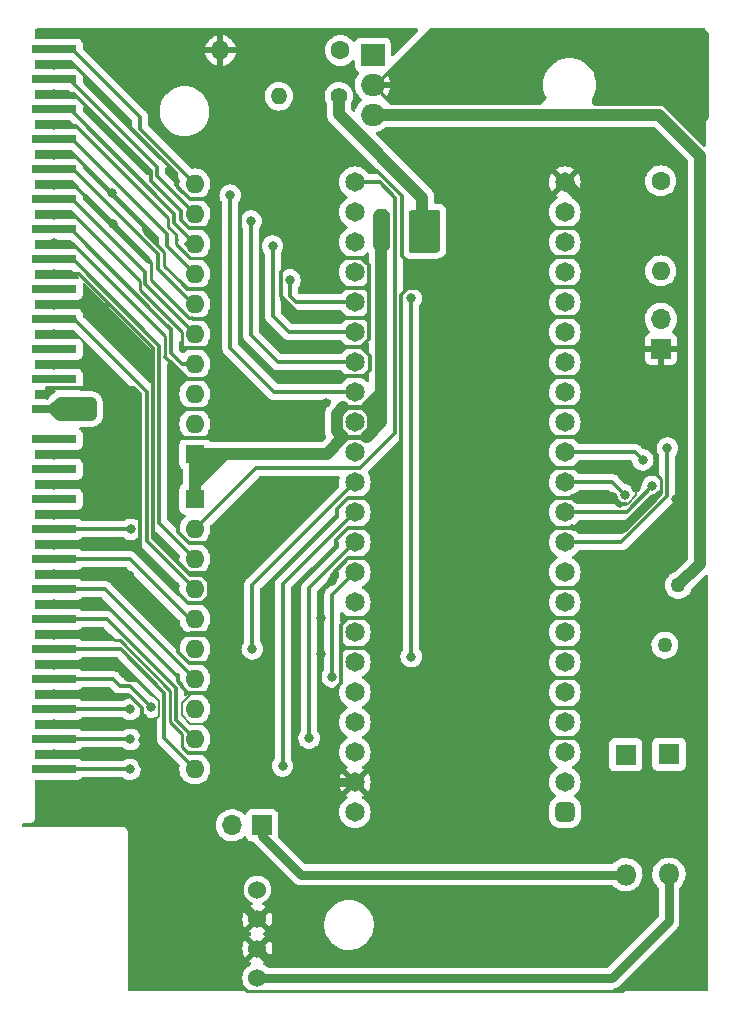
<source format=gbr>
%TF.GenerationSoftware,KiCad,Pcbnew,(6.0.2)*%
%TF.CreationDate,2022-04-19T06:00:42-06:00*%
%TF.ProjectId,F4Lite_THTV1_1,46344c69-7465-45f5-9448-5456315f312e,rev?*%
%TF.SameCoordinates,Original*%
%TF.FileFunction,Copper,L2,Bot*%
%TF.FilePolarity,Positive*%
%FSLAX46Y46*%
G04 Gerber Fmt 4.6, Leading zero omitted, Abs format (unit mm)*
G04 Created by KiCad (PCBNEW (6.0.2)) date 2022-04-19 06:00:42*
%MOMM*%
%LPD*%
G01*
G04 APERTURE LIST*
G04 Aperture macros list*
%AMRoundRect*
0 Rectangle with rounded corners*
0 $1 Rounding radius*
0 $2 $3 $4 $5 $6 $7 $8 $9 X,Y pos of 4 corners*
0 Add a 4 corners polygon primitive as box body*
4,1,4,$2,$3,$4,$5,$6,$7,$8,$9,$2,$3,0*
0 Add four circle primitives for the rounded corners*
1,1,$1+$1,$2,$3*
1,1,$1+$1,$4,$5*
1,1,$1+$1,$6,$7*
1,1,$1+$1,$8,$9*
0 Add four rect primitives between the rounded corners*
20,1,$1+$1,$2,$3,$4,$5,0*
20,1,$1+$1,$4,$5,$6,$7,0*
20,1,$1+$1,$6,$7,$8,$9,0*
20,1,$1+$1,$8,$9,$2,$3,0*%
G04 Aperture macros list end*
%TA.AperFunction,SMDPad,CuDef*%
%ADD10R,3.800000X0.750000*%
%TD*%
%TA.AperFunction,ComponentPad*%
%ADD11C,1.524000*%
%TD*%
%TA.AperFunction,ComponentPad*%
%ADD12C,1.270000*%
%TD*%
%TA.AperFunction,ComponentPad*%
%ADD13C,1.600000*%
%TD*%
%TA.AperFunction,ComponentPad*%
%ADD14O,1.600000X1.600000*%
%TD*%
%TA.AperFunction,ComponentPad*%
%ADD15C,1.400000*%
%TD*%
%TA.AperFunction,ComponentPad*%
%ADD16O,1.400000X1.400000*%
%TD*%
%TA.AperFunction,ComponentPad*%
%ADD17R,1.600000X1.600000*%
%TD*%
%TA.AperFunction,ComponentPad*%
%ADD18R,2.000000X1.905000*%
%TD*%
%TA.AperFunction,ComponentPad*%
%ADD19O,2.000000X1.905000*%
%TD*%
%TA.AperFunction,ComponentPad*%
%ADD20R,1.700000X1.700000*%
%TD*%
%TA.AperFunction,ComponentPad*%
%ADD21O,1.700000X1.700000*%
%TD*%
%TA.AperFunction,ComponentPad*%
%ADD22R,1.800000X1.800000*%
%TD*%
%TA.AperFunction,ComponentPad*%
%ADD23O,1.800000X1.800000*%
%TD*%
%TA.AperFunction,ComponentPad*%
%ADD24RoundRect,0.412500X0.412500X0.412500X-0.412500X0.412500X-0.412500X-0.412500X0.412500X-0.412500X0*%
%TD*%
%TA.AperFunction,ComponentPad*%
%ADD25C,1.650000*%
%TD*%
%TA.AperFunction,ViaPad*%
%ADD26C,0.800000*%
%TD*%
%TA.AperFunction,Conductor*%
%ADD27C,0.330000*%
%TD*%
%TA.AperFunction,Conductor*%
%ADD28C,0.250000*%
%TD*%
%TA.AperFunction,Conductor*%
%ADD29C,1.000000*%
%TD*%
%TA.AperFunction,Conductor*%
%ADD30C,0.140000*%
%TD*%
%TA.AperFunction,Conductor*%
%ADD31C,0.450000*%
%TD*%
%TA.AperFunction,Conductor*%
%ADD32C,0.750000*%
%TD*%
%TA.AperFunction,Conductor*%
%ADD33C,0.500000*%
%TD*%
%TA.AperFunction,Conductor*%
%ADD34C,0.200000*%
%TD*%
G04 APERTURE END LIST*
D10*
%TO.P,J4,2*%
%TO.N,DB0*%
X107043220Y-132267960D03*
%TO.P,J4,4*%
%TO.N,DB1*%
X107043220Y-129727960D03*
%TO.P,J4,6*%
%TO.N,DB2*%
X107043220Y-127187960D03*
%TO.P,J4,8*%
%TO.N,DB3*%
X107043220Y-124647960D03*
%TO.P,J4,10*%
%TO.N,DB4*%
X107043220Y-122107960D03*
%TO.P,J4,12*%
%TO.N,DB5*%
X107043220Y-119567960D03*
%TO.P,J4,14*%
%TO.N,DB6*%
X107043220Y-117027960D03*
%TO.P,J4,16*%
%TO.N,DB7*%
X107043220Y-114487960D03*
%TO.P,J4,18*%
%TO.N,DBP*%
X107043220Y-111947960D03*
%TO.P,J4,20*%
%TO.N,Net-(J4-Pad20)*%
X107043220Y-109407960D03*
%TO.P,J4,22*%
%TO.N,Net-(J4-Pad22)*%
X107043220Y-106867960D03*
%TO.P,J4,24*%
%TO.N,Net-(J4-Pad24)*%
X107043220Y-104327960D03*
%TO.P,J4,26*%
%TO.N,+5V*%
X107043220Y-101787960D03*
%TO.P,J4,28*%
%TO.N,Net-(J4-Pad28)*%
X107043220Y-99247960D03*
%TO.P,J4,30*%
%TO.N,Net-(J4-Pad30)*%
X107043220Y-96707960D03*
%TO.P,J4,32*%
%TO.N,ATN*%
X107043220Y-94167960D03*
%TO.P,J4,34*%
%TO.N,Net-(J4-Pad34)*%
X107043220Y-91627960D03*
%TO.P,J4,36*%
%TO.N,BSY*%
X107043220Y-89087960D03*
%TO.P,J4,38*%
%TO.N,ACK*%
X107043220Y-86547960D03*
%TO.P,J4,40*%
%TO.N,RST*%
X107043220Y-84007960D03*
%TO.P,J4,42*%
%TO.N,MSG*%
X107043220Y-81467960D03*
%TO.P,J4,44*%
%TO.N,SEL*%
X107043220Y-78927960D03*
%TO.P,J4,46*%
%TO.N,CD*%
X107043220Y-76387960D03*
%TO.P,J4,48*%
%TO.N,REQ*%
X107043220Y-73847960D03*
%TO.P,J4,50*%
%TO.N,IO*%
X107043220Y-71307960D03*
%TD*%
D11*
%TO.P,J2,1*%
%TO.N,Net-(D1-Pad2)*%
X124227580Y-149952080D03*
%TO.P,J2,2*%
%TO.N,GND*%
X124227580Y-147452080D03*
%TO.P,J2,3*%
X124227580Y-144952080D03*
%TO.P,J2,4*%
%TO.N,Net-(J2-Pad4)*%
X124227580Y-142452080D03*
%TD*%
D12*
%TO.P,F1,1*%
%TO.N,+5VP*%
X158734760Y-121757440D03*
%TO.P,F1,2*%
%TO.N,+5F*%
X159877760Y-116677440D03*
%TD*%
D13*
%TO.P,R1,1*%
%TO.N,Net-(C1-Pad1)*%
X131262120Y-71409560D03*
D14*
%TO.P,R1,2*%
%TO.N,GND*%
X121102120Y-71409560D03*
%TD*%
D15*
%TO.P,R2,1*%
%TO.N,+2V8*%
X131135120Y-75283060D03*
D16*
%TO.P,R2,2*%
%TO.N,Net-(C1-Pad1)*%
X126055120Y-75283060D03*
%TD*%
D17*
%TO.P,RN1,1*%
%TO.N,+2V8*%
X118943120Y-109382560D03*
D14*
%TO.P,RN1,2*%
%TO.N,DBP*%
X118943120Y-111922560D03*
%TO.P,RN1,3*%
%TO.N,BSY*%
X118943120Y-114462560D03*
%TO.P,RN1,4*%
%TO.N,ATN*%
X118943120Y-117002560D03*
%TO.P,RN1,5*%
%TO.N,DB7*%
X118943120Y-119542560D03*
%TO.P,RN1,6*%
%TO.N,DB2*%
X118943120Y-122082560D03*
%TO.P,RN1,7*%
%TO.N,DB6*%
X118943120Y-124622560D03*
%TO.P,RN1,8*%
%TO.N,DB3*%
X118943120Y-127162560D03*
%TO.P,RN1,9*%
%TO.N,DB5*%
X118943120Y-129702560D03*
%TO.P,RN1,10*%
%TO.N,DB4*%
X118943120Y-132242560D03*
%TD*%
D17*
%TO.P,RN2,1*%
%TO.N,+2V8*%
X118943120Y-105572560D03*
D14*
%TO.P,RN2,2*%
%TO.N,DB1*%
X118943120Y-103032560D03*
%TO.P,RN2,3*%
%TO.N,DB0*%
X118943120Y-100492560D03*
%TO.P,RN2,4*%
%TO.N,ACK*%
X118943120Y-97952560D03*
%TO.P,RN2,5*%
%TO.N,RST*%
X118943120Y-95412560D03*
%TO.P,RN2,6*%
%TO.N,MSG*%
X118943120Y-92872560D03*
%TO.P,RN2,7*%
%TO.N,SEL*%
X118943120Y-90332560D03*
%TO.P,RN2,8*%
%TO.N,CD*%
X118943120Y-87792560D03*
%TO.P,RN2,9*%
%TO.N,REQ*%
X118943120Y-85252560D03*
%TO.P,RN2,10*%
%TO.N,IO*%
X118943120Y-82712560D03*
%TD*%
D18*
%TO.P,U1,1*%
%TO.N,Net-(C1-Pad1)*%
X133992620Y-71790560D03*
D19*
%TO.P,U1,2*%
%TO.N,+2V8*%
X133992620Y-74330560D03*
%TO.P,U1,3*%
%TO.N,+5F*%
X133992620Y-76870560D03*
%TD*%
D20*
%TO.P,J1,1*%
%TO.N,Net-(D2-Pad2)*%
X124632720Y-137010140D03*
D21*
%TO.P,J1,2*%
%TO.N,+5V*%
X122092720Y-137010140D03*
%TD*%
D22*
%TO.P,D1,1*%
%TO.N,+5VP*%
X159080200Y-130995420D03*
D23*
%TO.P,D1,2*%
%TO.N,Net-(D1-Pad2)*%
X159080200Y-141155420D03*
%TD*%
D22*
%TO.P,D2,1*%
%TO.N,+5VP*%
X155425140Y-131033520D03*
D23*
%TO.P,D2,2*%
%TO.N,Net-(D2-Pad2)*%
X155425140Y-141193520D03*
%TD*%
D20*
%TO.P,J3,1*%
%TO.N,GND*%
X158396940Y-96690180D03*
D21*
%TO.P,J3,2*%
%TO.N,Net-(J3-Pad2)*%
X158396940Y-94150180D03*
%TD*%
D13*
%TO.P,R3,1*%
%TO.N,Net-(R3-Pad1)*%
X158376620Y-82453480D03*
D14*
%TO.P,R3,2*%
%TO.N,Net-(J3-Pad2)*%
X158376620Y-90073480D03*
%TD*%
D24*
%TO.P,U2,1*%
%TO.N,Net-(U2-Pad1)*%
X150266400Y-135907780D03*
D25*
%TO.P,U2,2*%
%TO.N,Net-(U2-Pad2)*%
X150266400Y-133367780D03*
%TO.P,U2,3*%
%TO.N,Net-(U2-Pad3)*%
X150266400Y-130827780D03*
%TO.P,U2,4*%
%TO.N,Net-(U2-Pad4)*%
X150266400Y-128287780D03*
%TO.P,U2,5*%
%TO.N,Net-(U2-Pad5)*%
X150266400Y-125747780D03*
%TO.P,U2,6*%
%TO.N,Net-(U2-Pad6)*%
X150266400Y-123207780D03*
%TO.P,U2,7*%
%TO.N,Net-(U2-Pad7)*%
X150266400Y-120667780D03*
%TO.P,U2,8*%
%TO.N,Net-(U2-Pad8)*%
X150266400Y-118127780D03*
%TO.P,U2,9*%
%TO.N,Net-(U2-Pad9)*%
X150266400Y-115587780D03*
%TO.P,U2,10*%
%TO.N,SD_CS*%
X150266400Y-113047780D03*
%TO.P,U2,11*%
%TO.N,SD_CLK*%
X150266400Y-110507780D03*
%TO.P,U2,12*%
%TO.N,SD_MISO*%
X150266400Y-107967780D03*
%TO.P,U2,13*%
%TO.N,SD_MOSI*%
X150266400Y-105427780D03*
%TO.P,U2,14*%
%TO.N,ATN*%
X150266400Y-102887780D03*
%TO.P,U2,15*%
%TO.N,BSY*%
X150266400Y-100347780D03*
%TO.P,U2,16*%
%TO.N,ACK*%
X150266400Y-97807780D03*
%TO.P,U2,17*%
%TO.N,Net-(U2-Pad17)*%
X150266400Y-95267780D03*
%TO.P,U2,18*%
%TO.N,Net-(U2-Pad18)*%
X150266400Y-92727780D03*
%TO.P,U2,19*%
%TO.N,Net-(U2-Pad19)*%
X150266400Y-90187780D03*
%TO.P,U2,20*%
%TO.N,Net-(U2-Pad20)*%
X150266400Y-87647780D03*
%TO.P,U2,21*%
%TO.N,RST*%
X150266400Y-85107780D03*
%TO.P,U2,22*%
%TO.N,GND*%
X150266400Y-82567780D03*
%TO.P,U2,23*%
%TO.N,DBP*%
X132486400Y-82567780D03*
%TO.P,U2,24*%
%TO.N,Net-(R3-Pad1)*%
X132486400Y-85107780D03*
%TO.P,U2,25*%
%TO.N,DB3*%
X132486400Y-87647780D03*
%TO.P,U2,26*%
%TO.N,MSG*%
X132486400Y-90187780D03*
%TO.P,U2,27*%
%TO.N,SEL*%
X132486400Y-92727780D03*
%TO.P,U2,28*%
%TO.N,CD*%
X132486400Y-95267780D03*
%TO.P,U2,29*%
%TO.N,REQ*%
X132486400Y-97807780D03*
%TO.P,U2,30*%
%TO.N,IO*%
X132486400Y-100347780D03*
%TO.P,U2,31*%
%TO.N,DB0*%
X132486400Y-102887780D03*
%TO.P,U2,32*%
%TO.N,DB1*%
X132486400Y-105427780D03*
%TO.P,U2,33*%
%TO.N,DB2*%
X132486400Y-107967780D03*
%TO.P,U2,34*%
%TO.N,DB4*%
X132486400Y-110507780D03*
%TO.P,U2,35*%
%TO.N,DB5*%
X132486400Y-113047780D03*
%TO.P,U2,36*%
%TO.N,DB6*%
X132486400Y-115587780D03*
%TO.P,U2,37*%
%TO.N,DB7*%
X132486400Y-118127780D03*
%TO.P,U2,38*%
%TO.N,Net-(U2-Pad38)*%
X132486400Y-120667780D03*
%TO.P,U2,39*%
%TO.N,Net-(U2-Pad39)*%
X132486400Y-123207780D03*
%TO.P,U2,40*%
%TO.N,Net-(U2-Pad40)*%
X132486400Y-125747780D03*
%TO.P,U2,41*%
%TO.N,Net-(U2-Pad41)*%
X132486400Y-128287780D03*
%TO.P,U2,42*%
%TO.N,+3V3*%
X132486400Y-130827780D03*
%TO.P,U2,43*%
%TO.N,GND*%
X132486400Y-133367780D03*
%TO.P,U2,44*%
%TO.N,+5VP*%
X132486400Y-135907780D03*
%TD*%
D26*
%TO.N,GND*%
X107043220Y-85331300D03*
X107043220Y-128427480D03*
X107043220Y-72618600D03*
X107043220Y-108216700D03*
X113484660Y-107929680D03*
X120616980Y-125745240D03*
X145958560Y-85745320D03*
X130213100Y-126121160D03*
X134574280Y-118183660D03*
X152016460Y-130195320D03*
X130558540Y-87690960D03*
X123317000Y-78874620D03*
X156544620Y-118468800D03*
X107043220Y-110721140D03*
X113619280Y-113360200D03*
X130055620Y-101252020D03*
X113510060Y-116758720D03*
X148346160Y-130731260D03*
X117203220Y-107533440D03*
X107043220Y-98064320D03*
X122854720Y-110197900D03*
X120616980Y-130817620D03*
X107043220Y-90342720D03*
X129595880Y-119466360D03*
X114520980Y-129755900D03*
X146474180Y-126944120D03*
X117215920Y-116730780D03*
X148295360Y-108021120D03*
X126365000Y-133423660D03*
X157083760Y-104691180D03*
X144757140Y-103685340D03*
X107043220Y-92979240D03*
X129032000Y-107927140D03*
X148366480Y-135900160D03*
X131229100Y-80942180D03*
X151523700Y-124503180D03*
X148351240Y-133510020D03*
X136794240Y-80050640D03*
X107043220Y-87723980D03*
X120690640Y-133456680D03*
X129595880Y-122519440D03*
X130886200Y-96527620D03*
X135633460Y-111472980D03*
X138986260Y-111472980D03*
X138856720Y-99946460D03*
X154531060Y-123654820D03*
X107043220Y-125884940D03*
X114520980Y-127960120D03*
X112026681Y-86131419D03*
X117226080Y-98930460D03*
X157492700Y-114856260D03*
X107043220Y-123474480D03*
X125400000Y-108650000D03*
X120637300Y-123266200D03*
X124851160Y-85026500D03*
X107043220Y-82809080D03*
X120411240Y-86448900D03*
X111760000Y-95140780D03*
X138612880Y-91315540D03*
X129413000Y-104063800D03*
X139735560Y-118183660D03*
X152191720Y-133393180D03*
X107043220Y-130949700D03*
X123202700Y-82943700D03*
X121041160Y-101798120D03*
X128630680Y-131081780D03*
X114520980Y-131815840D03*
X135117840Y-107871260D03*
X151880559Y-106777779D03*
X107043220Y-113304320D03*
X113306860Y-124477780D03*
X107043220Y-118313200D03*
X142356840Y-107802680D03*
X159691300Y-109414080D03*
X107043220Y-80264000D03*
X107043220Y-133784340D03*
X111950481Y-83515219D03*
X154467560Y-120332500D03*
X120690640Y-119951500D03*
X107043220Y-105656380D03*
X126842520Y-87276940D03*
X120835420Y-97810320D03*
X107043220Y-77741780D03*
X138617960Y-104167940D03*
X128323340Y-90350340D03*
X130512820Y-116306600D03*
X107043220Y-120873520D03*
X148051520Y-90515440D03*
X156306520Y-108455460D03*
X107043220Y-115712240D03*
X120627140Y-128308100D03*
X107043220Y-95407480D03*
X128511300Y-82120740D03*
X120700800Y-115717320D03*
X120766840Y-95422720D03*
X148206460Y-110619540D03*
X107043220Y-75125580D03*
X135816340Y-78958440D03*
X120412510Y-91664790D03*
X120459500Y-83921600D03*
%TO.N,+2V8*%
X150431500Y-71254620D03*
X139029440Y-87663020D03*
X138737340Y-85770720D03*
X147810220Y-73139300D03*
X134551420Y-86611460D03*
X153052780Y-73118980D03*
X137911840Y-86954360D03*
X147789900Y-70192900D03*
X134706360Y-85427820D03*
X134706360Y-87797640D03*
X152913080Y-70172580D03*
%TO.N,+5V*%
X110136940Y-102273100D03*
X110136940Y-101269800D03*
%TO.N,SD_CS*%
X158940500Y-105082340D03*
%TO.N,SD_CLK*%
X157675580Y-108325920D03*
%TO.N,SD_MISO*%
X155366720Y-109044740D03*
%TO.N,SD_MOSI*%
X156855160Y-106070400D03*
%TO.N,DBP*%
X113497360Y-111947960D03*
%TO.N,SEL*%
X126979680Y-90860880D03*
%TO.N,CD*%
X125521720Y-87972900D03*
%TO.N,REQ*%
X123685300Y-85839300D03*
%TO.N,IO*%
X121930160Y-83654900D03*
%TO.N,DB6*%
X130573780Y-124447300D03*
%TO.N,DB5*%
X128605280Y-129633980D03*
%TO.N,DB4*%
X126367540Y-131980940D03*
%TO.N,DB3*%
X137248900Y-92410280D03*
X115209320Y-127005080D03*
X137259551Y-122735831D03*
%TO.N,DB2*%
X123797060Y-122082560D03*
X113451640Y-127193040D03*
%TO.N,DB1*%
X113477040Y-129743200D03*
%TO.N,DB0*%
X113436400Y-132267960D03*
%TD*%
D27*
%TO.N,GND*%
X151880559Y-106777779D02*
X151880559Y-106777779D01*
X121533920Y-128290320D02*
X121533920Y-129552700D01*
X120412510Y-91664790D02*
X120337580Y-91589860D01*
X120944640Y-95326200D02*
X120944640Y-94871540D01*
X151523700Y-124503180D02*
X151523700Y-124503180D01*
D28*
X112026681Y-86131419D02*
X115237050Y-89341788D01*
X111950481Y-83515219D02*
X114635280Y-86200018D01*
X117299740Y-87814182D02*
X118489698Y-89004140D01*
D27*
X134348466Y-81592420D02*
X134150100Y-81592420D01*
X152526340Y-118468800D02*
X151517361Y-119477779D01*
X146039840Y-103685340D02*
X149132279Y-106777779D01*
X148828760Y-126944120D02*
X148932900Y-127048260D01*
D28*
X117818119Y-129270537D02*
X117818119Y-130368013D01*
D27*
X121041160Y-103753920D02*
X120540780Y-104254300D01*
X122854720Y-110197900D02*
X122854720Y-110891320D01*
X151606261Y-111857779D02*
X155131759Y-111857779D01*
X120944640Y-98033840D02*
X120944640Y-98651060D01*
D28*
X117818119Y-130368013D02*
X118317667Y-130867561D01*
D27*
X139166600Y-91508580D02*
X137018398Y-91508580D01*
X120944640Y-92527120D02*
X120944640Y-92196920D01*
X113471322Y-126080520D02*
X112961420Y-126080520D01*
D28*
X118489698Y-89004140D02*
X120944640Y-89004140D01*
D27*
X115384020Y-112627662D02*
X115384020Y-105425800D01*
D29*
X151372581Y-109317779D02*
X154266719Y-109317779D01*
D27*
X120944640Y-87424260D02*
X120944640Y-87170260D01*
X121533920Y-125778260D02*
X121524619Y-125787561D01*
X120944640Y-84703920D02*
X120248680Y-84007960D01*
X106375958Y-99987961D02*
X106375958Y-100864004D01*
X149147519Y-111857779D02*
X151204919Y-111857779D01*
X118402100Y-99212400D02*
X118315740Y-99212400D01*
X106987340Y-115666520D02*
X113497360Y-115666520D01*
X121041160Y-101798120D02*
X121041160Y-103753920D01*
X156544620Y-118468800D02*
X152526340Y-118468800D01*
X130512820Y-116306600D02*
X130512820Y-115800158D01*
X117485160Y-122348802D02*
X117485160Y-121937780D01*
D28*
X114257030Y-90901768D02*
X114257030Y-91671792D01*
X108699262Y-80264000D02*
X111950481Y-83515219D01*
D27*
X109100374Y-90342720D02*
X115384020Y-96626366D01*
D28*
X116692890Y-85613450D02*
X116692890Y-86383512D01*
D27*
X133676401Y-89616579D02*
X133041102Y-88981280D01*
X146474180Y-126944120D02*
X148828760Y-126944120D01*
D28*
X109759731Y-73704469D02*
X109849920Y-73794658D01*
D27*
X120944640Y-89004140D02*
X120944640Y-87424260D01*
D30*
X155414980Y-109809741D02*
X155576563Y-109809741D01*
D27*
X136456230Y-83700184D02*
X134348466Y-81592420D01*
D28*
X118443119Y-94037561D02*
X118657781Y-94037561D01*
D31*
X121602500Y-120083580D02*
X120978519Y-120707561D01*
D27*
X146474180Y-126944120D02*
X148803360Y-124614940D01*
X120944640Y-94871540D02*
X120243600Y-94170500D01*
X144757140Y-102887780D02*
X148562060Y-99082860D01*
X148996400Y-91460320D02*
X151874220Y-91460320D01*
X117875470Y-125190424D02*
X117875470Y-125340530D01*
X111736894Y-92979240D02*
X107043220Y-92979240D01*
X148562060Y-96885760D02*
X148897340Y-96550480D01*
D32*
X119420640Y-134967980D02*
X119420640Y-140145140D01*
D33*
X150963401Y-109317779D02*
X150883402Y-109237780D01*
D27*
X144757140Y-103685340D02*
X146039840Y-103685340D01*
D28*
X113247022Y-128470660D02*
X108508800Y-128470660D01*
X158400581Y-108845519D02*
X158400581Y-107681861D01*
D27*
X148282660Y-85745320D02*
X148978620Y-86441280D01*
X120108121Y-116443359D02*
X120108121Y-117561761D01*
X126214679Y-92222106D02*
X126214679Y-91553839D01*
D32*
X157250000Y-129250000D02*
X157250000Y-142750000D01*
D27*
X115710749Y-87811143D02*
X115751733Y-87852127D01*
X132987762Y-96527620D02*
X133676401Y-95838981D01*
D28*
X108539242Y-87723980D02*
X116404040Y-95588778D01*
D32*
X121020840Y-133367780D02*
X119420640Y-134967980D01*
D27*
X115710749Y-87676769D02*
X115710749Y-87811143D01*
X113593880Y-124477780D02*
X113784380Y-124668280D01*
X148051520Y-90515440D02*
X148996400Y-91460320D01*
D28*
X116692890Y-86383512D02*
X117299740Y-86990362D01*
D27*
X122717560Y-95839280D02*
X122717560Y-85067140D01*
X120944640Y-87424260D02*
X120944640Y-84703920D01*
X120187720Y-96644460D02*
X117995700Y-96644460D01*
X115690429Y-87625969D02*
X115690429Y-87656449D01*
D33*
X150858141Y-111782781D02*
X150878401Y-111782781D01*
D28*
X109849920Y-73794658D02*
X109849920Y-74528680D01*
D27*
X120383300Y-99212400D02*
X118402100Y-99212400D01*
X117477540Y-124302520D02*
X117477540Y-124792494D01*
D34*
X126214679Y-92498719D02*
X127518160Y-93802200D01*
D27*
X121533920Y-125778260D02*
X121533920Y-128290320D01*
X122854720Y-110891320D02*
X120599200Y-113146840D01*
D30*
X155576563Y-109809741D02*
X156303980Y-109082324D01*
D27*
X155363520Y-118468800D02*
X151814541Y-122017779D01*
X119502321Y-118167561D02*
X118383919Y-118167561D01*
X136456230Y-88798210D02*
X136456230Y-83700184D01*
X136414930Y-92112048D02*
X136414930Y-104717430D01*
X109759731Y-74253317D02*
X109759731Y-73704469D01*
X148897340Y-96550480D02*
X151094440Y-96550480D01*
D28*
X124227580Y-147452080D02*
X122618500Y-149061160D01*
X107043220Y-77741780D02*
X108821220Y-77741780D01*
D27*
X148409660Y-101622860D02*
X151523700Y-101622860D01*
X144757140Y-103685340D02*
X144757140Y-102887780D01*
D28*
X158400581Y-107681861D02*
X158104840Y-107386120D01*
D27*
X148051520Y-90515440D02*
X148051520Y-93352620D01*
D28*
X116301310Y-89618610D02*
X117642640Y-90959940D01*
D32*
X151785921Y-148214079D02*
X124989579Y-148214079D01*
X132486400Y-133367780D02*
X121020840Y-133367780D01*
D27*
X135323580Y-120253760D02*
X134547599Y-119477779D01*
D28*
X107043220Y-80264000D02*
X108699262Y-80264000D01*
D27*
X155013599Y-116937779D02*
X148959559Y-116937779D01*
X135633460Y-111472980D02*
X135248661Y-111857779D01*
D34*
X126214679Y-91553839D02*
X126214679Y-92498719D01*
D28*
X114635280Y-86792242D02*
X116301310Y-88458272D01*
D27*
X154507557Y-109317779D02*
X154999519Y-109809741D01*
X121602500Y-123273820D02*
X118410178Y-123273820D01*
X115384020Y-96626366D02*
X115384020Y-112693914D01*
X148978620Y-86441280D02*
X151604980Y-86441280D01*
D28*
X114257030Y-91671792D02*
X117818119Y-95232881D01*
D27*
X148691600Y-93992700D02*
X151930100Y-93992700D01*
D28*
X122664220Y-150268940D02*
X122664220Y-150393400D01*
X111681260Y-120873520D02*
X112148620Y-121340880D01*
D27*
X128047514Y-94054941D02*
X126214679Y-92222106D01*
X133671321Y-109317779D02*
X131915199Y-109317779D01*
X107043220Y-90342720D02*
X109100374Y-90342720D01*
X133217599Y-98997781D02*
X125876061Y-98997781D01*
D28*
X117818119Y-96466879D02*
X117995700Y-96644460D01*
X116404040Y-97254980D02*
X116404040Y-95588778D01*
D27*
X113497360Y-115666520D02*
X113591340Y-115760500D01*
D28*
X151327599Y-151039081D02*
X155110919Y-151039081D01*
D27*
X120944640Y-98033840D02*
X120944640Y-95326200D01*
D31*
X120978519Y-120707561D02*
X119591121Y-120707561D01*
D27*
X130512820Y-115800158D02*
X131931698Y-114381280D01*
X151204919Y-111857779D02*
X151606261Y-111857779D01*
D30*
X113426031Y-124807771D02*
X114215971Y-124807771D01*
D33*
X157754627Y-109300921D02*
X157931405Y-109300921D01*
D28*
X109626381Y-73571119D02*
X109759731Y-73704469D01*
D32*
X157250000Y-142750000D02*
X151785921Y-148214079D01*
D27*
X131915199Y-109317779D02*
X130992880Y-110240098D01*
D33*
X151606261Y-111857779D02*
X150933139Y-111857779D01*
D27*
X148468080Y-103685340D02*
X148943060Y-104160320D01*
D28*
X122618500Y-149061160D02*
X122618500Y-149951762D01*
D27*
X131338781Y-124080099D02*
X131338781Y-124995479D01*
X120944640Y-92196920D02*
X120412510Y-91664790D01*
D31*
X119591121Y-120707561D02*
X119514062Y-120784620D01*
D27*
X118527665Y-115837559D02*
X119502321Y-115837559D01*
X132967442Y-96527620D02*
X133731000Y-97291178D01*
X147553680Y-110685580D02*
X148921481Y-109317779D01*
D33*
X154516719Y-109317779D02*
X154516719Y-109452741D01*
D27*
X115384020Y-96626366D02*
X111736894Y-92979240D01*
X114444319Y-127053517D02*
X113471322Y-126080520D01*
D32*
X119420640Y-140145140D02*
X124227580Y-144952080D01*
D28*
X107043220Y-120873520D02*
X111681260Y-120873520D01*
D27*
X120944640Y-94871540D02*
X120944640Y-92527120D01*
D33*
X154266719Y-109317779D02*
X154516719Y-109317779D01*
D27*
X115690429Y-87656449D02*
X115710749Y-87676769D01*
X148562060Y-99082860D02*
X151653240Y-99082860D01*
D34*
X108877100Y-95407480D02*
X110002320Y-96532700D01*
D27*
X135323580Y-120253760D02*
X133559561Y-122017779D01*
X121533920Y-129552700D02*
X120219059Y-130867561D01*
X113797695Y-99987961D02*
X106375958Y-99987961D01*
X135117840Y-107871260D02*
X133671321Y-109317779D01*
D28*
X114635280Y-86200018D02*
X114635280Y-86509860D01*
D34*
X121533920Y-125778260D02*
X118699418Y-125778260D01*
D27*
X118322501Y-125787561D02*
X117875470Y-125340530D01*
X117736620Y-85021174D02*
X117736620Y-85770262D01*
D28*
X115237050Y-89341788D02*
X115237050Y-90831492D01*
D27*
X146474180Y-126944120D02*
X146474180Y-127518160D01*
X131338781Y-124995479D02*
X130213100Y-126121160D01*
X144757140Y-103685340D02*
X146347180Y-103685340D01*
D28*
X122618500Y-149951762D02*
X122646440Y-149979702D01*
D27*
X130992880Y-110240098D02*
X130992880Y-110825280D01*
X121041160Y-101798120D02*
X118387106Y-101798120D01*
X133676401Y-94054941D02*
X128047514Y-94054941D01*
X119303800Y-94170500D02*
X118790720Y-94170500D01*
D29*
X151606261Y-111857779D02*
X155020993Y-111857779D01*
D27*
X115205090Y-81617828D02*
X115205090Y-82489644D01*
D30*
X115879321Y-127726999D02*
X115443000Y-128163320D01*
D27*
X131915199Y-111857779D02*
X130921760Y-112851218D01*
X120219059Y-130867561D02*
X118317667Y-130867561D01*
X155388321Y-111857779D02*
X158203900Y-109042200D01*
X151814541Y-122017779D02*
X148736039Y-122017779D01*
X134547599Y-119477779D02*
X131915199Y-119477779D01*
D28*
X117818119Y-95232881D02*
X117818119Y-96466879D01*
D31*
X119514062Y-120784620D02*
X117401340Y-120784620D01*
D28*
X122664220Y-150393400D02*
X123309901Y-151039081D01*
D27*
X135248661Y-111857779D02*
X131915199Y-111857779D01*
D32*
X155197769Y-111857779D02*
X157754627Y-109300921D01*
D28*
X107043220Y-85331300D02*
X108686562Y-85331300D01*
D27*
X133676401Y-94054941D02*
X133676401Y-91522561D01*
X139166600Y-91508580D02*
X136456230Y-88798210D01*
D28*
X115237050Y-90831492D02*
X118443119Y-94037561D01*
D27*
X121524619Y-125787561D02*
X118322501Y-125787561D01*
X133676401Y-91522561D02*
X133676401Y-89616579D01*
D28*
X107043220Y-82809080D02*
X108704342Y-82809080D01*
D27*
X120944640Y-98033840D02*
X120944640Y-97401380D01*
X145958560Y-85745320D02*
X148282660Y-85745320D01*
D28*
X116444040Y-97294980D02*
X116404040Y-97254980D01*
X123309901Y-151039081D02*
X151327599Y-151039081D01*
D27*
X118383919Y-118167561D02*
X114324000Y-114107642D01*
X120390920Y-83990180D02*
X118496538Y-83990180D01*
X130921760Y-112851218D02*
X130921760Y-113294160D01*
X146474180Y-127518160D02*
X148593799Y-129637779D01*
X146781520Y-110685580D02*
X147975320Y-110685580D01*
X120599200Y-113146840D02*
X118443198Y-113146840D01*
D28*
X114635280Y-86509860D02*
X114635280Y-86792242D01*
D27*
X115384020Y-105425800D02*
X115384020Y-96626366D01*
X117894558Y-83388200D02*
X117876320Y-83388200D01*
D32*
X156900141Y-128878861D02*
X156900141Y-128900141D01*
D27*
X148932900Y-127048260D02*
X151615140Y-127048260D01*
X148803360Y-124614940D02*
X148915120Y-124503180D01*
D32*
X155131759Y-111857779D02*
X155197769Y-111857779D01*
D27*
X148943060Y-104160320D02*
X151638000Y-104160320D01*
X146781520Y-110685580D02*
X147553680Y-110685580D01*
X131931698Y-114381280D02*
X133725920Y-114381280D01*
X121500900Y-115658900D02*
X118415258Y-115658900D01*
X107043220Y-72618600D02*
X108673862Y-72618600D01*
X118415258Y-115658900D02*
X115384020Y-112627662D01*
D28*
X116301310Y-88458272D02*
X116301310Y-89618610D01*
D27*
X108712842Y-75125580D02*
X115205090Y-81617828D01*
D34*
X117843119Y-126634559D02*
X117843119Y-127690561D01*
D27*
X130886200Y-96527620D02*
X132967442Y-96527620D01*
D30*
X113306860Y-124477780D02*
X113306860Y-124688600D01*
D32*
X154531060Y-126509780D02*
X156900141Y-128878861D01*
D27*
X121602500Y-120083580D02*
X119896479Y-118377559D01*
X114520980Y-127960120D02*
X114444319Y-127883459D01*
X156544620Y-118468800D02*
X155363520Y-118468800D01*
X118402100Y-99212400D02*
X117919500Y-99212400D01*
X120978519Y-120707561D02*
X118593917Y-120707561D01*
X114635280Y-86509860D02*
X114635280Y-86570820D01*
X117736620Y-85770262D02*
X118415258Y-86448900D01*
D32*
X154531060Y-123654820D02*
X154531060Y-126509780D01*
D27*
X114635280Y-86570820D02*
X115690429Y-87625969D01*
D32*
X156900141Y-128900141D02*
X157250000Y-129250000D01*
D27*
X118790720Y-94170500D02*
X118657781Y-94037561D01*
X117482620Y-112186262D02*
X117482620Y-111653320D01*
X120944640Y-92527120D02*
X120944640Y-89628980D01*
D34*
X118557178Y-128404620D02*
X119603520Y-128404620D01*
D27*
X148051520Y-93352620D02*
X148691600Y-93992700D01*
D28*
X116444040Y-97340700D02*
X116444040Y-97294980D01*
D30*
X113306860Y-124688600D02*
X113426031Y-124807771D01*
D28*
X107043220Y-125884940D02*
X113216542Y-125884940D01*
D27*
X117477540Y-124792494D02*
X117875470Y-125190424D01*
X148562060Y-99082860D02*
X148562060Y-96885760D01*
X117330220Y-81823806D02*
X109759731Y-74253317D01*
D29*
X150266400Y-82567780D02*
X153842720Y-86144100D01*
D27*
X118410178Y-123273820D02*
X117485160Y-122348802D01*
X118315740Y-99212400D02*
X116444040Y-97340700D01*
D33*
X151372581Y-109317779D02*
X150963401Y-109317779D01*
D27*
X133559561Y-122017779D02*
X131512321Y-122017779D01*
X120944640Y-89628980D02*
X120944640Y-89004140D01*
X133731000Y-98484380D02*
X133217599Y-98997781D01*
X131915199Y-119477779D02*
X131296399Y-120096579D01*
D34*
X117843119Y-127690561D02*
X118557178Y-128404620D01*
D27*
X120540780Y-104254300D02*
X117589300Y-104254300D01*
D28*
X117299740Y-86990362D02*
X117299740Y-87814182D01*
D30*
X156303980Y-109082324D02*
X156303980Y-108625640D01*
D27*
X131296399Y-120096579D02*
X131296399Y-124037717D01*
X126214679Y-91553839D02*
X126214679Y-90150141D01*
X144757140Y-103685340D02*
X148468080Y-103685340D01*
D33*
X150933139Y-111857779D02*
X150858141Y-111782781D01*
D27*
X125876061Y-98997781D02*
X122717560Y-95839280D01*
X148955760Y-88879680D02*
X151000460Y-88879680D01*
D28*
X122646440Y-150251160D02*
X122664220Y-150268940D01*
X158203900Y-109042200D02*
X158400581Y-108845519D01*
X112148620Y-121340880D02*
X112583402Y-121340880D01*
D27*
X133676401Y-95838981D02*
X133676401Y-94054941D01*
X148915120Y-124503180D02*
X151523700Y-124503180D01*
D29*
X153842720Y-86144100D02*
X153842720Y-92135960D01*
D27*
X147975320Y-110685580D02*
X149147519Y-111857779D01*
D34*
X115384020Y-103468198D02*
X115384020Y-105425800D01*
D27*
X108673862Y-72618600D02*
X109626381Y-73571119D01*
X148051520Y-90515440D02*
X148051520Y-89783920D01*
X118415258Y-86448900D02*
X120411240Y-86448900D01*
X114444319Y-127883459D02*
X114444319Y-127053517D01*
D28*
X108704342Y-82809080D02*
X112026681Y-86131419D01*
D34*
X118699418Y-125778260D02*
X117843119Y-126634559D01*
D28*
X108821220Y-77741780D02*
X116692890Y-85613450D01*
D27*
X133731000Y-97291178D02*
X133731000Y-98484380D01*
X114520980Y-127960120D02*
X114520980Y-127885380D01*
X115205090Y-82489644D02*
X117736620Y-85021174D01*
X118496538Y-83990180D02*
X117894558Y-83388200D01*
D33*
X157931405Y-109300921D02*
X158325490Y-108906836D01*
D27*
X117876320Y-83388200D02*
X117330220Y-82842100D01*
X130886200Y-96527620D02*
X132987762Y-96527620D01*
X117330220Y-82842100D02*
X117330220Y-81823806D01*
X146347180Y-103685340D02*
X148409660Y-101622860D01*
X156544620Y-118468800D02*
X155013599Y-116937779D01*
X118443198Y-113146840D02*
X117482620Y-112186262D01*
D28*
X108686562Y-85331300D02*
X114257030Y-90901768D01*
D33*
X154516719Y-109452741D02*
X154956748Y-109892770D01*
D27*
X117805200Y-91122500D02*
X117642640Y-90959940D01*
X120944640Y-87170260D02*
X120304560Y-86530180D01*
D34*
X107043220Y-95407480D02*
X108877100Y-95407480D01*
D27*
X120944640Y-98651060D02*
X120383300Y-99212400D01*
X119502321Y-115837559D02*
X120108121Y-116443359D01*
D28*
X107043220Y-87723980D02*
X108539242Y-87723980D01*
D27*
X120243600Y-94170500D02*
X119303800Y-94170500D01*
X148593799Y-129637779D02*
X151806921Y-129637779D01*
X151372581Y-109317779D02*
X154507557Y-109317779D01*
D28*
X112583402Y-121340880D02*
X116855450Y-125612928D01*
D27*
X120108121Y-117561761D02*
X119502321Y-118167561D01*
X133676401Y-91522561D02*
X131479301Y-91522561D01*
X154999519Y-109809741D02*
X155414980Y-109809741D01*
D28*
X122646440Y-149979702D02*
X122646440Y-150251160D01*
D27*
X149132279Y-106777779D02*
X151880559Y-106777779D01*
X155131759Y-111857779D02*
X155388321Y-111857779D01*
X115384020Y-112693914D02*
X118527665Y-115837559D01*
D34*
X107043220Y-92979240D02*
X108669502Y-92979240D01*
D27*
X120459500Y-83921600D02*
X120390920Y-83990180D01*
D30*
X114215971Y-124807771D02*
X115879321Y-126471121D01*
D27*
X148921481Y-109317779D02*
X151372581Y-109317779D01*
X114324000Y-100514266D02*
X113797695Y-99987961D01*
D30*
X115879321Y-126471121D02*
X115879321Y-127726999D01*
D28*
X116855450Y-125612928D02*
X116855451Y-128307869D01*
X113216542Y-125884940D02*
X114176641Y-126845039D01*
D27*
X114324000Y-114107642D02*
X114324000Y-100514266D01*
D32*
X124989579Y-148214079D02*
X124227580Y-147452080D01*
D27*
X113306860Y-124477780D02*
X113593880Y-124477780D01*
X148051520Y-89783920D02*
X148955760Y-88879680D01*
X151517361Y-119477779D02*
X149157679Y-119477779D01*
X120337580Y-91589860D02*
X118272560Y-91589860D01*
X107043220Y-75125580D02*
X108712842Y-75125580D01*
X118272560Y-91589860D02*
X117805200Y-91122500D01*
X120944640Y-97401380D02*
X120187720Y-96644460D01*
X137018398Y-91508580D02*
X136414930Y-92112048D01*
D28*
X155110919Y-151039081D02*
X155250000Y-150900000D01*
D31*
X151204919Y-111857779D02*
X155409901Y-111857779D01*
D27*
X133041102Y-88981280D02*
X131356100Y-88981280D01*
X131296399Y-124037717D02*
X131338781Y-124080099D01*
D28*
X116855451Y-128307869D02*
X117818119Y-129270537D01*
D29*
%TO.N,+2V8*%
X138201400Y-86121240D02*
X138201400Y-86921340D01*
D31*
X133420799Y-104137781D02*
X133437101Y-104121479D01*
D28*
X148577619Y-75326561D02*
X148057240Y-75846940D01*
X135536940Y-75846940D02*
X134708900Y-75018900D01*
D29*
X120427440Y-105572560D02*
X118943120Y-107056880D01*
X138201400Y-83878420D02*
X138201400Y-85415120D01*
D28*
X158666670Y-76037930D02*
X158531560Y-75902820D01*
D29*
X130961399Y-102155779D02*
X131499398Y-101617780D01*
X118943120Y-105572560D02*
X120522560Y-105572560D01*
D28*
X138838940Y-69593460D02*
X161930080Y-69593460D01*
X133992620Y-74330560D02*
X134150100Y-74330560D01*
D29*
X133473402Y-101617780D02*
X134011401Y-102155779D01*
D34*
X137162540Y-88397080D02*
X137213340Y-88447880D01*
D29*
X134706360Y-99374960D02*
X134706360Y-100384822D01*
D34*
X137213340Y-88447880D02*
X139316460Y-88447880D01*
D29*
X130961399Y-103619781D02*
X130961399Y-102155779D01*
D34*
X139570460Y-84980780D02*
X138732260Y-84980780D01*
D28*
X134269480Y-88155780D02*
X135209280Y-88155780D01*
D29*
X134706360Y-102852220D02*
X133437101Y-104121479D01*
D28*
X152633680Y-75788520D02*
X152747980Y-75902820D01*
D29*
X118943120Y-107056880D02*
X118943120Y-105572560D01*
D34*
X139524740Y-88404700D02*
X139626340Y-88303100D01*
D28*
X148057240Y-75846940D02*
X135536940Y-75846940D01*
X134150100Y-74330560D02*
X138838940Y-69641720D01*
D31*
X133473402Y-101617780D02*
X131906398Y-101617780D01*
D28*
X152633680Y-75420502D02*
X152727621Y-75326561D01*
D34*
X137198100Y-85018880D02*
X137162540Y-85054440D01*
D29*
X134706360Y-100384822D02*
X133473402Y-101617780D01*
D28*
X134068820Y-85247480D02*
X134068820Y-85397340D01*
X162333940Y-75504040D02*
X162316160Y-75486260D01*
X134416800Y-84899500D02*
X134068820Y-85247480D01*
D29*
X122377440Y-105572560D02*
X121527440Y-105572560D01*
X122377440Y-105572560D02*
X130084618Y-105572560D01*
X131135120Y-76812140D02*
X138201400Y-83878420D01*
D34*
X138054080Y-85415120D02*
X137657840Y-85018880D01*
D28*
X135275320Y-85206840D02*
X134967980Y-84899500D01*
X158666670Y-76045550D02*
X158666670Y-76037930D01*
X135209280Y-88155780D02*
X135275320Y-88089740D01*
D29*
X131135120Y-75283060D02*
X131135120Y-76812140D01*
D28*
X162067240Y-79446120D02*
X162067240Y-77322680D01*
D34*
X139626340Y-85036660D02*
X139570460Y-84980780D01*
D28*
X162333940Y-77055980D02*
X162333940Y-75504040D01*
D29*
X138201400Y-85415120D02*
X138201400Y-86121240D01*
X118943120Y-108156880D02*
X118943120Y-109382560D01*
X134011401Y-103619781D02*
X133473402Y-104157780D01*
D28*
X152633680Y-75486260D02*
X152633680Y-75420502D01*
X161930080Y-69593460D02*
X162333940Y-69997320D01*
D29*
X134011401Y-102155779D02*
X134011401Y-102864920D01*
X134706360Y-85427820D02*
X134706360Y-99374960D01*
X130084618Y-105572560D02*
X131499398Y-104157780D01*
D28*
X134109460Y-87995760D02*
X134269480Y-88155780D01*
D34*
X137162540Y-85054440D02*
X137162540Y-88397080D01*
D28*
X158531560Y-75902820D02*
X152747980Y-75902820D01*
D31*
X131906959Y-104137781D02*
X133420799Y-104137781D01*
D28*
X134967980Y-84899500D02*
X134416800Y-84899500D01*
X162333940Y-70045580D02*
X162333940Y-75504040D01*
X162067240Y-77322680D02*
X162333940Y-77055980D01*
D29*
X120522560Y-105572560D02*
X120427440Y-105572560D01*
D28*
X134109460Y-85542120D02*
X134109460Y-87995760D01*
X158666670Y-76045550D02*
X162067240Y-79446120D01*
D29*
X118943120Y-107056880D02*
X118943120Y-108156880D01*
X120522560Y-105572560D02*
X122377440Y-105572560D01*
X134706360Y-99374960D02*
X134706360Y-102852220D01*
D28*
X134706360Y-85427820D02*
X134223760Y-85427820D01*
D29*
X134011401Y-102155779D02*
X134011401Y-103619781D01*
X131499398Y-104157780D02*
X130961399Y-103619781D01*
D34*
X139626340Y-88303100D02*
X139626340Y-85036660D01*
D28*
X134223760Y-85427820D02*
X134109460Y-85542120D01*
D34*
X139316460Y-88447880D02*
X139524740Y-88239600D01*
X137657840Y-85018880D02*
X137198100Y-85018880D01*
D28*
X135275320Y-88089740D02*
X135275320Y-85206840D01*
X152633680Y-75420502D02*
X152633680Y-75788520D01*
D29*
X121527440Y-105572560D02*
X118943120Y-108156880D01*
D34*
X138201400Y-85415120D02*
X138054080Y-85415120D01*
D27*
%TO.N,+5V*%
X109677200Y-101787960D02*
X110136940Y-101328220D01*
D29*
X107528360Y-102273100D02*
X107043220Y-101787960D01*
X110136940Y-101269800D02*
X107561380Y-101269800D01*
D27*
X107043220Y-101787960D02*
X109677200Y-101787960D01*
D29*
X110136940Y-101328220D02*
X110136940Y-102273100D01*
X110136940Y-101269800D02*
X110136940Y-101328220D01*
X110136940Y-102273100D02*
X107528360Y-102273100D01*
X107561380Y-101269800D02*
X107043220Y-101787960D01*
D32*
%TO.N,Net-(D1-Pad2)*%
X159080200Y-145119800D02*
X159080200Y-141155420D01*
X154247920Y-149952080D02*
X159080200Y-145119800D01*
X124227580Y-149952080D02*
X154247920Y-149952080D01*
D27*
%TO.N,SD_CS*%
X158940500Y-105082340D02*
X158940500Y-105006140D01*
X158940500Y-109161580D02*
X158940500Y-105082340D01*
X150266400Y-113047780D02*
X155054300Y-113047780D01*
X155054300Y-113047780D02*
X158940500Y-109161580D01*
%TO.N,SD_CLK*%
X157675580Y-108325920D02*
X157675580Y-108325920D01*
X150266400Y-110507780D02*
X155493720Y-110507780D01*
X155493720Y-110507780D02*
X157675580Y-108325920D01*
%TO.N,SD_MISO*%
X155366720Y-109044740D02*
X155450540Y-109128560D01*
X154289760Y-107967780D02*
X155366720Y-109044740D01*
X150266400Y-107967780D02*
X154289760Y-107967780D01*
%TO.N,SD_MOSI*%
X156855160Y-106070400D02*
X156855160Y-106070400D01*
X156212540Y-105427780D02*
X156855160Y-106070400D01*
X150266400Y-105427780D02*
X156212540Y-105427780D01*
%TO.N,ATN*%
X107043220Y-94167960D02*
X108727240Y-94167960D01*
X114854010Y-100294730D02*
X114854010Y-112913450D01*
X107043220Y-94167960D02*
X108772960Y-94167960D01*
X108727240Y-94167960D02*
X114854010Y-100294730D01*
X114854010Y-112913450D02*
X118943120Y-117002560D01*
%TO.N,BSY*%
X115914030Y-106366450D02*
X115914030Y-106114990D01*
X107043220Y-89087960D02*
X108595160Y-89087960D01*
X115914030Y-106366450D02*
X115914030Y-98450268D01*
X118943120Y-114462560D02*
X115914030Y-111433470D01*
X115914030Y-96406830D02*
X115914030Y-98450268D01*
X115914030Y-111433470D02*
X115914030Y-106366450D01*
X108595160Y-89087960D02*
X115914030Y-96406830D01*
%TO.N,DBP*%
X113497360Y-111947960D02*
X113497360Y-111947960D01*
X135884920Y-83878420D02*
X135884920Y-103790462D01*
X134574280Y-82567780D02*
X135884920Y-83878420D01*
X135884920Y-103790462D02*
X132897603Y-106777779D01*
X132897603Y-106777779D02*
X124087901Y-106777779D01*
X107043220Y-111947960D02*
X113497360Y-111947960D01*
X132486400Y-82567780D02*
X134574280Y-82567780D01*
X124087901Y-106777779D02*
X118943120Y-111922560D01*
%TO.N,ACK*%
X108440220Y-86547960D02*
X116505990Y-94613730D01*
X116894050Y-95001790D02*
X116505990Y-94613730D01*
X117811750Y-97952560D02*
X116894050Y-97034860D01*
X118943120Y-97952560D02*
X117811750Y-97952560D01*
X107043220Y-86547960D02*
X108440220Y-86547960D01*
X116505990Y-94613730D02*
X116743480Y-94851220D01*
X116894050Y-97034860D02*
X116894050Y-95001790D01*
%TO.N,RST*%
X108549440Y-84007960D02*
X114747040Y-90205560D01*
X114747040Y-90205560D02*
X114747040Y-91216480D01*
X107538520Y-84007960D02*
X107043220Y-84007960D01*
X114747040Y-91216480D02*
X118943120Y-95412560D01*
X107043220Y-84007960D02*
X108503720Y-84007960D01*
X107043220Y-84007960D02*
X108549440Y-84007960D01*
%TO.N,MSG*%
X115811300Y-88661240D02*
X115811300Y-89878147D01*
X108618020Y-81467960D02*
X115811300Y-88661240D01*
X107043220Y-81467960D02*
X108618020Y-81467960D01*
X118338353Y-92872560D02*
X118943120Y-92872560D01*
X115811300Y-89878147D02*
X118805713Y-92872560D01*
X118805713Y-92872560D02*
X118943120Y-92872560D01*
%TO.N,SEL*%
X126979680Y-90860880D02*
X126979680Y-90591640D01*
X118528853Y-90332560D02*
X118943120Y-90332560D01*
X116596160Y-86979760D02*
X116596160Y-87985600D01*
X127469900Y-92727780D02*
X126979680Y-92237560D01*
X107043220Y-78927960D02*
X108544360Y-78927960D01*
X132486400Y-92727780D02*
X127469900Y-92727780D01*
X108544360Y-78927960D02*
X116596160Y-86979760D01*
X116596160Y-87985600D02*
X118943120Y-90332560D01*
X126979680Y-92237560D02*
X126979680Y-90860880D01*
%TO.N,CD*%
X125521720Y-87972900D02*
X125521720Y-87972900D01*
X125521720Y-93858080D02*
X125521720Y-87972900D01*
X118180873Y-87792560D02*
X118943120Y-87792560D01*
X107043220Y-76387960D02*
X108353860Y-76387960D01*
X126931420Y-95267780D02*
X125521720Y-93858080D01*
X117182900Y-86032340D02*
X118943120Y-87792560D01*
X117182900Y-85217000D02*
X117182900Y-86032340D01*
X132486400Y-95267780D02*
X126931420Y-95267780D01*
X108353860Y-76387960D02*
X117182900Y-85217000D01*
%TO.N,REQ*%
X123685300Y-85839300D02*
X123685300Y-85839300D01*
X123685300Y-95531940D02*
X123685300Y-85839300D01*
X108320840Y-73847960D02*
X115735100Y-81262220D01*
X115735100Y-81262220D02*
X115735100Y-82044540D01*
X118371373Y-85252560D02*
X118943120Y-85252560D01*
X125961140Y-97807780D02*
X123685300Y-95531940D01*
X107043220Y-73847960D02*
X108320840Y-73847960D01*
X132486400Y-97807780D02*
X125961140Y-97807780D01*
X115735100Y-82044540D02*
X118943120Y-85252560D01*
%TO.N,IO*%
X121930160Y-83654900D02*
X121930160Y-83654900D01*
X118943120Y-82687160D02*
X118943120Y-82712560D01*
X125666500Y-100347780D02*
X121930160Y-96611440D01*
X108567220Y-71307960D02*
X114287300Y-77028040D01*
X114287300Y-78031340D02*
X118943120Y-82687160D01*
X132486400Y-100347780D02*
X125666500Y-100347780D01*
X121930160Y-96611440D02*
X121930160Y-83654900D01*
X114287300Y-77028040D02*
X114287300Y-78031340D01*
X107043220Y-71307960D02*
X108567220Y-71307960D01*
%TO.N,DB7*%
X107043220Y-114487960D02*
X113451002Y-114487960D01*
X113451002Y-114487960D02*
X118505602Y-119542560D01*
X118505602Y-119542560D02*
X118943120Y-119542560D01*
%TO.N,DB6*%
X130573780Y-124447300D02*
X130573780Y-124447300D01*
X132486400Y-115587780D02*
X130573780Y-117500400D01*
X115067080Y-120746520D02*
X118943120Y-124622560D01*
X111348520Y-117027960D02*
X115067080Y-120746520D01*
X107043220Y-117027960D02*
X111348520Y-117027960D01*
X130573780Y-117500400D02*
X130573780Y-124447300D01*
%TO.N,DB5*%
X128605280Y-129633980D02*
X128605280Y-129633980D01*
X117345460Y-125409960D02*
X117345460Y-125409960D01*
X117345460Y-128104900D02*
X118943120Y-129702560D01*
X117345460Y-125409960D02*
X117345460Y-128104900D01*
X107043220Y-119567960D02*
X111503460Y-119567960D01*
X132486400Y-113047780D02*
X128605280Y-116928900D01*
X128605280Y-116928900D02*
X128605280Y-129633980D01*
X111503460Y-119567960D02*
X117345460Y-125409960D01*
%TO.N,DB4*%
X126367540Y-131980940D02*
X126367540Y-132201920D01*
X126367540Y-116626640D02*
X126367540Y-131980940D01*
X116365442Y-125815898D02*
X116365442Y-129664882D01*
X112657504Y-122107960D02*
X116365442Y-125815898D01*
X107043220Y-122107960D02*
X112657504Y-122107960D01*
X132486400Y-110507780D02*
X126367540Y-116626640D01*
X116365442Y-129664882D02*
X118943120Y-132242560D01*
%TO.N,DB3*%
X107043220Y-124647960D02*
X112038762Y-124647960D01*
X112038762Y-124647960D02*
X112633583Y-125242781D01*
X112633583Y-125242781D02*
X113457181Y-125242781D01*
X113457181Y-125242781D02*
X115376960Y-127162560D01*
X137248900Y-92410280D02*
X137248900Y-122730260D01*
%TO.N,DB2*%
X113451640Y-127193040D02*
X113510060Y-127193040D01*
X123797060Y-116657120D02*
X123797060Y-122082560D01*
X106987340Y-127193040D02*
X113451640Y-127193040D01*
X132486400Y-107967780D02*
X123797060Y-116657120D01*
X118943120Y-121511060D02*
X118943120Y-122082560D01*
%TO.N,DB1*%
X107058460Y-129743200D02*
X107043220Y-129727960D01*
X113477040Y-129743200D02*
X107058460Y-129743200D01*
%TO.N,DB0*%
X113436400Y-132267960D02*
X113436400Y-132267960D01*
X107043220Y-132267960D02*
X110119160Y-132267960D01*
X110119160Y-132267960D02*
X113436400Y-132267960D01*
D29*
%TO.N,+5F*%
X158239460Y-76870560D02*
X161696400Y-80327500D01*
X133992620Y-76870560D02*
X158239460Y-76870560D01*
X161696400Y-114858800D02*
X159877760Y-116677440D01*
X161696400Y-80327500D02*
X161696400Y-114858800D01*
D32*
%TO.N,Net-(D2-Pad2)*%
X155425140Y-141193520D02*
X127911860Y-141193520D01*
X124632720Y-137914380D02*
X124632720Y-137010140D01*
X127911860Y-141193520D02*
X124632720Y-137914380D01*
%TD*%
%TA.AperFunction,Conductor*%
%TO.N,+2V8*%
G36*
X161898583Y-69669342D02*
G01*
X161915355Y-69682232D01*
X162270054Y-70005634D01*
X162306916Y-70066311D01*
X162311161Y-70098557D01*
X162318702Y-75284914D01*
X162321167Y-76980400D01*
X162301264Y-77048550D01*
X162286794Y-77067072D01*
X162064700Y-77302360D01*
X162064686Y-77313635D01*
X162062672Y-78963502D01*
X162042587Y-79031598D01*
X161988874Y-79078025D01*
X161918588Y-79088044D01*
X161854043Y-79058472D01*
X161847577Y-79052443D01*
X158996315Y-76201181D01*
X158987213Y-76191038D01*
X158967357Y-76166342D01*
X158963492Y-76161535D01*
X158925038Y-76129268D01*
X158921391Y-76126088D01*
X158919579Y-76124445D01*
X158917385Y-76122251D01*
X158884111Y-76094918D01*
X158883313Y-76094256D01*
X158811986Y-76034406D01*
X158807316Y-76031838D01*
X158803199Y-76028457D01*
X158721374Y-75984583D01*
X158720215Y-75983954D01*
X158644079Y-75942098D01*
X158644071Y-75942095D01*
X158638673Y-75939127D01*
X158633591Y-75937515D01*
X158628897Y-75934998D01*
X158539929Y-75907798D01*
X158538901Y-75907478D01*
X158450154Y-75879325D01*
X158444858Y-75878731D01*
X158439762Y-75877173D01*
X158347203Y-75867770D01*
X158346067Y-75867649D01*
X158312452Y-75863879D01*
X158299730Y-75862452D01*
X158299726Y-75862452D01*
X158296233Y-75862060D01*
X158292706Y-75862060D01*
X158291721Y-75862005D01*
X158286041Y-75861558D01*
X158256635Y-75858571D01*
X158249123Y-75857808D01*
X158249121Y-75857808D01*
X158242998Y-75857186D01*
X158200719Y-75861183D01*
X158197351Y-75861501D01*
X158185493Y-75862060D01*
X152799158Y-75862060D01*
X152731037Y-75842058D01*
X152684544Y-75788402D01*
X152677598Y-75769212D01*
X152635631Y-75615331D01*
X152636664Y-75545447D01*
X152704688Y-75322241D01*
X152707340Y-75313540D01*
X152707454Y-75298589D01*
X152720444Y-75243822D01*
X152741850Y-75200415D01*
X152741853Y-75200408D01*
X152743679Y-75196705D01*
X152838844Y-74916357D01*
X152879933Y-74709792D01*
X152895800Y-74630025D01*
X152895801Y-74630019D01*
X152896603Y-74625986D01*
X152898150Y-74602397D01*
X152915696Y-74334679D01*
X152915966Y-74330560D01*
X152914612Y-74309900D01*
X152896873Y-74039246D01*
X152896872Y-74039239D01*
X152896603Y-74035134D01*
X152838844Y-73744763D01*
X152743679Y-73464415D01*
X152734958Y-73446730D01*
X152721967Y-73390042D01*
X152722368Y-73337420D01*
X152722580Y-73309480D01*
X152688392Y-73275774D01*
X152626395Y-73214653D01*
X152610090Y-73194928D01*
X152450546Y-72956153D01*
X152450542Y-72956148D01*
X152448253Y-72952722D01*
X152445539Y-72949628D01*
X152445535Y-72949622D01*
X152255756Y-72733222D01*
X152253047Y-72730133D01*
X152249958Y-72727424D01*
X152033558Y-72537645D01*
X152033552Y-72537641D01*
X152030458Y-72534927D01*
X152027032Y-72532638D01*
X152027027Y-72532634D01*
X151787728Y-72372740D01*
X151787726Y-72372739D01*
X151784293Y-72370445D01*
X151780597Y-72368622D01*
X151780593Y-72368620D01*
X151777594Y-72367142D01*
X151774139Y-72365438D01*
X151741406Y-72342158D01*
X151655979Y-72257937D01*
X151643080Y-72245220D01*
X151615345Y-72245256D01*
X151556901Y-72245330D01*
X151516239Y-72238643D01*
X151242331Y-72145664D01*
X151242322Y-72145662D01*
X151238417Y-72144336D01*
X151234373Y-72143532D01*
X151234367Y-72143530D01*
X150952085Y-72087380D01*
X150952079Y-72087379D01*
X150948046Y-72086577D01*
X150943941Y-72086308D01*
X150943934Y-72086307D01*
X150656739Y-72067484D01*
X150652620Y-72067214D01*
X150648501Y-72067484D01*
X150361306Y-72086307D01*
X150361299Y-72086308D01*
X150357194Y-72086577D01*
X150353161Y-72087379D01*
X150353155Y-72087380D01*
X150070873Y-72143530D01*
X150070867Y-72143532D01*
X150066823Y-72144336D01*
X150062914Y-72145663D01*
X150062910Y-72145664D01*
X149786475Y-72239501D01*
X149786285Y-72238941D01*
X149742584Y-72247659D01*
X149699211Y-72247715D01*
X149664420Y-72247760D01*
X149656997Y-72255271D01*
X149656996Y-72255271D01*
X149579179Y-72334006D01*
X149545292Y-72358440D01*
X149520947Y-72370445D01*
X149397306Y-72453059D01*
X149278213Y-72532634D01*
X149278208Y-72532638D01*
X149274782Y-72534927D01*
X149271688Y-72537641D01*
X149271682Y-72537645D01*
X149055282Y-72727424D01*
X149052193Y-72730133D01*
X149049484Y-72733222D01*
X148859705Y-72949622D01*
X148859701Y-72949628D01*
X148856987Y-72952722D01*
X148854698Y-72956148D01*
X148854694Y-72956153D01*
X148731876Y-73139965D01*
X148692505Y-73198887D01*
X148669861Y-73244805D01*
X148669797Y-73244935D01*
X148646407Y-73277778D01*
X148587460Y-73337420D01*
X148587446Y-73348213D01*
X148587401Y-73382801D01*
X148574408Y-73438364D01*
X148561561Y-73464415D01*
X148466396Y-73744763D01*
X148408637Y-74035134D01*
X148408368Y-74039239D01*
X148408367Y-74039246D01*
X148390628Y-74309900D01*
X148389274Y-74330560D01*
X148389544Y-74334679D01*
X148407091Y-74602397D01*
X148408637Y-74625986D01*
X148409439Y-74630019D01*
X148409440Y-74630025D01*
X148425307Y-74709792D01*
X148466396Y-74916357D01*
X148561561Y-75196705D01*
X148563387Y-75200409D01*
X148564966Y-75204220D01*
X148564085Y-75204585D01*
X148575526Y-75270259D01*
X148547962Y-75335686D01*
X148540727Y-75343812D01*
X148111454Y-75785899D01*
X148049649Y-75820836D01*
X148021160Y-75824123D01*
X144532651Y-75826951D01*
X135591729Y-75834198D01*
X135523593Y-75814251D01*
X135502533Y-75797293D01*
X135157341Y-75452101D01*
X135123315Y-75389789D01*
X135128380Y-75318974D01*
X135147554Y-75284914D01*
X135257565Y-75145616D01*
X135263270Y-75137029D01*
X135374334Y-74935838D01*
X135378564Y-74926426D01*
X135455279Y-74709792D01*
X135457913Y-74699821D01*
X135475267Y-74602397D01*
X135473807Y-74589100D01*
X135459250Y-74584560D01*
X134658100Y-74584560D01*
X134658100Y-74076560D01*
X135460716Y-74076560D01*
X135474060Y-74072642D01*
X135476047Y-74058366D01*
X135466510Y-73996045D01*
X135464121Y-73986017D01*
X135392722Y-73767572D01*
X135388725Y-73758063D01*
X135282609Y-73554216D01*
X135277115Y-73545491D01*
X135198301Y-73440522D01*
X135173395Y-73374038D01*
X135188387Y-73304642D01*
X135209966Y-73275774D01*
X138799495Y-69686245D01*
X138861807Y-69652219D01*
X138888590Y-69649340D01*
X161830462Y-69649340D01*
X161898583Y-69669342D01*
G37*
%TD.AperFunction*%
%TD*%
%TA.AperFunction,Conductor*%
%TO.N,+2V8*%
G36*
X139540521Y-84965222D02*
G01*
X139587014Y-85018878D01*
X139598400Y-85071220D01*
X139598400Y-88334580D01*
X139578398Y-88402701D01*
X139524742Y-88449194D01*
X139472400Y-88460580D01*
X137255730Y-88460580D01*
X137187609Y-88440578D01*
X137141116Y-88386922D01*
X137129730Y-88334580D01*
X137129730Y-85071220D01*
X137149732Y-85003099D01*
X137203388Y-84956606D01*
X137255730Y-84945220D01*
X139472400Y-84945220D01*
X139540521Y-84965222D01*
G37*
%TD.AperFunction*%
%TD*%
%TA.AperFunction,Conductor*%
%TO.N,GND*%
G36*
X157837656Y-77899062D02*
G01*
X157858630Y-77915965D01*
X160650995Y-80708329D01*
X160685021Y-80770641D01*
X160687900Y-80797424D01*
X160687900Y-114388875D01*
X160667898Y-114456996D01*
X160650995Y-114477970D01*
X159568804Y-115560162D01*
X159523321Y-115589279D01*
X159383361Y-115640912D01*
X159289348Y-115696844D01*
X159230995Y-115731561D01*
X159202748Y-115748366D01*
X159044741Y-115886934D01*
X159041170Y-115891464D01*
X158923841Y-116040296D01*
X158914632Y-116051977D01*
X158911941Y-116057093D01*
X158911939Y-116057095D01*
X158835096Y-116203150D01*
X158816778Y-116237967D01*
X158754456Y-116438674D01*
X158753777Y-116444409D01*
X158753777Y-116444410D01*
X158751287Y-116465451D01*
X158729755Y-116647378D01*
X158743500Y-116857089D01*
X158795231Y-117060783D01*
X158797650Y-117066030D01*
X158880798Y-117246393D01*
X158880801Y-117246398D01*
X158883217Y-117251639D01*
X158886548Y-117256352D01*
X158886549Y-117256354D01*
X158984534Y-117394998D01*
X159004511Y-117423265D01*
X159155049Y-117569914D01*
X159159845Y-117573119D01*
X159159848Y-117573121D01*
X159182688Y-117588382D01*
X159329791Y-117686673D01*
X159335099Y-117688954D01*
X159335100Y-117688954D01*
X159517582Y-117767354D01*
X159517585Y-117767355D01*
X159522885Y-117769632D01*
X159528514Y-117770906D01*
X159528515Y-117770906D01*
X159722227Y-117814739D01*
X159722233Y-117814740D01*
X159727864Y-117816014D01*
X159733635Y-117816241D01*
X159733637Y-117816241D01*
X159797193Y-117818738D01*
X159937863Y-117824265D01*
X160145848Y-117794109D01*
X160151312Y-117792254D01*
X160151317Y-117792253D01*
X160339384Y-117728413D01*
X160339389Y-117728411D01*
X160344856Y-117726555D01*
X160353951Y-117721462D01*
X160454820Y-117664972D01*
X160528220Y-117623866D01*
X160689801Y-117489481D01*
X160824186Y-117327900D01*
X160913563Y-117168306D01*
X160924052Y-117149577D01*
X160924052Y-117149576D01*
X160926875Y-117144536D01*
X160963671Y-117036139D01*
X160993889Y-116987546D01*
X161575953Y-116405482D01*
X162159485Y-115821949D01*
X162221797Y-115787924D01*
X162292612Y-115792988D01*
X162349448Y-115835535D01*
X162374259Y-115902055D01*
X162374580Y-115911044D01*
X162374580Y-150940500D01*
X162354578Y-151008621D01*
X162300922Y-151055114D01*
X162248580Y-151066500D01*
X154472687Y-151066500D01*
X154404566Y-151046498D01*
X154358073Y-150992842D01*
X154347969Y-150922568D01*
X154377463Y-150857988D01*
X154433749Y-150820668D01*
X154495814Y-150800502D01*
X154502116Y-150798636D01*
X154559905Y-150783151D01*
X154566283Y-150781442D01*
X154572162Y-150778446D01*
X154572171Y-150778443D01*
X154578237Y-150775352D01*
X154596499Y-150767788D01*
X154602963Y-150765688D01*
X154602971Y-150765685D01*
X154609251Y-150763644D01*
X154614970Y-150760342D01*
X154614975Y-150760340D01*
X154666787Y-150730426D01*
X154672557Y-150727293D01*
X154731759Y-150697127D01*
X154742179Y-150688689D01*
X154758472Y-150677491D01*
X154758823Y-150677289D01*
X154770089Y-150670784D01*
X154774995Y-150666367D01*
X154775000Y-150666363D01*
X154819458Y-150626333D01*
X154824474Y-150622049D01*
X154837329Y-150611639D01*
X154837332Y-150611636D01*
X154839906Y-150609552D01*
X154853951Y-150595507D01*
X154858736Y-150590966D01*
X154903194Y-150550936D01*
X154903195Y-150550935D01*
X154908105Y-150546514D01*
X154915995Y-150535654D01*
X154928832Y-150520626D01*
X159648742Y-145800715D01*
X159663777Y-145787874D01*
X159669284Y-145783873D01*
X159669290Y-145783868D01*
X159674634Y-145779985D01*
X159719095Y-145730606D01*
X159723636Y-145725821D01*
X159737672Y-145711785D01*
X159750166Y-145696357D01*
X159754446Y-145691347D01*
X159794484Y-145646879D01*
X159794488Y-145646874D01*
X159798904Y-145641969D01*
X159805610Y-145630354D01*
X159816810Y-145614058D01*
X159821094Y-145608767D01*
X159825247Y-145603639D01*
X159855413Y-145544437D01*
X159858546Y-145538667D01*
X159888460Y-145486855D01*
X159888462Y-145486850D01*
X159891764Y-145481131D01*
X159893805Y-145474851D01*
X159893808Y-145474843D01*
X159895908Y-145468379D01*
X159903472Y-145450117D01*
X159906563Y-145444051D01*
X159906566Y-145444042D01*
X159909562Y-145438163D01*
X159926756Y-145373996D01*
X159928622Y-145367694D01*
X159949154Y-145304502D01*
X159950555Y-145291172D01*
X159954158Y-145271729D01*
X159957630Y-145258771D01*
X159961107Y-145192428D01*
X159961624Y-145185859D01*
X159963356Y-145169377D01*
X159963700Y-145166106D01*
X159963700Y-145146245D01*
X159963873Y-145139650D01*
X159967005Y-145079898D01*
X159967005Y-145079894D01*
X159967350Y-145073307D01*
X159965251Y-145060053D01*
X159963700Y-145040344D01*
X159963700Y-142315877D01*
X159983702Y-142247756D01*
X160000760Y-142226626D01*
X160066317Y-142161297D01*
X160156503Y-142071425D01*
X160291658Y-141883337D01*
X160300440Y-141865569D01*
X160391984Y-141680342D01*
X160391985Y-141680340D01*
X160394278Y-141675700D01*
X160461608Y-141454091D01*
X160491840Y-141224461D01*
X160493527Y-141155420D01*
X160478105Y-140967838D01*
X160474973Y-140929738D01*
X160474972Y-140929732D01*
X160474549Y-140924587D01*
X160427695Y-140738053D01*
X160419384Y-140704964D01*
X160419383Y-140704960D01*
X160418125Y-140699953D01*
X160416066Y-140695217D01*
X160327830Y-140492288D01*
X160327828Y-140492285D01*
X160325770Y-140487551D01*
X160199964Y-140293085D01*
X160044087Y-140121778D01*
X160040036Y-140118579D01*
X160040032Y-140118575D01*
X159866377Y-139981431D01*
X159866372Y-139981428D01*
X159862323Y-139978230D01*
X159857807Y-139975737D01*
X159857804Y-139975735D01*
X159664079Y-139868793D01*
X159664075Y-139868791D01*
X159659555Y-139866296D01*
X159654686Y-139864572D01*
X159654682Y-139864570D01*
X159446103Y-139790708D01*
X159446099Y-139790707D01*
X159441228Y-139788982D01*
X159436135Y-139788075D01*
X159436132Y-139788074D01*
X159218295Y-139749271D01*
X159218289Y-139749270D01*
X159213206Y-139748365D01*
X159140296Y-139747474D01*
X158986781Y-139745599D01*
X158986779Y-139745599D01*
X158981611Y-139745536D01*
X158752664Y-139780570D01*
X158532514Y-139852526D01*
X158527926Y-139854914D01*
X158527922Y-139854916D01*
X158331661Y-139957083D01*
X158327072Y-139959472D01*
X158322939Y-139962575D01*
X158322936Y-139962577D01*
X158145990Y-140095432D01*
X158141855Y-140098537D01*
X157981839Y-140265984D01*
X157978925Y-140270256D01*
X157978924Y-140270257D01*
X157965444Y-140290018D01*
X157851319Y-140457319D01*
X157753802Y-140667401D01*
X157691907Y-140890589D01*
X157667295Y-141120889D01*
X157667592Y-141126042D01*
X157667592Y-141126045D01*
X157680329Y-141346949D01*
X157680627Y-141352117D01*
X157681764Y-141357163D01*
X157681765Y-141357169D01*
X157711039Y-141487064D01*
X157731546Y-141578062D01*
X157733488Y-141582844D01*
X157733489Y-141582848D01*
X157816740Y-141787870D01*
X157818684Y-141792657D01*
X157939701Y-141990139D01*
X158091347Y-142165204D01*
X158095322Y-142168504D01*
X158095325Y-142168507D01*
X158151185Y-142214883D01*
X158190820Y-142273786D01*
X158196700Y-142311827D01*
X158196700Y-144701653D01*
X158176698Y-144769774D01*
X158159795Y-144790748D01*
X153918867Y-149031675D01*
X153856555Y-149065701D01*
X153829772Y-149068580D01*
X125193028Y-149068580D01*
X125124907Y-149048578D01*
X125103933Y-149031675D01*
X125047361Y-148975103D01*
X125042853Y-148971946D01*
X125042850Y-148971944D01*
X124967085Y-148918893D01*
X124865257Y-148847592D01*
X124860275Y-148845269D01*
X124860270Y-148845266D01*
X124797506Y-148815999D01*
X124744221Y-148769081D01*
X124724760Y-148700804D01*
X124745302Y-148632844D01*
X124797506Y-148587609D01*
X124860025Y-148558456D01*
X124869511Y-148552978D01*
X124913344Y-148522287D01*
X124921719Y-148511809D01*
X124914651Y-148498361D01*
X124240392Y-147824102D01*
X124226448Y-147816488D01*
X124224615Y-147816619D01*
X124218000Y-147820870D01*
X123539787Y-148499083D01*
X123533357Y-148510857D01*
X123542654Y-148522873D01*
X123585649Y-148552978D01*
X123595135Y-148558456D01*
X123657655Y-148587609D01*
X123710940Y-148634526D01*
X123730401Y-148702803D01*
X123709859Y-148770763D01*
X123657655Y-148815999D01*
X123594891Y-148845266D01*
X123594886Y-148845269D01*
X123589904Y-148847592D01*
X123585397Y-148850748D01*
X123585395Y-148850749D01*
X123412310Y-148971944D01*
X123412307Y-148971946D01*
X123407799Y-148975103D01*
X123250603Y-149132299D01*
X123123092Y-149314404D01*
X123120769Y-149319386D01*
X123120766Y-149319391D01*
X123031463Y-149510902D01*
X123029140Y-149515884D01*
X122971602Y-149730617D01*
X122952227Y-149952080D01*
X122971602Y-150173543D01*
X123029140Y-150388276D01*
X123031462Y-150393257D01*
X123031463Y-150393258D01*
X123120766Y-150584769D01*
X123120769Y-150584774D01*
X123123092Y-150589756D01*
X123126248Y-150594263D01*
X123126249Y-150594265D01*
X123246281Y-150765688D01*
X123250603Y-150771861D01*
X123330147Y-150851405D01*
X123364173Y-150913717D01*
X123359108Y-150984532D01*
X123316561Y-151041368D01*
X123250041Y-151066179D01*
X123241052Y-151066500D01*
X113392220Y-151066500D01*
X113324099Y-151046498D01*
X113277606Y-150992842D01*
X113266220Y-150940500D01*
X113266220Y-147457555D01*
X122953208Y-147457555D01*
X122971618Y-147667976D01*
X122973521Y-147678771D01*
X123028189Y-147882795D01*
X123031935Y-147893087D01*
X123121203Y-148084521D01*
X123126683Y-148094012D01*
X123157374Y-148137845D01*
X123167851Y-148146220D01*
X123181298Y-148139152D01*
X123855558Y-147464892D01*
X123861936Y-147453212D01*
X124591988Y-147453212D01*
X124592119Y-147455045D01*
X124596370Y-147461660D01*
X125274583Y-148139873D01*
X125286357Y-148146303D01*
X125298373Y-148137006D01*
X125328477Y-148094012D01*
X125333957Y-148084521D01*
X125423225Y-147893087D01*
X125426971Y-147882795D01*
X125481639Y-147678771D01*
X125483542Y-147667976D01*
X125501952Y-147457555D01*
X125501952Y-147446605D01*
X125483542Y-147236184D01*
X125481639Y-147225389D01*
X125426971Y-147021365D01*
X125423225Y-147011073D01*
X125333957Y-146819639D01*
X125328477Y-146810148D01*
X125297786Y-146766315D01*
X125287309Y-146757940D01*
X125273862Y-146765008D01*
X124599602Y-147439268D01*
X124591988Y-147453212D01*
X123861936Y-147453212D01*
X123863172Y-147450948D01*
X123863041Y-147449115D01*
X123858790Y-147442500D01*
X123180577Y-146764287D01*
X123168803Y-146757857D01*
X123156787Y-146767154D01*
X123126683Y-146810148D01*
X123121203Y-146819639D01*
X123031935Y-147011073D01*
X123028189Y-147021365D01*
X122973521Y-147225389D01*
X122971618Y-147236184D01*
X122953208Y-147446605D01*
X122953208Y-147457555D01*
X113266220Y-147457555D01*
X113266220Y-146010857D01*
X123533357Y-146010857D01*
X123542654Y-146022873D01*
X123585649Y-146052978D01*
X123595135Y-146058456D01*
X123658247Y-146087885D01*
X123711532Y-146134802D01*
X123730993Y-146203079D01*
X123710451Y-146271039D01*
X123658247Y-146316275D01*
X123595139Y-146345703D01*
X123585648Y-146351183D01*
X123541815Y-146381874D01*
X123533440Y-146392351D01*
X123540508Y-146405798D01*
X124214768Y-147080058D01*
X124228712Y-147087672D01*
X124230545Y-147087541D01*
X124237160Y-147083290D01*
X124915373Y-146405077D01*
X124921803Y-146393303D01*
X124912506Y-146381287D01*
X124869511Y-146351182D01*
X124860025Y-146345704D01*
X124796914Y-146316275D01*
X124743629Y-146269357D01*
X124724168Y-146201080D01*
X124744710Y-146133120D01*
X124796914Y-146087885D01*
X124860025Y-146058456D01*
X124869511Y-146052978D01*
X124913344Y-146022287D01*
X124921719Y-146011809D01*
X124914651Y-145998361D01*
X124240392Y-145324102D01*
X124226448Y-145316488D01*
X124224615Y-145316619D01*
X124218000Y-145320870D01*
X123539787Y-145999083D01*
X123533357Y-146010857D01*
X113266220Y-146010857D01*
X113266220Y-144957555D01*
X122953208Y-144957555D01*
X122971618Y-145167976D01*
X122973521Y-145178771D01*
X123028189Y-145382795D01*
X123031935Y-145393087D01*
X123121203Y-145584521D01*
X123126683Y-145594012D01*
X123157374Y-145637845D01*
X123167851Y-145646220D01*
X123181298Y-145639152D01*
X123855558Y-144964892D01*
X123861936Y-144953212D01*
X124591988Y-144953212D01*
X124592119Y-144955045D01*
X124596370Y-144961660D01*
X125274583Y-145639873D01*
X125286357Y-145646303D01*
X125298373Y-145637006D01*
X125328477Y-145594012D01*
X125333957Y-145584521D01*
X125335728Y-145580723D01*
X129879303Y-145580723D01*
X129879862Y-145584967D01*
X129879862Y-145584971D01*
X129893867Y-145691347D01*
X129916828Y-145865754D01*
X129992689Y-146143056D01*
X129994373Y-146147004D01*
X130066574Y-146316275D01*
X130105483Y-146407496D01*
X130253121Y-146654181D01*
X130432873Y-146878548D01*
X130641411Y-147076443D01*
X130874877Y-147244206D01*
X130878672Y-147246215D01*
X130878673Y-147246216D01*
X130900429Y-147257735D01*
X131128952Y-147378732D01*
X131153259Y-147387627D01*
X131326292Y-147450948D01*
X131398933Y-147477531D01*
X131679824Y-147538775D01*
X131708401Y-147541024D01*
X131902842Y-147556327D01*
X131902851Y-147556327D01*
X131905299Y-147556520D01*
X132060831Y-147556520D01*
X132062967Y-147556374D01*
X132062978Y-147556374D01*
X132271108Y-147542185D01*
X132271114Y-147542184D01*
X132275385Y-147541893D01*
X132279580Y-147541024D01*
X132279582Y-147541024D01*
X132416143Y-147512744D01*
X132556902Y-147483594D01*
X132827903Y-147387627D01*
X133083372Y-147255770D01*
X133086873Y-147253309D01*
X133086877Y-147253307D01*
X133200977Y-147173116D01*
X133318583Y-147090461D01*
X133529182Y-146894760D01*
X133711273Y-146672288D01*
X133861487Y-146427162D01*
X133894840Y-146351183D01*
X133975317Y-146167850D01*
X133977043Y-146163918D01*
X134055804Y-145887426D01*
X134091443Y-145637006D01*
X134095706Y-145607056D01*
X134095706Y-145607054D01*
X134096311Y-145602804D01*
X134096338Y-145597762D01*
X134097795Y-145319603D01*
X134097795Y-145319596D01*
X134097817Y-145315317D01*
X134095529Y-145297934D01*
X134074690Y-145139650D01*
X134060292Y-145030286D01*
X133984431Y-144752984D01*
X133912050Y-144583290D01*
X133873323Y-144492496D01*
X133873321Y-144492492D01*
X133871637Y-144488544D01*
X133797087Y-144363980D01*
X133726203Y-144245541D01*
X133726200Y-144245537D01*
X133723999Y-144241859D01*
X133544247Y-144017492D01*
X133335709Y-143819597D01*
X133102243Y-143651834D01*
X133080403Y-143640270D01*
X132957008Y-143574936D01*
X132848168Y-143517308D01*
X132578187Y-143418509D01*
X132297296Y-143357265D01*
X132266245Y-143354821D01*
X132074278Y-143339713D01*
X132074269Y-143339713D01*
X132071821Y-143339520D01*
X131916289Y-143339520D01*
X131914153Y-143339666D01*
X131914142Y-143339666D01*
X131706012Y-143353855D01*
X131706006Y-143353856D01*
X131701735Y-143354147D01*
X131697540Y-143355016D01*
X131697538Y-143355016D01*
X131660955Y-143362592D01*
X131420218Y-143412446D01*
X131149217Y-143508413D01*
X130893748Y-143640270D01*
X130890247Y-143642731D01*
X130890243Y-143642733D01*
X130880154Y-143649824D01*
X130658537Y-143805579D01*
X130447938Y-144001280D01*
X130265847Y-144223752D01*
X130115633Y-144468878D01*
X130000077Y-144732122D01*
X129998902Y-144736249D01*
X129998901Y-144736250D01*
X129983377Y-144790748D01*
X129921316Y-145008614D01*
X129880809Y-145293236D01*
X129880787Y-145297525D01*
X129880786Y-145297532D01*
X129879325Y-145576437D01*
X129879303Y-145580723D01*
X125335728Y-145580723D01*
X125423225Y-145393087D01*
X125426971Y-145382795D01*
X125481639Y-145178771D01*
X125483542Y-145167976D01*
X125501952Y-144957555D01*
X125501952Y-144946605D01*
X125483542Y-144736184D01*
X125481639Y-144725389D01*
X125426971Y-144521365D01*
X125423225Y-144511073D01*
X125333957Y-144319639D01*
X125328477Y-144310148D01*
X125297786Y-144266315D01*
X125287309Y-144257940D01*
X125273862Y-144265008D01*
X124599602Y-144939268D01*
X124591988Y-144953212D01*
X123861936Y-144953212D01*
X123863172Y-144950948D01*
X123863041Y-144949115D01*
X123858790Y-144942500D01*
X123180577Y-144264287D01*
X123168803Y-144257857D01*
X123156787Y-144267154D01*
X123126683Y-144310148D01*
X123121203Y-144319639D01*
X123031935Y-144511073D01*
X123028189Y-144521365D01*
X122973521Y-144725389D01*
X122971618Y-144736184D01*
X122953208Y-144946605D01*
X122953208Y-144957555D01*
X113266220Y-144957555D01*
X113266220Y-142421519D01*
X123060500Y-142421519D01*
X123074474Y-142634714D01*
X123127065Y-142841793D01*
X123216513Y-143035820D01*
X123339821Y-143210298D01*
X123492861Y-143359382D01*
X123497664Y-143362592D01*
X123497665Y-143362592D01*
X123572277Y-143412446D01*
X123670507Y-143478081D01*
X123675811Y-143480360D01*
X123675817Y-143480363D01*
X123783098Y-143526454D01*
X123837792Y-143571722D01*
X123859329Y-143639373D01*
X123840872Y-143707929D01*
X123786611Y-143756417D01*
X123595139Y-143845703D01*
X123585648Y-143851183D01*
X123541815Y-143881874D01*
X123533440Y-143892351D01*
X123540508Y-143905798D01*
X124214768Y-144580058D01*
X124228712Y-144587672D01*
X124230545Y-144587541D01*
X124237160Y-144583290D01*
X124915373Y-143905077D01*
X124921803Y-143893303D01*
X124912506Y-143881287D01*
X124869511Y-143851182D01*
X124860025Y-143845704D01*
X124672138Y-143758091D01*
X124618853Y-143711174D01*
X124599392Y-143642896D01*
X124619934Y-143574936D01*
X124673957Y-143528871D01*
X124684876Y-143524587D01*
X124702437Y-143518626D01*
X124888848Y-143414231D01*
X125053113Y-143277613D01*
X125189731Y-143113348D01*
X125294126Y-142926937D01*
X125362802Y-142724623D01*
X125375839Y-142634714D01*
X125384357Y-142575962D01*
X125393460Y-142513181D01*
X125395060Y-142452080D01*
X125376989Y-142255416D01*
X125376039Y-142245078D01*
X125376038Y-142245075D01*
X125375510Y-142239324D01*
X125368672Y-142215076D01*
X125319084Y-142039252D01*
X125319083Y-142039250D01*
X125317516Y-142033693D01*
X125313028Y-142024591D01*
X125225575Y-141847254D01*
X125223020Y-141842073D01*
X125203719Y-141816225D01*
X125098640Y-141675507D01*
X125098639Y-141675506D01*
X125095187Y-141670883D01*
X125090951Y-141666967D01*
X124942537Y-141529775D01*
X124942534Y-141529773D01*
X124938297Y-141525856D01*
X124757605Y-141411848D01*
X124559162Y-141332677D01*
X124553505Y-141331552D01*
X124553499Y-141331550D01*
X124355283Y-141292123D01*
X124355279Y-141292123D01*
X124349615Y-141290996D01*
X124343840Y-141290920D01*
X124343836Y-141290920D01*
X124236577Y-141289516D01*
X124135981Y-141288199D01*
X124130284Y-141289178D01*
X124130283Y-141289178D01*
X123931111Y-141323402D01*
X123925414Y-141324381D01*
X123724967Y-141398330D01*
X123720006Y-141401282D01*
X123720005Y-141401282D01*
X123546320Y-141504613D01*
X123546317Y-141504615D01*
X123541352Y-141507569D01*
X123537012Y-141511375D01*
X123537008Y-141511378D01*
X123460970Y-141578062D01*
X123380720Y-141648440D01*
X123248449Y-141816225D01*
X123245760Y-141821336D01*
X123245758Y-141821339D01*
X123210930Y-141887536D01*
X123148969Y-142005305D01*
X123147255Y-142010826D01*
X123147253Y-142010830D01*
X123099319Y-142165204D01*
X123085612Y-142209347D01*
X123060500Y-142421519D01*
X113266220Y-142421519D01*
X113266220Y-137651302D01*
X113266222Y-137650532D01*
X113266641Y-137581922D01*
X113266696Y-137572948D01*
X113264230Y-137564319D01*
X113264229Y-137564314D01*
X113258581Y-137544552D01*
X113255003Y-137527791D01*
X113252090Y-137507448D01*
X113252087Y-137507438D01*
X113250815Y-137498555D01*
X113240199Y-137475205D01*
X113233756Y-137457693D01*
X113229174Y-137441663D01*
X113226708Y-137433035D01*
X113210946Y-137408052D01*
X113202816Y-137392986D01*
X113190587Y-137366090D01*
X113173846Y-137346661D01*
X113162741Y-137331653D01*
X113153850Y-137317561D01*
X113149060Y-137309969D01*
X113126923Y-137290418D01*
X113114879Y-137278226D01*
X113101459Y-137262651D01*
X113101457Y-137262650D01*
X113095601Y-137255853D01*
X113088073Y-137250974D01*
X113088070Y-137250971D01*
X113074081Y-137241904D01*
X113059207Y-137230614D01*
X113054568Y-137226517D01*
X113039992Y-137213644D01*
X113031866Y-137209829D01*
X113031865Y-137209828D01*
X113021383Y-137204907D01*
X113013254Y-137201090D01*
X112998285Y-137192776D01*
X112973493Y-137176707D01*
X112948929Y-137169361D01*
X112931484Y-137162699D01*
X112908272Y-137151801D01*
X112879090Y-137147257D01*
X112862371Y-137143474D01*
X112842684Y-137137586D01*
X112842681Y-137137585D01*
X112834079Y-137135013D01*
X112825104Y-137134958D01*
X112825103Y-137134958D01*
X112818410Y-137134917D01*
X112799664Y-137134803D01*
X112798892Y-137134770D01*
X112797797Y-137134600D01*
X112766922Y-137134600D01*
X112766152Y-137134598D01*
X112692504Y-137134148D01*
X112692503Y-137134148D01*
X112688568Y-137134124D01*
X112687224Y-137134508D01*
X112685879Y-137134600D01*
X104410780Y-137134600D01*
X104342659Y-137114598D01*
X104296166Y-137060942D01*
X104284780Y-137008600D01*
X104284780Y-136976835D01*
X120729971Y-136976835D01*
X120730268Y-136981988D01*
X120730268Y-136981991D01*
X120734820Y-137060942D01*
X120742830Y-137199855D01*
X120743967Y-137204901D01*
X120743968Y-137204907D01*
X120767646Y-137309969D01*
X120791942Y-137417779D01*
X120875986Y-137624756D01*
X120992707Y-137815228D01*
X121138970Y-137984078D01*
X121310846Y-138126772D01*
X121503720Y-138239478D01*
X121712412Y-138319170D01*
X121717480Y-138320201D01*
X121717483Y-138320202D01*
X121824737Y-138342023D01*
X121931317Y-138363707D01*
X121936492Y-138363897D01*
X121936494Y-138363897D01*
X122149393Y-138371704D01*
X122149397Y-138371704D01*
X122154557Y-138371893D01*
X122159677Y-138371237D01*
X122159679Y-138371237D01*
X122371008Y-138344165D01*
X122371009Y-138344165D01*
X122376136Y-138343508D01*
X122381086Y-138342023D01*
X122585149Y-138280801D01*
X122585154Y-138280799D01*
X122590104Y-138279314D01*
X122790714Y-138181036D01*
X122972580Y-138051313D01*
X123080811Y-137943459D01*
X123143182Y-137909544D01*
X123213988Y-137914732D01*
X123270750Y-137957378D01*
X123287732Y-137988481D01*
X123293575Y-138004067D01*
X123332105Y-138106845D01*
X123419459Y-138223401D01*
X123536015Y-138310755D01*
X123672404Y-138361885D01*
X123734586Y-138368640D01*
X123802062Y-138368640D01*
X123870183Y-138388642D01*
X123905937Y-138426137D01*
X123906832Y-138425487D01*
X123910715Y-138430832D01*
X123914016Y-138436549D01*
X123918433Y-138441455D01*
X123918437Y-138441460D01*
X123958467Y-138485918D01*
X123962751Y-138490934D01*
X123973161Y-138503789D01*
X123975248Y-138506366D01*
X123989293Y-138520411D01*
X123993834Y-138525196D01*
X124038286Y-138574565D01*
X124049146Y-138582455D01*
X124064174Y-138595292D01*
X127230948Y-141762066D01*
X127243785Y-141777094D01*
X127251675Y-141787954D01*
X127256585Y-141792375D01*
X127256586Y-141792376D01*
X127301044Y-141832406D01*
X127305829Y-141836947D01*
X127319874Y-141850992D01*
X127322448Y-141853076D01*
X127322451Y-141853079D01*
X127335306Y-141863489D01*
X127340322Y-141867773D01*
X127384780Y-141907803D01*
X127384785Y-141907807D01*
X127389691Y-141912224D01*
X127397614Y-141916798D01*
X127401308Y-141918931D01*
X127417601Y-141930129D01*
X127428021Y-141938567D01*
X127487223Y-141968733D01*
X127492993Y-141971866D01*
X127544805Y-142001780D01*
X127544810Y-142001782D01*
X127550529Y-142005084D01*
X127556809Y-142007125D01*
X127556817Y-142007128D01*
X127563281Y-142009228D01*
X127581543Y-142016792D01*
X127587609Y-142019883D01*
X127587618Y-142019886D01*
X127593497Y-142022882D01*
X127599875Y-142024591D01*
X127657664Y-142040076D01*
X127663966Y-142041942D01*
X127727158Y-142062474D01*
X127740065Y-142063831D01*
X127740488Y-142063875D01*
X127759931Y-142067478D01*
X127772889Y-142070950D01*
X127779480Y-142071295D01*
X127779484Y-142071296D01*
X127839214Y-142074426D01*
X127845789Y-142074943D01*
X127860986Y-142076540D01*
X127865554Y-142077020D01*
X127885428Y-142077020D01*
X127892022Y-142077193D01*
X127951761Y-142080324D01*
X127951765Y-142080324D01*
X127958353Y-142080669D01*
X127971600Y-142078571D01*
X127991310Y-142077020D01*
X154269342Y-142077020D01*
X154337463Y-142097022D01*
X154364580Y-142120523D01*
X154432903Y-142199398D01*
X154432906Y-142199401D01*
X154436287Y-142203304D01*
X154614489Y-142351250D01*
X154814462Y-142468104D01*
X155030834Y-142550729D01*
X155035900Y-142551760D01*
X155035901Y-142551760D01*
X155088986Y-142562560D01*
X155257796Y-142596905D01*
X155388464Y-142601696D01*
X155484089Y-142605203D01*
X155484093Y-142605203D01*
X155489253Y-142605392D01*
X155494373Y-142604736D01*
X155494375Y-142604736D01*
X155567410Y-142595380D01*
X155718987Y-142575962D01*
X155723935Y-142574477D01*
X155723942Y-142574476D01*
X155935887Y-142510889D01*
X155940830Y-142509406D01*
X156021376Y-142469947D01*
X156144189Y-142409782D01*
X156144192Y-142409780D01*
X156148824Y-142407511D01*
X156337383Y-142273014D01*
X156501443Y-142109525D01*
X156636598Y-141921437D01*
X156639521Y-141915524D01*
X156736924Y-141718442D01*
X156736925Y-141718440D01*
X156739218Y-141713800D01*
X156806548Y-141492191D01*
X156836780Y-141262561D01*
X156838467Y-141193520D01*
X156832074Y-141115756D01*
X156819913Y-140967838D01*
X156819912Y-140967832D01*
X156819489Y-140962687D01*
X156763065Y-140738053D01*
X156761006Y-140733317D01*
X156672770Y-140530388D01*
X156672768Y-140530385D01*
X156670710Y-140525651D01*
X156544904Y-140331185D01*
X156525646Y-140310020D01*
X156482175Y-140262247D01*
X156389027Y-140159878D01*
X156384976Y-140156679D01*
X156384972Y-140156675D01*
X156211317Y-140019531D01*
X156211312Y-140019528D01*
X156207263Y-140016330D01*
X156202747Y-140013837D01*
X156202744Y-140013835D01*
X156009019Y-139906893D01*
X156009015Y-139906891D01*
X156004495Y-139904396D01*
X155999626Y-139902672D01*
X155999622Y-139902670D01*
X155791043Y-139828808D01*
X155791039Y-139828807D01*
X155786168Y-139827082D01*
X155781075Y-139826175D01*
X155781072Y-139826174D01*
X155563235Y-139787371D01*
X155563229Y-139787370D01*
X155558146Y-139786465D01*
X155485236Y-139785574D01*
X155331721Y-139783699D01*
X155331719Y-139783699D01*
X155326551Y-139783636D01*
X155097604Y-139818670D01*
X154877454Y-139890626D01*
X154872866Y-139893014D01*
X154872862Y-139893016D01*
X154676601Y-139995183D01*
X154672012Y-139997572D01*
X154667879Y-140000675D01*
X154667876Y-140000677D01*
X154490930Y-140133532D01*
X154486795Y-140136637D01*
X154460932Y-140163701D01*
X154358327Y-140271071D01*
X154296803Y-140306501D01*
X154267233Y-140310020D01*
X128330008Y-140310020D01*
X128261887Y-140290018D01*
X128240913Y-140273115D01*
X126022625Y-138054827D01*
X125988599Y-137992515D01*
X125986457Y-137952126D01*
X125990851Y-137911676D01*
X125990852Y-137911666D01*
X125991220Y-137908274D01*
X125991220Y-136112006D01*
X125984465Y-136049824D01*
X125933335Y-135913435D01*
X125929097Y-135907780D01*
X131147806Y-135907780D01*
X131168142Y-136140224D01*
X131169566Y-136145537D01*
X131169566Y-136145539D01*
X131224362Y-136350038D01*
X131228533Y-136365606D01*
X131230855Y-136370586D01*
X131230856Y-136370588D01*
X131324818Y-136572090D01*
X131324821Y-136572095D01*
X131327144Y-136577077D01*
X131330300Y-136581584D01*
X131330301Y-136581586D01*
X131455121Y-136759847D01*
X131460978Y-136768212D01*
X131625968Y-136933202D01*
X131630476Y-136936359D01*
X131630479Y-136936361D01*
X131808400Y-137060942D01*
X131817103Y-137067036D01*
X131822085Y-137069359D01*
X131822090Y-137069362D01*
X132022252Y-137162699D01*
X132028574Y-137165647D01*
X132033882Y-137167069D01*
X132033884Y-137167070D01*
X132248641Y-137224614D01*
X132248643Y-137224614D01*
X132253956Y-137226038D01*
X132486400Y-137246374D01*
X132718844Y-137226038D01*
X132724157Y-137224614D01*
X132724159Y-137224614D01*
X132938916Y-137167070D01*
X132938918Y-137167069D01*
X132944226Y-137165647D01*
X132950548Y-137162699D01*
X133150710Y-137069362D01*
X133150715Y-137069359D01*
X133155697Y-137067036D01*
X133164400Y-137060942D01*
X133342321Y-136936361D01*
X133342324Y-136936359D01*
X133346832Y-136933202D01*
X133511822Y-136768212D01*
X133517680Y-136759847D01*
X133642499Y-136581586D01*
X133642500Y-136581584D01*
X133645656Y-136577077D01*
X133647979Y-136572095D01*
X133647982Y-136572090D01*
X133741944Y-136370588D01*
X133741945Y-136370586D01*
X133744267Y-136365606D01*
X133748439Y-136350038D01*
X133803234Y-136145539D01*
X133803234Y-136145537D01*
X133804658Y-136140224D01*
X133824994Y-135907780D01*
X133804658Y-135675336D01*
X133744267Y-135449954D01*
X133736497Y-135433291D01*
X133647982Y-135243470D01*
X133647979Y-135243465D01*
X133645656Y-135238483D01*
X133593086Y-135163405D01*
X133514981Y-135051859D01*
X133514979Y-135051856D01*
X133511822Y-135047348D01*
X133346832Y-134882358D01*
X133342324Y-134879201D01*
X133342321Y-134879199D01*
X133262221Y-134823113D01*
X133155697Y-134748524D01*
X133151287Y-134746468D01*
X133102430Y-134695229D01*
X133088993Y-134625515D01*
X133115379Y-134559604D01*
X133151419Y-134528374D01*
X133159951Y-134523448D01*
X133217400Y-134483221D01*
X133225775Y-134472744D01*
X133218707Y-134459297D01*
X132499212Y-133739802D01*
X132485268Y-133732188D01*
X132483435Y-133732319D01*
X132476820Y-133736570D01*
X131753372Y-134460018D01*
X131746942Y-134471793D01*
X131756238Y-134483808D01*
X131812849Y-134523448D01*
X131821381Y-134528374D01*
X131870373Y-134579759D01*
X131883806Y-134649473D01*
X131857417Y-134715383D01*
X131821575Y-134746439D01*
X131817103Y-134748524D01*
X131710579Y-134823113D01*
X131630479Y-134879199D01*
X131630476Y-134879201D01*
X131625968Y-134882358D01*
X131460978Y-135047348D01*
X131457821Y-135051856D01*
X131457819Y-135051859D01*
X131379714Y-135163405D01*
X131327144Y-135238483D01*
X131324821Y-135243465D01*
X131324818Y-135243470D01*
X131236303Y-135433291D01*
X131228533Y-135449954D01*
X131168142Y-135675336D01*
X131147806Y-135907780D01*
X125929097Y-135907780D01*
X125845981Y-135796879D01*
X125729425Y-135709525D01*
X125593036Y-135658395D01*
X125530854Y-135651640D01*
X123734586Y-135651640D01*
X123672404Y-135658395D01*
X123536015Y-135709525D01*
X123419459Y-135796879D01*
X123332105Y-135913435D01*
X123328953Y-135921843D01*
X123287639Y-136032047D01*
X123244997Y-136088811D01*
X123178436Y-136113511D01*
X123109087Y-136098303D01*
X123076463Y-136072616D01*
X123025871Y-136017015D01*
X123025862Y-136017006D01*
X123022390Y-136013191D01*
X123018339Y-136009992D01*
X123018335Y-136009988D01*
X122851134Y-135877940D01*
X122851130Y-135877938D01*
X122847079Y-135874738D01*
X122651509Y-135766778D01*
X122646640Y-135765054D01*
X122646636Y-135765052D01*
X122445807Y-135693935D01*
X122445803Y-135693934D01*
X122440932Y-135692209D01*
X122435839Y-135691302D01*
X122435836Y-135691301D01*
X122226093Y-135653940D01*
X122226087Y-135653939D01*
X122221004Y-135653034D01*
X122147172Y-135652132D01*
X122002801Y-135650368D01*
X122002799Y-135650368D01*
X121997631Y-135650305D01*
X121776811Y-135684095D01*
X121564476Y-135753497D01*
X121366327Y-135856647D01*
X121362194Y-135859750D01*
X121362191Y-135859752D01*
X121265164Y-135932602D01*
X121187685Y-135990775D01*
X121148245Y-136032047D01*
X121094000Y-136088811D01*
X121033349Y-136152278D01*
X121030435Y-136156550D01*
X121030434Y-136156551D01*
X121015518Y-136178417D01*
X120907463Y-136336820D01*
X120813408Y-136539445D01*
X120753709Y-136754710D01*
X120729971Y-136976835D01*
X104284780Y-136976835D01*
X104284780Y-136976120D01*
X104304782Y-136907999D01*
X104358438Y-136861506D01*
X104410780Y-136850120D01*
X104893295Y-136850120D01*
X104894061Y-136850122D01*
X104971667Y-136850594D01*
X105000071Y-136842475D01*
X105016812Y-136838901D01*
X105046045Y-136834715D01*
X105054219Y-136830998D01*
X105054224Y-136830997D01*
X105069401Y-136824097D01*
X105086921Y-136817650D01*
X105111579Y-136810602D01*
X105136556Y-136794842D01*
X105151622Y-136786712D01*
X105178510Y-136774487D01*
X105185793Y-136768212D01*
X105197940Y-136757745D01*
X105212950Y-136746638D01*
X105227048Y-136737742D01*
X105234643Y-136732950D01*
X105254190Y-136710816D01*
X105266378Y-136698776D01*
X105281947Y-136685361D01*
X105281949Y-136685359D01*
X105288747Y-136679501D01*
X105302698Y-136657976D01*
X105313986Y-136643104D01*
X105325022Y-136630608D01*
X105325023Y-136630606D01*
X105330964Y-136623879D01*
X105334778Y-136615754D01*
X105334781Y-136615750D01*
X105343512Y-136597152D01*
X105351836Y-136582166D01*
X105363007Y-136564931D01*
X105367893Y-136557393D01*
X105375243Y-136532816D01*
X105381903Y-136515374D01*
X105392803Y-136492157D01*
X105397345Y-136462983D01*
X105401124Y-136446277D01*
X105409587Y-136417979D01*
X105409797Y-136383559D01*
X105409830Y-136382782D01*
X105410001Y-136381682D01*
X105410001Y-136365606D01*
X105410000Y-136350812D01*
X105410002Y-136350038D01*
X105410452Y-136276424D01*
X105410452Y-136276422D01*
X105410476Y-136272468D01*
X105410090Y-136271118D01*
X105409998Y-136269766D01*
X105409909Y-133277464D01*
X105429909Y-133209342D01*
X105483563Y-133162848D01*
X105535909Y-133151460D01*
X108991354Y-133151460D01*
X109053536Y-133144705D01*
X109189925Y-133093575D01*
X109306481Y-133006221D01*
X109311864Y-132999039D01*
X109317219Y-132991894D01*
X109374079Y-132949379D01*
X109418044Y-132941460D01*
X112776821Y-132941460D01*
X112844942Y-132961462D01*
X112850882Y-132965524D01*
X112914303Y-133011602D01*
X112979648Y-133059078D01*
X112985676Y-133061762D01*
X112985678Y-133061763D01*
X113148081Y-133134069D01*
X113154112Y-133136754D01*
X113247512Y-133156607D01*
X113334456Y-133175088D01*
X113334461Y-133175088D01*
X113340913Y-133176460D01*
X113531887Y-133176460D01*
X113538339Y-133175088D01*
X113538344Y-133175088D01*
X113625288Y-133156607D01*
X113718688Y-133136754D01*
X113724719Y-133134069D01*
X113887122Y-133061763D01*
X113887124Y-133061762D01*
X113893152Y-133059078D01*
X114047653Y-132946826D01*
X114085184Y-132905144D01*
X114171021Y-132809812D01*
X114171022Y-132809811D01*
X114175440Y-132804904D01*
X114270927Y-132639516D01*
X114329942Y-132457888D01*
X114337363Y-132387287D01*
X114349214Y-132274525D01*
X114349904Y-132267960D01*
X114348262Y-132252339D01*
X114330632Y-132084595D01*
X114330632Y-132084593D01*
X114329942Y-132078032D01*
X114270927Y-131896404D01*
X114175440Y-131731016D01*
X114132838Y-131683701D01*
X114052075Y-131594005D01*
X114052074Y-131594004D01*
X114047653Y-131589094D01*
X113893152Y-131476842D01*
X113887124Y-131474158D01*
X113887122Y-131474157D01*
X113724719Y-131401851D01*
X113724718Y-131401851D01*
X113718688Y-131399166D01*
X113625287Y-131379313D01*
X113538344Y-131360832D01*
X113538339Y-131360832D01*
X113531887Y-131359460D01*
X113340913Y-131359460D01*
X113334461Y-131360832D01*
X113334456Y-131360832D01*
X113247513Y-131379313D01*
X113154112Y-131399166D01*
X113148082Y-131401851D01*
X113148081Y-131401851D01*
X112985678Y-131474157D01*
X112985676Y-131474158D01*
X112979648Y-131476842D01*
X112974307Y-131480722D01*
X112974306Y-131480723D01*
X112850882Y-131570396D01*
X112784014Y-131594255D01*
X112776821Y-131594460D01*
X109418044Y-131594460D01*
X109349923Y-131574458D01*
X109317219Y-131544026D01*
X109311864Y-131536881D01*
X109311863Y-131536880D01*
X109306481Y-131529699D01*
X109189925Y-131442345D01*
X109053536Y-131391215D01*
X108991354Y-131384460D01*
X105535849Y-131384460D01*
X105467728Y-131364458D01*
X105421235Y-131310802D01*
X105409849Y-131258464D01*
X105409849Y-131240259D01*
X105409837Y-130833255D01*
X105409834Y-130737464D01*
X105429834Y-130669342D01*
X105483488Y-130622848D01*
X105535834Y-130611460D01*
X108991354Y-130611460D01*
X109053536Y-130604705D01*
X109189925Y-130553575D01*
X109306481Y-130466221D01*
X109311862Y-130459041D01*
X109317298Y-130453605D01*
X109379610Y-130419579D01*
X109406393Y-130416700D01*
X112817461Y-130416700D01*
X112885582Y-130436702D01*
X112891522Y-130440764D01*
X112978760Y-130504146D01*
X113020288Y-130534318D01*
X113026316Y-130537002D01*
X113026318Y-130537003D01*
X113180296Y-130605558D01*
X113194752Y-130611994D01*
X113288152Y-130631847D01*
X113375096Y-130650328D01*
X113375101Y-130650328D01*
X113381553Y-130651700D01*
X113572527Y-130651700D01*
X113578979Y-130650328D01*
X113578984Y-130650328D01*
X113665928Y-130631847D01*
X113759328Y-130611994D01*
X113773784Y-130605558D01*
X113927762Y-130537003D01*
X113927764Y-130537002D01*
X113933792Y-130534318D01*
X114088293Y-130422066D01*
X114216080Y-130280144D01*
X114286701Y-130157825D01*
X114308263Y-130120479D01*
X114308264Y-130120478D01*
X114311567Y-130114756D01*
X114370582Y-129933128D01*
X114378166Y-129860975D01*
X114389854Y-129749765D01*
X114390544Y-129743200D01*
X114382525Y-129666899D01*
X114371272Y-129559835D01*
X114371272Y-129559833D01*
X114370582Y-129553272D01*
X114311567Y-129371644D01*
X114289791Y-129333926D01*
X114219381Y-129211974D01*
X114216080Y-129206256D01*
X114113314Y-129092122D01*
X114092715Y-129069245D01*
X114092714Y-129069244D01*
X114088293Y-129064334D01*
X113933792Y-128952082D01*
X113927764Y-128949398D01*
X113927762Y-128949397D01*
X113765359Y-128877091D01*
X113765358Y-128877091D01*
X113759328Y-128874406D01*
X113646211Y-128850362D01*
X113578984Y-128836072D01*
X113578979Y-128836072D01*
X113572527Y-128834700D01*
X113381553Y-128834700D01*
X113375101Y-128836072D01*
X113375096Y-128836072D01*
X113307869Y-128850362D01*
X113194752Y-128874406D01*
X113188722Y-128877091D01*
X113188721Y-128877091D01*
X113026318Y-128949397D01*
X113026316Y-128949398D01*
X113020288Y-128952082D01*
X113014947Y-128955962D01*
X113014946Y-128955963D01*
X112891522Y-129045636D01*
X112824654Y-129069495D01*
X112817461Y-129069700D01*
X109429466Y-129069700D01*
X109361345Y-129049698D01*
X109328641Y-129019267D01*
X109306481Y-128989699D01*
X109299301Y-128984318D01*
X109299298Y-128984315D01*
X109227261Y-128930327D01*
X109189925Y-128902345D01*
X109053536Y-128851215D01*
X108991354Y-128844460D01*
X105535773Y-128844460D01*
X105467652Y-128824458D01*
X105421159Y-128770802D01*
X105409773Y-128718464D01*
X105409773Y-128700259D01*
X105409761Y-128293255D01*
X105409758Y-128197464D01*
X105429758Y-128129342D01*
X105483412Y-128082848D01*
X105535758Y-128071460D01*
X108991354Y-128071460D01*
X109053536Y-128064705D01*
X109189925Y-128013575D01*
X109236455Y-127978703D01*
X109299298Y-127931605D01*
X109299301Y-127931602D01*
X109306481Y-127926221D01*
X109313408Y-127916978D01*
X109315457Y-127915446D01*
X109318214Y-127912689D01*
X109318612Y-127913087D01*
X109370266Y-127874461D01*
X109414237Y-127866540D01*
X112792061Y-127866540D01*
X112860182Y-127886542D01*
X112866122Y-127890604D01*
X112922555Y-127931605D01*
X112994888Y-127984158D01*
X113000916Y-127986842D01*
X113000918Y-127986843D01*
X113142819Y-128050021D01*
X113169352Y-128061834D01*
X113262753Y-128081687D01*
X113349696Y-128100168D01*
X113349701Y-128100168D01*
X113356153Y-128101540D01*
X113547127Y-128101540D01*
X113553579Y-128100168D01*
X113553584Y-128100168D01*
X113640527Y-128081687D01*
X113733928Y-128061834D01*
X113760461Y-128050021D01*
X113902362Y-127986843D01*
X113902364Y-127986842D01*
X113908392Y-127984158D01*
X114062893Y-127871906D01*
X114105153Y-127824972D01*
X114186261Y-127734892D01*
X114186262Y-127734891D01*
X114190680Y-127729984D01*
X114279328Y-127576442D01*
X114330711Y-127527449D01*
X114400424Y-127514013D01*
X114466335Y-127540399D01*
X114482080Y-127555129D01*
X114598067Y-127683946D01*
X114661433Y-127729984D01*
X114726698Y-127777402D01*
X114752568Y-127796198D01*
X114758596Y-127798882D01*
X114758598Y-127798883D01*
X114903947Y-127863596D01*
X114927032Y-127873874D01*
X115005740Y-127890604D01*
X115107376Y-127912208D01*
X115107381Y-127912208D01*
X115113833Y-127913580D01*
X115304807Y-127913580D01*
X115311259Y-127912208D01*
X115311264Y-127912208D01*
X115412900Y-127890604D01*
X115491608Y-127873874D01*
X115497635Y-127871191D01*
X115497643Y-127871188D01*
X115514694Y-127863596D01*
X115585061Y-127854162D01*
X115649358Y-127884269D01*
X115687171Y-127944358D01*
X115691942Y-127978703D01*
X115691942Y-129637177D01*
X115691650Y-129645747D01*
X115688750Y-129688291D01*
X115687925Y-129700389D01*
X115689230Y-129707866D01*
X115689230Y-129707869D01*
X115698340Y-129760068D01*
X115699303Y-129766592D01*
X115703249Y-129799199D01*
X115706579Y-129826714D01*
X115709263Y-129833818D01*
X115710691Y-129839632D01*
X115712922Y-129847786D01*
X115714645Y-129853494D01*
X115715951Y-129860975D01*
X115740311Y-129916467D01*
X115742783Y-129922523D01*
X115764200Y-129979204D01*
X115768503Y-129985466D01*
X115771279Y-129990775D01*
X115775372Y-129998129D01*
X115778421Y-130003284D01*
X115781474Y-130010239D01*
X115818362Y-130058312D01*
X115822205Y-130063602D01*
X115856531Y-130113547D01*
X115862199Y-130118597D01*
X115862200Y-130118598D01*
X115900636Y-130152843D01*
X115905912Y-130157825D01*
X117622013Y-131873926D01*
X117656039Y-131936238D01*
X117654625Y-131995630D01*
X117651002Y-132009151D01*
X117651001Y-132009158D01*
X117649577Y-132014473D01*
X117629622Y-132242560D01*
X117649577Y-132470647D01*
X117651001Y-132475960D01*
X117651001Y-132475962D01*
X117696358Y-132645233D01*
X117708836Y-132691803D01*
X117711159Y-132696784D01*
X117711159Y-132696785D01*
X117803271Y-132894322D01*
X117803274Y-132894327D01*
X117805597Y-132899309D01*
X117936922Y-133086860D01*
X118098820Y-133248758D01*
X118103328Y-133251915D01*
X118103331Y-133251917D01*
X118139816Y-133277464D01*
X118286371Y-133380083D01*
X118291353Y-133382406D01*
X118291358Y-133382409D01*
X118488895Y-133474521D01*
X118493877Y-133476844D01*
X118499185Y-133478266D01*
X118499187Y-133478267D01*
X118709718Y-133534679D01*
X118709720Y-133534679D01*
X118715033Y-133536103D01*
X118943120Y-133556058D01*
X119171207Y-133536103D01*
X119176520Y-133534679D01*
X119176522Y-133534679D01*
X119387053Y-133478267D01*
X119387055Y-133478266D01*
X119392363Y-133476844D01*
X119397345Y-133474521D01*
X119594882Y-133382409D01*
X119594887Y-133382406D01*
X119599869Y-133380083D01*
X119609620Y-133373255D01*
X131148787Y-133373255D01*
X131168158Y-133594657D01*
X131170061Y-133605452D01*
X131227582Y-133820124D01*
X131231328Y-133830416D01*
X131325252Y-134031839D01*
X131330735Y-134041334D01*
X131370959Y-134098780D01*
X131381436Y-134107155D01*
X131394883Y-134100087D01*
X132114378Y-133380592D01*
X132120756Y-133368912D01*
X132850808Y-133368912D01*
X132850939Y-133370745D01*
X132855190Y-133377360D01*
X133578638Y-134100808D01*
X133590413Y-134107238D01*
X133602428Y-134097942D01*
X133642065Y-134041334D01*
X133647548Y-134031839D01*
X133741472Y-133830416D01*
X133745218Y-133820124D01*
X133802739Y-133605452D01*
X133804642Y-133594657D01*
X133824013Y-133373255D01*
X133824013Y-133367780D01*
X148927806Y-133367780D01*
X148948142Y-133600224D01*
X149008533Y-133825606D01*
X149010855Y-133830586D01*
X149010856Y-133830588D01*
X149104818Y-134032090D01*
X149104821Y-134032095D01*
X149107144Y-134037077D01*
X149240978Y-134228212D01*
X149405968Y-134393202D01*
X149410476Y-134396359D01*
X149410479Y-134396361D01*
X149479410Y-134444627D01*
X149523738Y-134500084D01*
X149531047Y-134570704D01*
X149499016Y-134634064D01*
X149464342Y-134660107D01*
X149349524Y-134718610D01*
X149344395Y-134722763D01*
X149344394Y-134722764D01*
X149308685Y-134751681D01*
X149199068Y-134840448D01*
X149077230Y-134990904D01*
X148989336Y-135163405D01*
X148987628Y-135169778D01*
X148987628Y-135169779D01*
X148967883Y-135243470D01*
X148939228Y-135350410D01*
X148938775Y-135356164D01*
X148938775Y-135356165D01*
X148933093Y-135428360D01*
X148933092Y-135428373D01*
X148932900Y-135430819D01*
X148932901Y-136384740D01*
X148939228Y-136465150D01*
X148989336Y-136652155D01*
X149077230Y-136824656D01*
X149081383Y-136829785D01*
X149081384Y-136829786D01*
X149097852Y-136850122D01*
X149199068Y-136975112D01*
X149204194Y-136979263D01*
X149312584Y-137067036D01*
X149349524Y-137096950D01*
X149522025Y-137184844D01*
X149528398Y-137186552D01*
X149528399Y-137186552D01*
X149675763Y-137226038D01*
X149709030Y-137234952D01*
X149714784Y-137235405D01*
X149714785Y-137235405D01*
X149786980Y-137241087D01*
X149786993Y-137241088D01*
X149789439Y-137241280D01*
X150266400Y-137241280D01*
X150743360Y-137241279D01*
X150791677Y-137237477D01*
X150818016Y-137235405D01*
X150818019Y-137235405D01*
X150823770Y-137234952D01*
X151010775Y-137184844D01*
X151183276Y-137096950D01*
X151220217Y-137067036D01*
X151328606Y-136979263D01*
X151333732Y-136975112D01*
X151434948Y-136850122D01*
X151451416Y-136829786D01*
X151451417Y-136829785D01*
X151455570Y-136824656D01*
X151543464Y-136652155D01*
X151563581Y-136577077D01*
X151592078Y-136470726D01*
X151592078Y-136470725D01*
X151593572Y-136465150D01*
X151596608Y-136426577D01*
X151599707Y-136387200D01*
X151599708Y-136387187D01*
X151599900Y-136384741D01*
X151599899Y-135430820D01*
X151593572Y-135350410D01*
X151543464Y-135163405D01*
X151455570Y-134990904D01*
X151333732Y-134840448D01*
X151224115Y-134751681D01*
X151188406Y-134722764D01*
X151188405Y-134722763D01*
X151183276Y-134718610D01*
X151068458Y-134660107D01*
X151016843Y-134611358D01*
X150999777Y-134542444D01*
X151022678Y-134475242D01*
X151053390Y-134444627D01*
X151122321Y-134396361D01*
X151122324Y-134396359D01*
X151126832Y-134393202D01*
X151291822Y-134228212D01*
X151425656Y-134037077D01*
X151427979Y-134032095D01*
X151427982Y-134032090D01*
X151521944Y-133830588D01*
X151521945Y-133830586D01*
X151524267Y-133825606D01*
X151584658Y-133600224D01*
X151604994Y-133367780D01*
X151584658Y-133135336D01*
X151524267Y-132909954D01*
X151514701Y-132889440D01*
X151427982Y-132703470D01*
X151427979Y-132703465D01*
X151425656Y-132698483D01*
X151398574Y-132659806D01*
X151294981Y-132511859D01*
X151294979Y-132511856D01*
X151291822Y-132507348D01*
X151126832Y-132342358D01*
X151122324Y-132339201D01*
X151122321Y-132339199D01*
X150997433Y-132251752D01*
X150935697Y-132208524D01*
X150931693Y-132206657D01*
X150882931Y-132155516D01*
X150869495Y-132085803D01*
X150895882Y-132019892D01*
X150931588Y-131988952D01*
X150935697Y-131987036D01*
X150943383Y-131981654D01*
X154016640Y-131981654D01*
X154023395Y-132043836D01*
X154074525Y-132180225D01*
X154161879Y-132296781D01*
X154278435Y-132384135D01*
X154414824Y-132435265D01*
X154477006Y-132442020D01*
X156373274Y-132442020D01*
X156435456Y-132435265D01*
X156571845Y-132384135D01*
X156688401Y-132296781D01*
X156775755Y-132180225D01*
X156826885Y-132043836D01*
X156833640Y-131981654D01*
X156833640Y-131943554D01*
X157671700Y-131943554D01*
X157678455Y-132005736D01*
X157729585Y-132142125D01*
X157816939Y-132258681D01*
X157933495Y-132346035D01*
X158069884Y-132397165D01*
X158132066Y-132403920D01*
X160028334Y-132403920D01*
X160090516Y-132397165D01*
X160226905Y-132346035D01*
X160343461Y-132258681D01*
X160430815Y-132142125D01*
X160481945Y-132005736D01*
X160488700Y-131943554D01*
X160488700Y-130047286D01*
X160481945Y-129985104D01*
X160430815Y-129848715D01*
X160343461Y-129732159D01*
X160226905Y-129644805D01*
X160090516Y-129593675D01*
X160028334Y-129586920D01*
X158132066Y-129586920D01*
X158069884Y-129593675D01*
X157933495Y-129644805D01*
X157816939Y-129732159D01*
X157729585Y-129848715D01*
X157678455Y-129985104D01*
X157671700Y-130047286D01*
X157671700Y-131943554D01*
X156833640Y-131943554D01*
X156833640Y-130085386D01*
X156826885Y-130023204D01*
X156775755Y-129886815D01*
X156688401Y-129770259D01*
X156571845Y-129682905D01*
X156435456Y-129631775D01*
X156373274Y-129625020D01*
X154477006Y-129625020D01*
X154414824Y-129631775D01*
X154278435Y-129682905D01*
X154161879Y-129770259D01*
X154074525Y-129886815D01*
X154023395Y-130023204D01*
X154016640Y-130085386D01*
X154016640Y-131981654D01*
X150943383Y-131981654D01*
X151065133Y-131896404D01*
X151122321Y-131856361D01*
X151122324Y-131856359D01*
X151126832Y-131853202D01*
X151291822Y-131688212D01*
X151357612Y-131594255D01*
X151422499Y-131501586D01*
X151422500Y-131501584D01*
X151425656Y-131497077D01*
X151427979Y-131492095D01*
X151427982Y-131492090D01*
X151521944Y-131290588D01*
X151521945Y-131290586D01*
X151524267Y-131285606D01*
X151538309Y-131233203D01*
X151583234Y-131065539D01*
X151583234Y-131065537D01*
X151584658Y-131060224D01*
X151604994Y-130827780D01*
X151584658Y-130595336D01*
X151568308Y-130534318D01*
X151525690Y-130375264D01*
X151525689Y-130375262D01*
X151524267Y-130369954D01*
X151495347Y-130307935D01*
X151427982Y-130163470D01*
X151427979Y-130163465D01*
X151425656Y-130158483D01*
X151417261Y-130146493D01*
X151294981Y-129971859D01*
X151294979Y-129971856D01*
X151291822Y-129967348D01*
X151126832Y-129802358D01*
X151122324Y-129799201D01*
X151122321Y-129799199D01*
X150992125Y-129708035D01*
X150935697Y-129668524D01*
X150931693Y-129666657D01*
X150882931Y-129615516D01*
X150869495Y-129545803D01*
X150895882Y-129479892D01*
X150931588Y-129448952D01*
X150935697Y-129447036D01*
X151043368Y-129371644D01*
X151122321Y-129316361D01*
X151122324Y-129316359D01*
X151126832Y-129313202D01*
X151291822Y-129148212D01*
X151323650Y-129102758D01*
X151422499Y-128961586D01*
X151422500Y-128961584D01*
X151425656Y-128957077D01*
X151427979Y-128952095D01*
X151427982Y-128952090D01*
X151521944Y-128750588D01*
X151521945Y-128750586D01*
X151524267Y-128745606D01*
X151538309Y-128693203D01*
X151583234Y-128525539D01*
X151583234Y-128525537D01*
X151584658Y-128520224D01*
X151604994Y-128287780D01*
X151584658Y-128055336D01*
X151564124Y-127978703D01*
X151525690Y-127835264D01*
X151525689Y-127835262D01*
X151524267Y-127829954D01*
X151508526Y-127796198D01*
X151427982Y-127623470D01*
X151427979Y-127623465D01*
X151425656Y-127618483D01*
X151370981Y-127540399D01*
X151294981Y-127431859D01*
X151294979Y-127431856D01*
X151291822Y-127427348D01*
X151126832Y-127262358D01*
X151122324Y-127259201D01*
X151122321Y-127259199D01*
X150992125Y-127168035D01*
X150935697Y-127128524D01*
X150931693Y-127126657D01*
X150882931Y-127075516D01*
X150869495Y-127005803D01*
X150895882Y-126939892D01*
X150931588Y-126908952D01*
X150935697Y-126907036D01*
X151017172Y-126849987D01*
X151122321Y-126776361D01*
X151122324Y-126776359D01*
X151126832Y-126773202D01*
X151291822Y-126608212D01*
X151354055Y-126519335D01*
X151422499Y-126421586D01*
X151422500Y-126421584D01*
X151425656Y-126417077D01*
X151427979Y-126412095D01*
X151427982Y-126412090D01*
X151521944Y-126210588D01*
X151521945Y-126210586D01*
X151524267Y-126205606D01*
X151538309Y-126153203D01*
X151583234Y-125985539D01*
X151583234Y-125985537D01*
X151584658Y-125980224D01*
X151604994Y-125747780D01*
X151584658Y-125515336D01*
X151542598Y-125358365D01*
X151525690Y-125295264D01*
X151525689Y-125295262D01*
X151524267Y-125289954D01*
X151510046Y-125259457D01*
X151427982Y-125083470D01*
X151427979Y-125083465D01*
X151425656Y-125078483D01*
X151363106Y-124989152D01*
X151294981Y-124891859D01*
X151294979Y-124891856D01*
X151291822Y-124887348D01*
X151126832Y-124722358D01*
X151122324Y-124719201D01*
X151122321Y-124719199D01*
X150992125Y-124628035D01*
X150935697Y-124588524D01*
X150931693Y-124586657D01*
X150882931Y-124535516D01*
X150869495Y-124465803D01*
X150895882Y-124399892D01*
X150931588Y-124368952D01*
X150935697Y-124367036D01*
X151101280Y-124251094D01*
X151122321Y-124236361D01*
X151122324Y-124236359D01*
X151126832Y-124233202D01*
X151291822Y-124068212D01*
X151297362Y-124060301D01*
X151422499Y-123881586D01*
X151422500Y-123881584D01*
X151425656Y-123877077D01*
X151427979Y-123872095D01*
X151427982Y-123872090D01*
X151521944Y-123670588D01*
X151521945Y-123670586D01*
X151524267Y-123665606D01*
X151538309Y-123613203D01*
X151583234Y-123445539D01*
X151583234Y-123445537D01*
X151584658Y-123440224D01*
X151604994Y-123207780D01*
X151584658Y-122975336D01*
X151565554Y-122904038D01*
X151525690Y-122755264D01*
X151525689Y-122755262D01*
X151524267Y-122749954D01*
X151502776Y-122703866D01*
X151427982Y-122543470D01*
X151427979Y-122543465D01*
X151425656Y-122538483D01*
X151417261Y-122526493D01*
X151294981Y-122351859D01*
X151294979Y-122351856D01*
X151291822Y-122347348D01*
X151126832Y-122182358D01*
X151122324Y-122179201D01*
X151122321Y-122179199D01*
X151017172Y-122105573D01*
X150935697Y-122048524D01*
X150931693Y-122046657D01*
X150882931Y-121995516D01*
X150869495Y-121925803D01*
X150895882Y-121859892D01*
X150931588Y-121828952D01*
X150935697Y-121827036D01*
X151078024Y-121727378D01*
X157586755Y-121727378D01*
X157600500Y-121937089D01*
X157652231Y-122140783D01*
X157654650Y-122146030D01*
X157737798Y-122326393D01*
X157737801Y-122326398D01*
X157740217Y-122331639D01*
X157743548Y-122336352D01*
X157743549Y-122336354D01*
X157826776Y-122454116D01*
X157861511Y-122503265D01*
X158012049Y-122649914D01*
X158016845Y-122653119D01*
X158016848Y-122653121D01*
X158138374Y-122734322D01*
X158186791Y-122766673D01*
X158192099Y-122768954D01*
X158192100Y-122768954D01*
X158374582Y-122847354D01*
X158374585Y-122847355D01*
X158379885Y-122849632D01*
X158385514Y-122850906D01*
X158385515Y-122850906D01*
X158579227Y-122894739D01*
X158579233Y-122894740D01*
X158584864Y-122896014D01*
X158590635Y-122896241D01*
X158590637Y-122896241D01*
X158654193Y-122898738D01*
X158794863Y-122904265D01*
X159002848Y-122874109D01*
X159008312Y-122872254D01*
X159008317Y-122872253D01*
X159196384Y-122808413D01*
X159196389Y-122808411D01*
X159201856Y-122806555D01*
X159210951Y-122801462D01*
X159282439Y-122761426D01*
X159385220Y-122703866D01*
X159546801Y-122569481D01*
X159681186Y-122407900D01*
X159783875Y-122224536D01*
X159785731Y-122219069D01*
X159785733Y-122219064D01*
X159849573Y-122030997D01*
X159849574Y-122030992D01*
X159851429Y-122025528D01*
X159881585Y-121817543D01*
X159883159Y-121757440D01*
X159863929Y-121548161D01*
X159861826Y-121540702D01*
X159815623Y-121376881D01*
X159806883Y-121345891D01*
X159713931Y-121157403D01*
X159588187Y-120989011D01*
X159560188Y-120963129D01*
X159438101Y-120850273D01*
X159438098Y-120850271D01*
X159433861Y-120846354D01*
X159256122Y-120734209D01*
X159060923Y-120656332D01*
X159055266Y-120655207D01*
X159055260Y-120655205D01*
X158860467Y-120616459D01*
X158860465Y-120616459D01*
X158854800Y-120615332D01*
X158849025Y-120615256D01*
X158849021Y-120615256D01*
X158743761Y-120613878D01*
X158644658Y-120612581D01*
X158638961Y-120613560D01*
X158638960Y-120613560D01*
X158443229Y-120647193D01*
X158437532Y-120648172D01*
X158240361Y-120720912D01*
X158235400Y-120723864D01*
X158235399Y-120723864D01*
X158087995Y-120811561D01*
X158059748Y-120828366D01*
X157901741Y-120966934D01*
X157898170Y-120971464D01*
X157780841Y-121120296D01*
X157771632Y-121131977D01*
X157768941Y-121137093D01*
X157768939Y-121137095D01*
X157689686Y-121287731D01*
X157673778Y-121317967D01*
X157611456Y-121518674D01*
X157586755Y-121727378D01*
X151078024Y-121727378D01*
X151122321Y-121696361D01*
X151122324Y-121696359D01*
X151126832Y-121693202D01*
X151291822Y-121528212D01*
X151295136Y-121523480D01*
X151422499Y-121341586D01*
X151422500Y-121341584D01*
X151425656Y-121337077D01*
X151427979Y-121332095D01*
X151427982Y-121332090D01*
X151521944Y-121130588D01*
X151521945Y-121130586D01*
X151524267Y-121125606D01*
X151538309Y-121073203D01*
X151583234Y-120905539D01*
X151583234Y-120905537D01*
X151584658Y-120900224D01*
X151604994Y-120667780D01*
X151584658Y-120435336D01*
X151524267Y-120209954D01*
X151505520Y-120169751D01*
X151427982Y-120003470D01*
X151427979Y-120003465D01*
X151425656Y-119998483D01*
X151314669Y-119839977D01*
X151294981Y-119811859D01*
X151294979Y-119811856D01*
X151291822Y-119807348D01*
X151126832Y-119642358D01*
X151122324Y-119639201D01*
X151122321Y-119639199D01*
X150992125Y-119548035D01*
X150935697Y-119508524D01*
X150931693Y-119506657D01*
X150882931Y-119455516D01*
X150869495Y-119385803D01*
X150895882Y-119319892D01*
X150931588Y-119288952D01*
X150935697Y-119287036D01*
X151017172Y-119229987D01*
X151122321Y-119156361D01*
X151122324Y-119156359D01*
X151126832Y-119153202D01*
X151291822Y-118988212D01*
X151295136Y-118983480D01*
X151422499Y-118801586D01*
X151422500Y-118801584D01*
X151425656Y-118797077D01*
X151427979Y-118792095D01*
X151427982Y-118792090D01*
X151521944Y-118590588D01*
X151521945Y-118590586D01*
X151524267Y-118585606D01*
X151538309Y-118533203D01*
X151583234Y-118365539D01*
X151583234Y-118365537D01*
X151584658Y-118360224D01*
X151604994Y-118127780D01*
X151584658Y-117895336D01*
X151565554Y-117824038D01*
X151525690Y-117675264D01*
X151525689Y-117675262D01*
X151524267Y-117669954D01*
X151501864Y-117621911D01*
X151427982Y-117463470D01*
X151427979Y-117463465D01*
X151425656Y-117458483D01*
X151420979Y-117451803D01*
X151294981Y-117271859D01*
X151294979Y-117271856D01*
X151291822Y-117267348D01*
X151126832Y-117102358D01*
X151122324Y-117099201D01*
X151122321Y-117099199D01*
X150992125Y-117008035D01*
X150935697Y-116968524D01*
X150931693Y-116966657D01*
X150882931Y-116915516D01*
X150869495Y-116845803D01*
X150895882Y-116779892D01*
X150931588Y-116748952D01*
X150935697Y-116747036D01*
X151084295Y-116642987D01*
X151122321Y-116616361D01*
X151122324Y-116616359D01*
X151126832Y-116613202D01*
X151291822Y-116448212D01*
X151297362Y-116440301D01*
X151422499Y-116261586D01*
X151422500Y-116261584D01*
X151425656Y-116257077D01*
X151427979Y-116252095D01*
X151427982Y-116252090D01*
X151521944Y-116050588D01*
X151521945Y-116050586D01*
X151524267Y-116045606D01*
X151538309Y-115993203D01*
X151583234Y-115825539D01*
X151583234Y-115825537D01*
X151584658Y-115820224D01*
X151604994Y-115587780D01*
X151584658Y-115355336D01*
X151524267Y-115129954D01*
X151516978Y-115114322D01*
X151427982Y-114923470D01*
X151427979Y-114923465D01*
X151425656Y-114918483D01*
X151291822Y-114727348D01*
X151126832Y-114562358D01*
X151122324Y-114559201D01*
X151122321Y-114559199D01*
X150992125Y-114468035D01*
X150935697Y-114428524D01*
X150931693Y-114426657D01*
X150882931Y-114375516D01*
X150869495Y-114305803D01*
X150895882Y-114239892D01*
X150931588Y-114208952D01*
X150935697Y-114207036D01*
X151097235Y-114093926D01*
X151122321Y-114076361D01*
X151122324Y-114076359D01*
X151126832Y-114073202D01*
X151291822Y-113908212D01*
X151296594Y-113901397D01*
X151385092Y-113775009D01*
X151440549Y-113730681D01*
X151488305Y-113721280D01*
X155026595Y-113721280D01*
X155035165Y-113721572D01*
X155082231Y-113724781D01*
X155082235Y-113724781D01*
X155089807Y-113725297D01*
X155097284Y-113723992D01*
X155097287Y-113723992D01*
X155149486Y-113714882D01*
X155156010Y-113713919D01*
X155208588Y-113707556D01*
X155216132Y-113706643D01*
X155223236Y-113703959D01*
X155229050Y-113702531D01*
X155237204Y-113700300D01*
X155242912Y-113698577D01*
X155250393Y-113697271D01*
X155257341Y-113694221D01*
X155257344Y-113694220D01*
X155276926Y-113685624D01*
X155305885Y-113672911D01*
X155311941Y-113670439D01*
X155368622Y-113649022D01*
X155374884Y-113644719D01*
X155380193Y-113641943D01*
X155387547Y-113637850D01*
X155392702Y-113634801D01*
X155399657Y-113631748D01*
X155447730Y-113594860D01*
X155453020Y-113591017D01*
X155502965Y-113556691D01*
X155542261Y-113512586D01*
X155547243Y-113507310D01*
X159397132Y-109657420D01*
X159403398Y-109651566D01*
X159438959Y-109620545D01*
X159438962Y-109620541D01*
X159444684Y-109615550D01*
X159479522Y-109565982D01*
X159483454Y-109560688D01*
X159516129Y-109519015D01*
X159520819Y-109513034D01*
X159523946Y-109506108D01*
X159527063Y-109500962D01*
X159531220Y-109493674D01*
X159534049Y-109488397D01*
X159538418Y-109482181D01*
X159560423Y-109425742D01*
X159562978Y-109419664D01*
X159584776Y-109371387D01*
X159584777Y-109371385D01*
X159587902Y-109364463D01*
X159589286Y-109356996D01*
X159591071Y-109351299D01*
X159593377Y-109343203D01*
X159594872Y-109337382D01*
X159597632Y-109330303D01*
X159605537Y-109270263D01*
X159606569Y-109263749D01*
X159616225Y-109211649D01*
X159616225Y-109211646D01*
X159617609Y-109204180D01*
X159617110Y-109195517D01*
X159614209Y-109145216D01*
X159614000Y-109137963D01*
X159614000Y-105740441D01*
X159634002Y-105672320D01*
X159646364Y-105656131D01*
X159675116Y-105624198D01*
X159675118Y-105624195D01*
X159679540Y-105619284D01*
X159775027Y-105453896D01*
X159834042Y-105272268D01*
X159841054Y-105205558D01*
X159853314Y-105088905D01*
X159854004Y-105082340D01*
X159840815Y-104956851D01*
X159834732Y-104898975D01*
X159834732Y-104898973D01*
X159834042Y-104892412D01*
X159775027Y-104710784D01*
X159679540Y-104545396D01*
X159551753Y-104403474D01*
X159397252Y-104291222D01*
X159391224Y-104288538D01*
X159391222Y-104288537D01*
X159228819Y-104216231D01*
X159228818Y-104216231D01*
X159222788Y-104213546D01*
X159113491Y-104190314D01*
X159042444Y-104175212D01*
X159042439Y-104175212D01*
X159035987Y-104173840D01*
X158845013Y-104173840D01*
X158838561Y-104175212D01*
X158838556Y-104175212D01*
X158767509Y-104190314D01*
X158658212Y-104213546D01*
X158652182Y-104216231D01*
X158652181Y-104216231D01*
X158489778Y-104288537D01*
X158489776Y-104288538D01*
X158483748Y-104291222D01*
X158329247Y-104403474D01*
X158201460Y-104545396D01*
X158105973Y-104710784D01*
X158046958Y-104892412D01*
X158046268Y-104898973D01*
X158046268Y-104898975D01*
X158040185Y-104956851D01*
X158026996Y-105082340D01*
X158027686Y-105088905D01*
X158039947Y-105205558D01*
X158046958Y-105272268D01*
X158105973Y-105453896D01*
X158201460Y-105619284D01*
X158205882Y-105624195D01*
X158205884Y-105624198D01*
X158234636Y-105656131D01*
X158265354Y-105720138D01*
X158267000Y-105740441D01*
X158267000Y-107400737D01*
X158246998Y-107468858D01*
X158193342Y-107515351D01*
X158123068Y-107525455D01*
X158089751Y-107515844D01*
X158088449Y-107515264D01*
X157957868Y-107457126D01*
X157864467Y-107437273D01*
X157777524Y-107418792D01*
X157777519Y-107418792D01*
X157771067Y-107417420D01*
X157580093Y-107417420D01*
X157573641Y-107418792D01*
X157573636Y-107418792D01*
X157486693Y-107437273D01*
X157393292Y-107457126D01*
X157387262Y-107459811D01*
X157387261Y-107459811D01*
X157224858Y-107532117D01*
X157224856Y-107532118D01*
X157218828Y-107534802D01*
X157064327Y-107647054D01*
X157059906Y-107651964D01*
X157059905Y-107651965D01*
X156970320Y-107751460D01*
X156936540Y-107788976D01*
X156841053Y-107954364D01*
X156782038Y-108135992D01*
X156774729Y-108205539D01*
X156771317Y-108238000D01*
X156744304Y-108303657D01*
X156735102Y-108313925D01*
X156381265Y-108667762D01*
X156318953Y-108701788D01*
X156248138Y-108696723D01*
X156191302Y-108654176D01*
X156183051Y-108641667D01*
X156109062Y-108513514D01*
X156109059Y-108513509D01*
X156105760Y-108507796D01*
X156080823Y-108480100D01*
X155982395Y-108370785D01*
X155982394Y-108370784D01*
X155977973Y-108365874D01*
X155823472Y-108253622D01*
X155817444Y-108250938D01*
X155817442Y-108250937D01*
X155655039Y-108178631D01*
X155655038Y-108178631D01*
X155649008Y-108175946D01*
X155555607Y-108156093D01*
X155468664Y-108137612D01*
X155468659Y-108137612D01*
X155462207Y-108136240D01*
X155455607Y-108136240D01*
X155449792Y-108135629D01*
X155384135Y-108108616D01*
X155373867Y-108099414D01*
X154785593Y-107511140D01*
X154779739Y-107504874D01*
X154748726Y-107469323D01*
X154743730Y-107463596D01*
X154694155Y-107428754D01*
X154688913Y-107424861D01*
X154641214Y-107387461D01*
X154634288Y-107384334D01*
X154629142Y-107381217D01*
X154621854Y-107377060D01*
X154616577Y-107374231D01*
X154610361Y-107369862D01*
X154553922Y-107347857D01*
X154547844Y-107345302D01*
X154499567Y-107323504D01*
X154499565Y-107323503D01*
X154492643Y-107320378D01*
X154485176Y-107318994D01*
X154479479Y-107317209D01*
X154471391Y-107314905D01*
X154465563Y-107313409D01*
X154458483Y-107310648D01*
X154403965Y-107303470D01*
X154398421Y-107302740D01*
X154391916Y-107301709D01*
X154332360Y-107290672D01*
X154324780Y-107291109D01*
X154324779Y-107291109D01*
X154273413Y-107294071D01*
X154266160Y-107294280D01*
X151488305Y-107294280D01*
X151420184Y-107274278D01*
X151385092Y-107240551D01*
X151294981Y-107111859D01*
X151294979Y-107111856D01*
X151291822Y-107107348D01*
X151126832Y-106942358D01*
X151122324Y-106939201D01*
X151122321Y-106939199D01*
X150940201Y-106811678D01*
X150935697Y-106808524D01*
X150931693Y-106806657D01*
X150882931Y-106755516D01*
X150869495Y-106685803D01*
X150895882Y-106619892D01*
X150931588Y-106588952D01*
X150935697Y-106587036D01*
X151095673Y-106475020D01*
X151122321Y-106456361D01*
X151122324Y-106456359D01*
X151126832Y-106453202D01*
X151291822Y-106288212D01*
X151311347Y-106260328D01*
X151385092Y-106155009D01*
X151440549Y-106110681D01*
X151488305Y-106101280D01*
X155831450Y-106101280D01*
X155899571Y-106121282D01*
X155946064Y-106174938D01*
X155956760Y-106214109D01*
X155960139Y-106246255D01*
X155961618Y-106260328D01*
X156020633Y-106441956D01*
X156023936Y-106447678D01*
X156023937Y-106447679D01*
X156044258Y-106482876D01*
X156116120Y-106607344D01*
X156120538Y-106612251D01*
X156120539Y-106612252D01*
X156225336Y-106728641D01*
X156243907Y-106749266D01*
X156398408Y-106861518D01*
X156404436Y-106864202D01*
X156404438Y-106864203D01*
X156566841Y-106936509D01*
X156572872Y-106939194D01*
X156666273Y-106959047D01*
X156753216Y-106977528D01*
X156753221Y-106977528D01*
X156759673Y-106978900D01*
X156950647Y-106978900D01*
X156957099Y-106977528D01*
X156957104Y-106977528D01*
X157044047Y-106959047D01*
X157137448Y-106939194D01*
X157143479Y-106936509D01*
X157305882Y-106864203D01*
X157305884Y-106864202D01*
X157311912Y-106861518D01*
X157466413Y-106749266D01*
X157484984Y-106728641D01*
X157589781Y-106612252D01*
X157589782Y-106612251D01*
X157594200Y-106607344D01*
X157666062Y-106482876D01*
X157686383Y-106447679D01*
X157686384Y-106447678D01*
X157689687Y-106441956D01*
X157748702Y-106260328D01*
X157750937Y-106239069D01*
X157767974Y-106076965D01*
X157768664Y-106070400D01*
X157760633Y-105993989D01*
X157749392Y-105887035D01*
X157749392Y-105887033D01*
X157748702Y-105880472D01*
X157689687Y-105698844D01*
X157685779Y-105692074D01*
X157597501Y-105539174D01*
X157594200Y-105533456D01*
X157466413Y-105391534D01*
X157311912Y-105279282D01*
X157305884Y-105276598D01*
X157305882Y-105276597D01*
X157143479Y-105204291D01*
X157143478Y-105204291D01*
X157137448Y-105201606D01*
X157044047Y-105181753D01*
X156957104Y-105163272D01*
X156957099Y-105163272D01*
X156950647Y-105161900D01*
X156944047Y-105161900D01*
X156938232Y-105161289D01*
X156872575Y-105134276D01*
X156862307Y-105125074D01*
X156708373Y-104971140D01*
X156702519Y-104964874D01*
X156671506Y-104929323D01*
X156666510Y-104923596D01*
X156616935Y-104888754D01*
X156611693Y-104884861D01*
X156563994Y-104847461D01*
X156557068Y-104844334D01*
X156551922Y-104841217D01*
X156544634Y-104837060D01*
X156539357Y-104834231D01*
X156533141Y-104829862D01*
X156476702Y-104807857D01*
X156470624Y-104805302D01*
X156422347Y-104783504D01*
X156422345Y-104783503D01*
X156415423Y-104780378D01*
X156407956Y-104778994D01*
X156402259Y-104777209D01*
X156394171Y-104774905D01*
X156388343Y-104773409D01*
X156381263Y-104770648D01*
X156326745Y-104763470D01*
X156321201Y-104762740D01*
X156314696Y-104761709D01*
X156255140Y-104750672D01*
X156247560Y-104751109D01*
X156247559Y-104751109D01*
X156196193Y-104754071D01*
X156188940Y-104754280D01*
X151488305Y-104754280D01*
X151420184Y-104734278D01*
X151385092Y-104700551D01*
X151294981Y-104571859D01*
X151294979Y-104571856D01*
X151291822Y-104567348D01*
X151126832Y-104402358D01*
X151122324Y-104399201D01*
X151122321Y-104399199D01*
X150967175Y-104290565D01*
X150935697Y-104268524D01*
X150931693Y-104266657D01*
X150882931Y-104215516D01*
X150869495Y-104145803D01*
X150895882Y-104079892D01*
X150931588Y-104048952D01*
X150935697Y-104047036D01*
X151037423Y-103975807D01*
X151122321Y-103916361D01*
X151122324Y-103916359D01*
X151126832Y-103913202D01*
X151291822Y-103748212D01*
X151315314Y-103714663D01*
X151422499Y-103561586D01*
X151422500Y-103561584D01*
X151425656Y-103557077D01*
X151427979Y-103552095D01*
X151427982Y-103552090D01*
X151521944Y-103350588D01*
X151521945Y-103350586D01*
X151524267Y-103345606D01*
X151532334Y-103315502D01*
X151583234Y-103125539D01*
X151583234Y-103125537D01*
X151584658Y-103120224D01*
X151604994Y-102887780D01*
X151584658Y-102655336D01*
X151583234Y-102650021D01*
X151525690Y-102435264D01*
X151525689Y-102435262D01*
X151524267Y-102429954D01*
X151499020Y-102375811D01*
X151427982Y-102223470D01*
X151427979Y-102223465D01*
X151425656Y-102218483D01*
X151422499Y-102213974D01*
X151294981Y-102031859D01*
X151294979Y-102031856D01*
X151291822Y-102027348D01*
X151126832Y-101862358D01*
X151122324Y-101859201D01*
X151122321Y-101859199D01*
X150985732Y-101763559D01*
X150935697Y-101728524D01*
X150931693Y-101726657D01*
X150882931Y-101675516D01*
X150869495Y-101605803D01*
X150895882Y-101539892D01*
X150931588Y-101508952D01*
X150935697Y-101507036D01*
X151090097Y-101398924D01*
X151122321Y-101376361D01*
X151122324Y-101376359D01*
X151126832Y-101373202D01*
X151291822Y-101208212D01*
X151314935Y-101175204D01*
X151422499Y-101021586D01*
X151422500Y-101021584D01*
X151425656Y-101017077D01*
X151427979Y-101012095D01*
X151427982Y-101012090D01*
X151521944Y-100810588D01*
X151521945Y-100810586D01*
X151524267Y-100805606D01*
X151525913Y-100799465D01*
X151583234Y-100585539D01*
X151583234Y-100585537D01*
X151584658Y-100580224D01*
X151604994Y-100347780D01*
X151584658Y-100115336D01*
X151567898Y-100052788D01*
X151525690Y-99895264D01*
X151525689Y-99895262D01*
X151524267Y-99889954D01*
X151514806Y-99869665D01*
X151427982Y-99683470D01*
X151427979Y-99683465D01*
X151425656Y-99678483D01*
X151418090Y-99667677D01*
X151294981Y-99491859D01*
X151294979Y-99491856D01*
X151291822Y-99487348D01*
X151126832Y-99322358D01*
X151122324Y-99319201D01*
X151122321Y-99319199D01*
X150985732Y-99223559D01*
X150935697Y-99188524D01*
X150931693Y-99186657D01*
X150882931Y-99135516D01*
X150869495Y-99065803D01*
X150895882Y-98999892D01*
X150931588Y-98968952D01*
X150935697Y-98967036D01*
X151017172Y-98909987D01*
X151122321Y-98836361D01*
X151122324Y-98836359D01*
X151126832Y-98833202D01*
X151291822Y-98668212D01*
X151295302Y-98663243D01*
X151422499Y-98481586D01*
X151422500Y-98481584D01*
X151425656Y-98477077D01*
X151427979Y-98472095D01*
X151427982Y-98472090D01*
X151521944Y-98270588D01*
X151521945Y-98270586D01*
X151524267Y-98265606D01*
X151582527Y-98048179D01*
X151583234Y-98045539D01*
X151583234Y-98045537D01*
X151584658Y-98040224D01*
X151604994Y-97807780D01*
X151585490Y-97584849D01*
X157038941Y-97584849D01*
X157039311Y-97591670D01*
X157044835Y-97642532D01*
X157048461Y-97657784D01*
X157093616Y-97778234D01*
X157102154Y-97793829D01*
X157178655Y-97895904D01*
X157191216Y-97908465D01*
X157293291Y-97984966D01*
X157308886Y-97993504D01*
X157429334Y-98038658D01*
X157444589Y-98042285D01*
X157495454Y-98047811D01*
X157502268Y-98048180D01*
X158124825Y-98048180D01*
X158140064Y-98043705D01*
X158141269Y-98042315D01*
X158142940Y-98034632D01*
X158142940Y-98030064D01*
X158650940Y-98030064D01*
X158655415Y-98045303D01*
X158656805Y-98046508D01*
X158664488Y-98048179D01*
X159291609Y-98048179D01*
X159298430Y-98047809D01*
X159349292Y-98042285D01*
X159364544Y-98038659D01*
X159484994Y-97993504D01*
X159500589Y-97984966D01*
X159602664Y-97908465D01*
X159615225Y-97895904D01*
X159691726Y-97793829D01*
X159700264Y-97778234D01*
X159745418Y-97657786D01*
X159749045Y-97642531D01*
X159754571Y-97591666D01*
X159754940Y-97584852D01*
X159754940Y-96962295D01*
X159750465Y-96947056D01*
X159749075Y-96945851D01*
X159741392Y-96944180D01*
X158669055Y-96944180D01*
X158653816Y-96948655D01*
X158652611Y-96950045D01*
X158650940Y-96957728D01*
X158650940Y-98030064D01*
X158142940Y-98030064D01*
X158142940Y-96962295D01*
X158138465Y-96947056D01*
X158137075Y-96945851D01*
X158129392Y-96944180D01*
X157057056Y-96944180D01*
X157041817Y-96948655D01*
X157040612Y-96950045D01*
X157038941Y-96957728D01*
X157038941Y-97584849D01*
X151585490Y-97584849D01*
X151584658Y-97575336D01*
X151572025Y-97528189D01*
X151525690Y-97355264D01*
X151525689Y-97355262D01*
X151524267Y-97349954D01*
X151514806Y-97329665D01*
X151427982Y-97143470D01*
X151427979Y-97143465D01*
X151425656Y-97138483D01*
X151418090Y-97127677D01*
X151294981Y-96951859D01*
X151294979Y-96951856D01*
X151291822Y-96947348D01*
X151126832Y-96782358D01*
X151122324Y-96779201D01*
X151122321Y-96779199D01*
X150985732Y-96683559D01*
X150935697Y-96648524D01*
X150931693Y-96646657D01*
X150882931Y-96595516D01*
X150869495Y-96525803D01*
X150895882Y-96459892D01*
X150931588Y-96428952D01*
X150935697Y-96427036D01*
X151107041Y-96307060D01*
X151122321Y-96296361D01*
X151122324Y-96296359D01*
X151126832Y-96293202D01*
X151291822Y-96128212D01*
X151295302Y-96123243D01*
X151422499Y-95941586D01*
X151422500Y-95941584D01*
X151425656Y-95937077D01*
X151427979Y-95932095D01*
X151427982Y-95932090D01*
X151521944Y-95730588D01*
X151521945Y-95730586D01*
X151524267Y-95725606D01*
X151528327Y-95710456D01*
X151583234Y-95505539D01*
X151583234Y-95505537D01*
X151584658Y-95500224D01*
X151604994Y-95267780D01*
X151584658Y-95035336D01*
X151583087Y-95029472D01*
X151525690Y-94815264D01*
X151525689Y-94815262D01*
X151524267Y-94809954D01*
X151505263Y-94769200D01*
X151427982Y-94603470D01*
X151427979Y-94603465D01*
X151425656Y-94598483D01*
X151422499Y-94593974D01*
X151294981Y-94411859D01*
X151294979Y-94411856D01*
X151291822Y-94407348D01*
X151126832Y-94242358D01*
X151122324Y-94239201D01*
X151122321Y-94239199D01*
X150984781Y-94142893D01*
X150947623Y-94116875D01*
X157034191Y-94116875D01*
X157034488Y-94122028D01*
X157034488Y-94122031D01*
X157039951Y-94216770D01*
X157047050Y-94339895D01*
X157048187Y-94344941D01*
X157048188Y-94344947D01*
X157050976Y-94357317D01*
X157096162Y-94557819D01*
X157134401Y-94651991D01*
X157176558Y-94755811D01*
X157180206Y-94764796D01*
X157296927Y-94955268D01*
X157443190Y-95124118D01*
X157447165Y-95127418D01*
X157447171Y-95127424D01*
X157452365Y-95131736D01*
X157491999Y-95190640D01*
X157493495Y-95261621D01*
X157456379Y-95322142D01*
X157416108Y-95346660D01*
X157308886Y-95386856D01*
X157293291Y-95395394D01*
X157191216Y-95471895D01*
X157178655Y-95484456D01*
X157102154Y-95586531D01*
X157093616Y-95602126D01*
X157048462Y-95722574D01*
X157044835Y-95737829D01*
X157039309Y-95788694D01*
X157038940Y-95795508D01*
X157038940Y-96418065D01*
X157043415Y-96433304D01*
X157044805Y-96434509D01*
X157052488Y-96436180D01*
X159736824Y-96436180D01*
X159752063Y-96431705D01*
X159753268Y-96430315D01*
X159754939Y-96422632D01*
X159754939Y-95795511D01*
X159754569Y-95788690D01*
X159749045Y-95737828D01*
X159745419Y-95722576D01*
X159700264Y-95602126D01*
X159691726Y-95586531D01*
X159615225Y-95484456D01*
X159602664Y-95471895D01*
X159500589Y-95395394D01*
X159484994Y-95386856D01*
X159374753Y-95345528D01*
X159317989Y-95302886D01*
X159293289Y-95236325D01*
X159308497Y-95166976D01*
X159330044Y-95138295D01*
X159431370Y-95037324D01*
X159431380Y-95037312D01*
X159435036Y-95033669D01*
X159494534Y-94950869D01*
X159562375Y-94856457D01*
X159565393Y-94852257D01*
X159586301Y-94809954D01*
X159662076Y-94656633D01*
X159662077Y-94656631D01*
X159664370Y-94651991D01*
X159729310Y-94438249D01*
X159758469Y-94216770D01*
X159758551Y-94213420D01*
X159760014Y-94153545D01*
X159760014Y-94153541D01*
X159760096Y-94150180D01*
X159741792Y-93927541D01*
X159687371Y-93710882D01*
X159598294Y-93506020D01*
X159543475Y-93421282D01*
X159479762Y-93322797D01*
X159479760Y-93322794D01*
X159476954Y-93318457D01*
X159326610Y-93153231D01*
X159322559Y-93150032D01*
X159322555Y-93150028D01*
X159155354Y-93017980D01*
X159155350Y-93017978D01*
X159151299Y-93014778D01*
X158955729Y-92906818D01*
X158950860Y-92905094D01*
X158950856Y-92905092D01*
X158750027Y-92833975D01*
X158750023Y-92833974D01*
X158745152Y-92832249D01*
X158740059Y-92831342D01*
X158740056Y-92831341D01*
X158530313Y-92793980D01*
X158530307Y-92793979D01*
X158525224Y-92793074D01*
X158451392Y-92792172D01*
X158307021Y-92790408D01*
X158307019Y-92790408D01*
X158301851Y-92790345D01*
X158081031Y-92824135D01*
X157868696Y-92893537D01*
X157838383Y-92909317D01*
X157735027Y-92963121D01*
X157670547Y-92996687D01*
X157666414Y-92999790D01*
X157666411Y-92999792D01*
X157532085Y-93100647D01*
X157491905Y-93130815D01*
X157488333Y-93134553D01*
X157391071Y-93236332D01*
X157337569Y-93292318D01*
X157334655Y-93296590D01*
X157334654Y-93296591D01*
X157322344Y-93314637D01*
X157211683Y-93476860D01*
X157187337Y-93529309D01*
X157146508Y-93617269D01*
X157117628Y-93679485D01*
X157057929Y-93894750D01*
X157034191Y-94116875D01*
X150947623Y-94116875D01*
X150935697Y-94108524D01*
X150931693Y-94106657D01*
X150882931Y-94055516D01*
X150869495Y-93985803D01*
X150895882Y-93919892D01*
X150931588Y-93888952D01*
X150935697Y-93887036D01*
X151017172Y-93829987D01*
X151122321Y-93756361D01*
X151122324Y-93756359D01*
X151126832Y-93753202D01*
X151291822Y-93588212D01*
X151295302Y-93583243D01*
X151422499Y-93401586D01*
X151422500Y-93401584D01*
X151425656Y-93397077D01*
X151427979Y-93392095D01*
X151427982Y-93392090D01*
X151521944Y-93190588D01*
X151521945Y-93190586D01*
X151524267Y-93185606D01*
X151555678Y-93068381D01*
X151583234Y-92965539D01*
X151583234Y-92965537D01*
X151584658Y-92960224D01*
X151604994Y-92727780D01*
X151584658Y-92495336D01*
X151568130Y-92433653D01*
X151525690Y-92275264D01*
X151525689Y-92275262D01*
X151524267Y-92269954D01*
X151514806Y-92249665D01*
X151427982Y-92063470D01*
X151427979Y-92063465D01*
X151425656Y-92058483D01*
X151418090Y-92047677D01*
X151294981Y-91871859D01*
X151294979Y-91871856D01*
X151291822Y-91867348D01*
X151126832Y-91702358D01*
X151122324Y-91699201D01*
X151122321Y-91699199D01*
X151004181Y-91616477D01*
X150935697Y-91568524D01*
X150931693Y-91566657D01*
X150882931Y-91515516D01*
X150869495Y-91445803D01*
X150895882Y-91379892D01*
X150931588Y-91348952D01*
X150935697Y-91347036D01*
X151099363Y-91232436D01*
X151122321Y-91216361D01*
X151122324Y-91216359D01*
X151126832Y-91213202D01*
X151291822Y-91048212D01*
X151295302Y-91043243D01*
X151422499Y-90861586D01*
X151422500Y-90861584D01*
X151425656Y-90857077D01*
X151427979Y-90852095D01*
X151427982Y-90852090D01*
X151521944Y-90650588D01*
X151521945Y-90650586D01*
X151524267Y-90645606D01*
X151549453Y-90551613D01*
X151583234Y-90425539D01*
X151583234Y-90425537D01*
X151584658Y-90420224D01*
X151604994Y-90187780D01*
X151594994Y-90073480D01*
X157063122Y-90073480D01*
X157083077Y-90301567D01*
X157084501Y-90306880D01*
X157084501Y-90306882D01*
X157119790Y-90438579D01*
X157142336Y-90522723D01*
X157144659Y-90527704D01*
X157144659Y-90527705D01*
X157236771Y-90725242D01*
X157236774Y-90725247D01*
X157239097Y-90730229D01*
X157275210Y-90781803D01*
X157366445Y-90912100D01*
X157370422Y-90917780D01*
X157532320Y-91079678D01*
X157536828Y-91082835D01*
X157536831Y-91082837D01*
X157615009Y-91137578D01*
X157719871Y-91211003D01*
X157724853Y-91213326D01*
X157724858Y-91213329D01*
X157922395Y-91305441D01*
X157927377Y-91307764D01*
X157932685Y-91309186D01*
X157932687Y-91309187D01*
X158143218Y-91365599D01*
X158143220Y-91365599D01*
X158148533Y-91367023D01*
X158376620Y-91386978D01*
X158604707Y-91367023D01*
X158610020Y-91365599D01*
X158610022Y-91365599D01*
X158820553Y-91309187D01*
X158820555Y-91309186D01*
X158825863Y-91307764D01*
X158830845Y-91305441D01*
X159028382Y-91213329D01*
X159028387Y-91213326D01*
X159033369Y-91211003D01*
X159138231Y-91137578D01*
X159216409Y-91082837D01*
X159216412Y-91082835D01*
X159220920Y-91079678D01*
X159382818Y-90917780D01*
X159386796Y-90912100D01*
X159478030Y-90781803D01*
X159514143Y-90730229D01*
X159516466Y-90725247D01*
X159516469Y-90725242D01*
X159608581Y-90527705D01*
X159608581Y-90527704D01*
X159610904Y-90522723D01*
X159633451Y-90438579D01*
X159668739Y-90306882D01*
X159668739Y-90306880D01*
X159670163Y-90301567D01*
X159690118Y-90073480D01*
X159670163Y-89845393D01*
X159624723Y-89675811D01*
X159612327Y-89629547D01*
X159612326Y-89629545D01*
X159610904Y-89624237D01*
X159563916Y-89523470D01*
X159516469Y-89421718D01*
X159516466Y-89421713D01*
X159514143Y-89416731D01*
X159382818Y-89229180D01*
X159220920Y-89067282D01*
X159216412Y-89064125D01*
X159216409Y-89064123D01*
X159122855Y-88998616D01*
X159033369Y-88935957D01*
X159028387Y-88933634D01*
X159028382Y-88933631D01*
X158830845Y-88841519D01*
X158830844Y-88841519D01*
X158825863Y-88839196D01*
X158820555Y-88837774D01*
X158820553Y-88837773D01*
X158610022Y-88781361D01*
X158610020Y-88781361D01*
X158604707Y-88779937D01*
X158376620Y-88759982D01*
X158148533Y-88779937D01*
X158143220Y-88781361D01*
X158143218Y-88781361D01*
X157932687Y-88837773D01*
X157932685Y-88837774D01*
X157927377Y-88839196D01*
X157922396Y-88841519D01*
X157922395Y-88841519D01*
X157724858Y-88933631D01*
X157724853Y-88933634D01*
X157719871Y-88935957D01*
X157630385Y-88998616D01*
X157536831Y-89064123D01*
X157536828Y-89064125D01*
X157532320Y-89067282D01*
X157370422Y-89229180D01*
X157239097Y-89416731D01*
X157236774Y-89421713D01*
X157236771Y-89421718D01*
X157189324Y-89523470D01*
X157142336Y-89624237D01*
X157140914Y-89629545D01*
X157140913Y-89629547D01*
X157128517Y-89675811D01*
X157083077Y-89845393D01*
X157063122Y-90073480D01*
X151594994Y-90073480D01*
X151584658Y-89955336D01*
X151574571Y-89917689D01*
X151525690Y-89735264D01*
X151525689Y-89735262D01*
X151524267Y-89729954D01*
X151499020Y-89675811D01*
X151427982Y-89523470D01*
X151427979Y-89523465D01*
X151425656Y-89518483D01*
X151422499Y-89513974D01*
X151294981Y-89331859D01*
X151294979Y-89331856D01*
X151291822Y-89327348D01*
X151126832Y-89162358D01*
X151122324Y-89159201D01*
X151122321Y-89159199D01*
X150984781Y-89062893D01*
X150935697Y-89028524D01*
X150931693Y-89026657D01*
X150882931Y-88975516D01*
X150869495Y-88905803D01*
X150895882Y-88839892D01*
X150931588Y-88808952D01*
X150935697Y-88807036D01*
X151044949Y-88730537D01*
X151122321Y-88676361D01*
X151122324Y-88676359D01*
X151126832Y-88673202D01*
X151291822Y-88508212D01*
X151295302Y-88503243D01*
X151422499Y-88321586D01*
X151422500Y-88321584D01*
X151425656Y-88317077D01*
X151427979Y-88312095D01*
X151427982Y-88312090D01*
X151521944Y-88110588D01*
X151521945Y-88110586D01*
X151524267Y-88105606D01*
X151558067Y-87979465D01*
X151583234Y-87885539D01*
X151583234Y-87885537D01*
X151584658Y-87880224D01*
X151604994Y-87647780D01*
X151584658Y-87415336D01*
X151583234Y-87410021D01*
X151525690Y-87195264D01*
X151525689Y-87195262D01*
X151524267Y-87189954D01*
X151499020Y-87135811D01*
X151427982Y-86983470D01*
X151427979Y-86983465D01*
X151425656Y-86978483D01*
X151422499Y-86973974D01*
X151294981Y-86791859D01*
X151294979Y-86791856D01*
X151291822Y-86787348D01*
X151126832Y-86622358D01*
X151122324Y-86619201D01*
X151122321Y-86619199D01*
X150984781Y-86522893D01*
X150935697Y-86488524D01*
X150931693Y-86486657D01*
X150882931Y-86435516D01*
X150869495Y-86365803D01*
X150895882Y-86299892D01*
X150931588Y-86268952D01*
X150935697Y-86267036D01*
X151057690Y-86181616D01*
X151122321Y-86136361D01*
X151122324Y-86136359D01*
X151126832Y-86133202D01*
X151291822Y-85968212D01*
X151333067Y-85909309D01*
X151422499Y-85781586D01*
X151422500Y-85781584D01*
X151425656Y-85777077D01*
X151427979Y-85772095D01*
X151427982Y-85772090D01*
X151521944Y-85570588D01*
X151521945Y-85570586D01*
X151524267Y-85565606D01*
X151529570Y-85545817D01*
X151583234Y-85345539D01*
X151583234Y-85345537D01*
X151584658Y-85340224D01*
X151604994Y-85107780D01*
X151584658Y-84875336D01*
X151583234Y-84870021D01*
X151525690Y-84655264D01*
X151525689Y-84655262D01*
X151524267Y-84649954D01*
X151521944Y-84644972D01*
X151427982Y-84443470D01*
X151427979Y-84443465D01*
X151425656Y-84438483D01*
X151422499Y-84433974D01*
X151294981Y-84251859D01*
X151294979Y-84251856D01*
X151291822Y-84247348D01*
X151126832Y-84082358D01*
X151122324Y-84079201D01*
X151122321Y-84079199D01*
X150984781Y-83982893D01*
X150935697Y-83948524D01*
X150931287Y-83946468D01*
X150882430Y-83895229D01*
X150868993Y-83825515D01*
X150895379Y-83759604D01*
X150931419Y-83728374D01*
X150939951Y-83723448D01*
X150997400Y-83683221D01*
X151005775Y-83672744D01*
X150998707Y-83659297D01*
X150279212Y-82939802D01*
X150265268Y-82932188D01*
X150263435Y-82932319D01*
X150256820Y-82936570D01*
X149533372Y-83660018D01*
X149526942Y-83671793D01*
X149536238Y-83683808D01*
X149592849Y-83723448D01*
X149601381Y-83728374D01*
X149650373Y-83779759D01*
X149663806Y-83849473D01*
X149637417Y-83915383D01*
X149601575Y-83946439D01*
X149597103Y-83948524D01*
X149548019Y-83982893D01*
X149410479Y-84079199D01*
X149410476Y-84079201D01*
X149405968Y-84082358D01*
X149240978Y-84247348D01*
X149237821Y-84251856D01*
X149237819Y-84251859D01*
X149110301Y-84433974D01*
X149107144Y-84438483D01*
X149104821Y-84443465D01*
X149104818Y-84443470D01*
X149010856Y-84644972D01*
X149008533Y-84649954D01*
X149007111Y-84655262D01*
X149007110Y-84655264D01*
X148949566Y-84870021D01*
X148948142Y-84875336D01*
X148927806Y-85107780D01*
X148948142Y-85340224D01*
X148949566Y-85345537D01*
X148949566Y-85345539D01*
X149003231Y-85545817D01*
X149008533Y-85565606D01*
X149010855Y-85570586D01*
X149010856Y-85570588D01*
X149104818Y-85772090D01*
X149104821Y-85772095D01*
X149107144Y-85777077D01*
X149110300Y-85781584D01*
X149110301Y-85781586D01*
X149199734Y-85909309D01*
X149240978Y-85968212D01*
X149405968Y-86133202D01*
X149410476Y-86136359D01*
X149410479Y-86136361D01*
X149475110Y-86181616D01*
X149597103Y-86267036D01*
X149601107Y-86268903D01*
X149649869Y-86320044D01*
X149663305Y-86389757D01*
X149636918Y-86455668D01*
X149601212Y-86486608D01*
X149597103Y-86488524D01*
X149548019Y-86522893D01*
X149410479Y-86619199D01*
X149410476Y-86619201D01*
X149405968Y-86622358D01*
X149240978Y-86787348D01*
X149237821Y-86791856D01*
X149237819Y-86791859D01*
X149110301Y-86973974D01*
X149107144Y-86978483D01*
X149104821Y-86983465D01*
X149104818Y-86983470D01*
X149033780Y-87135811D01*
X149008533Y-87189954D01*
X149007111Y-87195262D01*
X149007110Y-87195264D01*
X148949566Y-87410021D01*
X148948142Y-87415336D01*
X148927806Y-87647780D01*
X148948142Y-87880224D01*
X148949566Y-87885537D01*
X148949566Y-87885539D01*
X148974734Y-87979465D01*
X149008533Y-88105606D01*
X149010855Y-88110586D01*
X149010856Y-88110588D01*
X149104818Y-88312090D01*
X149104821Y-88312095D01*
X149107144Y-88317077D01*
X149110300Y-88321584D01*
X149110301Y-88321586D01*
X149237499Y-88503243D01*
X149240978Y-88508212D01*
X149405968Y-88673202D01*
X149410476Y-88676359D01*
X149410479Y-88676361D01*
X149487851Y-88730537D01*
X149597103Y-88807036D01*
X149601107Y-88808903D01*
X149649869Y-88860044D01*
X149663305Y-88929757D01*
X149636918Y-88995668D01*
X149601212Y-89026608D01*
X149597103Y-89028524D01*
X149548019Y-89062893D01*
X149410479Y-89159199D01*
X149410476Y-89159201D01*
X149405968Y-89162358D01*
X149240978Y-89327348D01*
X149237821Y-89331856D01*
X149237819Y-89331859D01*
X149110301Y-89513974D01*
X149107144Y-89518483D01*
X149104821Y-89523465D01*
X149104818Y-89523470D01*
X149033780Y-89675811D01*
X149008533Y-89729954D01*
X149007111Y-89735262D01*
X149007110Y-89735264D01*
X148958229Y-89917689D01*
X148948142Y-89955336D01*
X148927806Y-90187780D01*
X148948142Y-90420224D01*
X148949566Y-90425537D01*
X148949566Y-90425539D01*
X148983348Y-90551613D01*
X149008533Y-90645606D01*
X149010855Y-90650586D01*
X149010856Y-90650588D01*
X149104818Y-90852090D01*
X149104821Y-90852095D01*
X149107144Y-90857077D01*
X149110300Y-90861584D01*
X149110301Y-90861586D01*
X149237499Y-91043243D01*
X149240978Y-91048212D01*
X149405968Y-91213202D01*
X149410476Y-91216359D01*
X149410479Y-91216361D01*
X149433437Y-91232436D01*
X149597103Y-91347036D01*
X149601107Y-91348903D01*
X149649869Y-91400044D01*
X149663305Y-91469757D01*
X149636918Y-91535668D01*
X149601212Y-91566608D01*
X149597103Y-91568524D01*
X149528619Y-91616477D01*
X149410479Y-91699199D01*
X149410476Y-91699201D01*
X149405968Y-91702358D01*
X149240978Y-91867348D01*
X149237821Y-91871856D01*
X149237819Y-91871859D01*
X149114710Y-92047677D01*
X149107144Y-92058483D01*
X149104821Y-92063465D01*
X149104818Y-92063470D01*
X149017994Y-92249665D01*
X149008533Y-92269954D01*
X149007111Y-92275262D01*
X149007110Y-92275264D01*
X148964670Y-92433653D01*
X148948142Y-92495336D01*
X148927806Y-92727780D01*
X148948142Y-92960224D01*
X148949566Y-92965537D01*
X148949566Y-92965539D01*
X148977123Y-93068381D01*
X149008533Y-93185606D01*
X149010855Y-93190586D01*
X149010856Y-93190588D01*
X149104818Y-93392090D01*
X149104821Y-93392095D01*
X149107144Y-93397077D01*
X149110300Y-93401584D01*
X149110301Y-93401586D01*
X149237499Y-93583243D01*
X149240978Y-93588212D01*
X149405968Y-93753202D01*
X149410476Y-93756359D01*
X149410479Y-93756361D01*
X149515628Y-93829987D01*
X149597103Y-93887036D01*
X149601107Y-93888903D01*
X149649869Y-93940044D01*
X149663305Y-94009757D01*
X149636918Y-94075668D01*
X149601212Y-94106608D01*
X149597103Y-94108524D01*
X149548019Y-94142893D01*
X149410479Y-94239199D01*
X149410476Y-94239201D01*
X149405968Y-94242358D01*
X149240978Y-94407348D01*
X149237821Y-94411856D01*
X149237819Y-94411859D01*
X149110301Y-94593974D01*
X149107144Y-94598483D01*
X149104821Y-94603465D01*
X149104818Y-94603470D01*
X149027537Y-94769200D01*
X149008533Y-94809954D01*
X149007111Y-94815262D01*
X149007110Y-94815264D01*
X148949713Y-95029472D01*
X148948142Y-95035336D01*
X148927806Y-95267780D01*
X148948142Y-95500224D01*
X148949566Y-95505537D01*
X148949566Y-95505539D01*
X149004474Y-95710456D01*
X149008533Y-95725606D01*
X149010855Y-95730586D01*
X149010856Y-95730588D01*
X149104818Y-95932090D01*
X149104821Y-95932095D01*
X149107144Y-95937077D01*
X149110300Y-95941584D01*
X149110301Y-95941586D01*
X149237499Y-96123243D01*
X149240978Y-96128212D01*
X149405968Y-96293202D01*
X149410476Y-96296359D01*
X149410479Y-96296361D01*
X149425759Y-96307060D01*
X149597103Y-96427036D01*
X149601107Y-96428903D01*
X149649869Y-96480044D01*
X149663305Y-96549757D01*
X149636918Y-96615668D01*
X149601212Y-96646608D01*
X149597103Y-96648524D01*
X149547068Y-96683559D01*
X149410479Y-96779199D01*
X149410476Y-96779201D01*
X149405968Y-96782358D01*
X149240978Y-96947348D01*
X149237821Y-96951856D01*
X149237819Y-96951859D01*
X149114710Y-97127677D01*
X149107144Y-97138483D01*
X149104821Y-97143465D01*
X149104818Y-97143470D01*
X149017994Y-97329665D01*
X149008533Y-97349954D01*
X149007111Y-97355262D01*
X149007110Y-97355264D01*
X148960775Y-97528189D01*
X148948142Y-97575336D01*
X148927806Y-97807780D01*
X148948142Y-98040224D01*
X148949566Y-98045537D01*
X148949566Y-98045539D01*
X148950274Y-98048179D01*
X149008533Y-98265606D01*
X149010855Y-98270586D01*
X149010856Y-98270588D01*
X149104818Y-98472090D01*
X149104821Y-98472095D01*
X149107144Y-98477077D01*
X149110300Y-98481584D01*
X149110301Y-98481586D01*
X149237499Y-98663243D01*
X149240978Y-98668212D01*
X149405968Y-98833202D01*
X149410476Y-98836359D01*
X149410479Y-98836361D01*
X149515628Y-98909987D01*
X149597103Y-98967036D01*
X149601107Y-98968903D01*
X149649869Y-99020044D01*
X149663305Y-99089757D01*
X149636918Y-99155668D01*
X149601212Y-99186608D01*
X149597103Y-99188524D01*
X149547068Y-99223559D01*
X149410479Y-99319199D01*
X149410476Y-99319201D01*
X149405968Y-99322358D01*
X149240978Y-99487348D01*
X149237821Y-99491856D01*
X149237819Y-99491859D01*
X149114710Y-99667677D01*
X149107144Y-99678483D01*
X149104821Y-99683465D01*
X149104818Y-99683470D01*
X149017994Y-99869665D01*
X149008533Y-99889954D01*
X149007111Y-99895262D01*
X149007110Y-99895264D01*
X148964902Y-100052788D01*
X148948142Y-100115336D01*
X148927806Y-100347780D01*
X148948142Y-100580224D01*
X148949566Y-100585537D01*
X148949566Y-100585539D01*
X149006888Y-100799465D01*
X149008533Y-100805606D01*
X149010855Y-100810586D01*
X149010856Y-100810588D01*
X149104818Y-101012090D01*
X149104821Y-101012095D01*
X149107144Y-101017077D01*
X149110300Y-101021584D01*
X149110301Y-101021586D01*
X149217866Y-101175204D01*
X149240978Y-101208212D01*
X149405968Y-101373202D01*
X149410476Y-101376359D01*
X149410479Y-101376361D01*
X149442703Y-101398924D01*
X149597103Y-101507036D01*
X149601107Y-101508903D01*
X149649869Y-101560044D01*
X149663305Y-101629757D01*
X149636918Y-101695668D01*
X149601212Y-101726608D01*
X149597103Y-101728524D01*
X149547068Y-101763559D01*
X149410479Y-101859199D01*
X149410476Y-101859201D01*
X149405968Y-101862358D01*
X149240978Y-102027348D01*
X149237821Y-102031856D01*
X149237819Y-102031859D01*
X149110301Y-102213974D01*
X149107144Y-102218483D01*
X149104821Y-102223465D01*
X149104818Y-102223470D01*
X149033780Y-102375811D01*
X149008533Y-102429954D01*
X149007111Y-102435262D01*
X149007110Y-102435264D01*
X148949566Y-102650021D01*
X148948142Y-102655336D01*
X148927806Y-102887780D01*
X148948142Y-103120224D01*
X148949566Y-103125537D01*
X148949566Y-103125539D01*
X149000467Y-103315502D01*
X149008533Y-103345606D01*
X149010855Y-103350586D01*
X149010856Y-103350588D01*
X149104818Y-103552090D01*
X149104821Y-103552095D01*
X149107144Y-103557077D01*
X149110300Y-103561584D01*
X149110301Y-103561586D01*
X149217487Y-103714663D01*
X149240978Y-103748212D01*
X149405968Y-103913202D01*
X149410476Y-103916359D01*
X149410479Y-103916361D01*
X149495377Y-103975807D01*
X149597103Y-104047036D01*
X149601107Y-104048903D01*
X149649869Y-104100044D01*
X149663305Y-104169757D01*
X149636918Y-104235668D01*
X149601212Y-104266608D01*
X149597103Y-104268524D01*
X149565625Y-104290565D01*
X149410479Y-104399199D01*
X149410476Y-104399201D01*
X149405968Y-104402358D01*
X149240978Y-104567348D01*
X149237821Y-104571856D01*
X149237819Y-104571859D01*
X149114710Y-104747677D01*
X149107144Y-104758483D01*
X149104821Y-104763465D01*
X149104818Y-104763470D01*
X149017994Y-104949665D01*
X149008533Y-104969954D01*
X149007111Y-104975262D01*
X149007110Y-104975264D01*
X148949566Y-105190021D01*
X148948142Y-105195336D01*
X148927806Y-105427780D01*
X148948142Y-105660224D01*
X149008533Y-105885606D01*
X149010855Y-105890586D01*
X149010856Y-105890588D01*
X149104818Y-106092090D01*
X149104821Y-106092095D01*
X149107144Y-106097077D01*
X149110300Y-106101584D01*
X149110301Y-106101586D01*
X149217487Y-106254663D01*
X149240978Y-106288212D01*
X149405968Y-106453202D01*
X149410476Y-106456359D01*
X149410479Y-106456361D01*
X149437127Y-106475020D01*
X149597103Y-106587036D01*
X149601107Y-106588903D01*
X149649869Y-106640044D01*
X149663305Y-106709757D01*
X149636918Y-106775668D01*
X149601212Y-106806608D01*
X149597103Y-106808524D01*
X149592599Y-106811678D01*
X149410479Y-106939199D01*
X149410476Y-106939201D01*
X149405968Y-106942358D01*
X149240978Y-107107348D01*
X149237821Y-107111856D01*
X149237819Y-107111859D01*
X149114710Y-107287677D01*
X149107144Y-107298483D01*
X149104821Y-107303464D01*
X149104818Y-107303470D01*
X149017994Y-107489665D01*
X149008533Y-107509954D01*
X149007111Y-107515262D01*
X149007110Y-107515264D01*
X148971797Y-107647054D01*
X148948142Y-107735336D01*
X148927806Y-107967780D01*
X148948142Y-108200224D01*
X148949566Y-108205537D01*
X148949566Y-108205539D01*
X148961731Y-108250937D01*
X149008533Y-108425606D01*
X149010855Y-108430586D01*
X149010856Y-108430588D01*
X149104818Y-108632090D01*
X149104821Y-108632095D01*
X149107144Y-108637077D01*
X149110300Y-108641584D01*
X149110301Y-108641586D01*
X149217487Y-108794663D01*
X149240978Y-108828212D01*
X149405968Y-108993202D01*
X149410476Y-108996359D01*
X149410479Y-108996361D01*
X149496703Y-109056735D01*
X149597103Y-109127036D01*
X149601107Y-109128903D01*
X149649869Y-109180044D01*
X149663305Y-109249757D01*
X149636918Y-109315668D01*
X149601212Y-109346608D01*
X149597103Y-109348524D01*
X149564451Y-109371387D01*
X149410479Y-109479199D01*
X149410476Y-109479201D01*
X149405968Y-109482358D01*
X149240978Y-109647348D01*
X149237821Y-109651856D01*
X149237819Y-109651859D01*
X149114710Y-109827677D01*
X149107144Y-109838483D01*
X149104821Y-109843465D01*
X149104818Y-109843470D01*
X149017994Y-110029665D01*
X149008533Y-110049954D01*
X149007111Y-110055262D01*
X149007110Y-110055264D01*
X148958487Y-110236727D01*
X148948142Y-110275336D01*
X148927806Y-110507780D01*
X148948142Y-110740224D01*
X148949566Y-110745537D01*
X148949566Y-110745539D01*
X148993647Y-110910049D01*
X149008533Y-110965606D01*
X149010855Y-110970586D01*
X149010856Y-110970588D01*
X149104818Y-111172090D01*
X149104821Y-111172095D01*
X149107144Y-111177077D01*
X149110300Y-111181584D01*
X149110301Y-111181586D01*
X149175189Y-111274255D01*
X149240978Y-111368212D01*
X149405968Y-111533202D01*
X149410476Y-111536359D01*
X149410479Y-111536361D01*
X149435565Y-111553926D01*
X149597103Y-111667036D01*
X149601107Y-111668903D01*
X149649869Y-111720044D01*
X149663305Y-111789757D01*
X149636918Y-111855668D01*
X149601212Y-111886608D01*
X149597103Y-111888524D01*
X149540675Y-111928035D01*
X149410479Y-112019199D01*
X149410476Y-112019201D01*
X149405968Y-112022358D01*
X149240978Y-112187348D01*
X149237821Y-112191856D01*
X149237819Y-112191859D01*
X149115539Y-112366493D01*
X149107144Y-112378483D01*
X149104821Y-112383465D01*
X149104818Y-112383470D01*
X149028574Y-112546976D01*
X149008533Y-112589954D01*
X149007111Y-112595262D01*
X149007110Y-112595264D01*
X148969615Y-112735197D01*
X148948142Y-112815336D01*
X148927806Y-113047780D01*
X148948142Y-113280224D01*
X148949566Y-113285537D01*
X148949566Y-113285539D01*
X148994492Y-113453203D01*
X149008533Y-113505606D01*
X149010855Y-113510586D01*
X149010856Y-113510588D01*
X149104818Y-113712090D01*
X149104821Y-113712095D01*
X149107144Y-113717077D01*
X149110300Y-113721584D01*
X149110301Y-113721586D01*
X149235439Y-113900301D01*
X149240978Y-113908212D01*
X149405968Y-114073202D01*
X149410476Y-114076359D01*
X149410479Y-114076361D01*
X149435565Y-114093926D01*
X149597103Y-114207036D01*
X149601107Y-114208903D01*
X149649869Y-114260044D01*
X149663305Y-114329757D01*
X149636918Y-114395668D01*
X149601212Y-114426608D01*
X149597103Y-114428524D01*
X149540675Y-114468035D01*
X149410479Y-114559199D01*
X149410476Y-114559201D01*
X149405968Y-114562358D01*
X149240978Y-114727348D01*
X149107144Y-114918483D01*
X149104821Y-114923465D01*
X149104818Y-114923470D01*
X149015822Y-115114322D01*
X149008533Y-115129954D01*
X148948142Y-115355336D01*
X148927806Y-115587780D01*
X148948142Y-115820224D01*
X148949566Y-115825537D01*
X148949566Y-115825539D01*
X148994492Y-115993203D01*
X149008533Y-116045606D01*
X149010855Y-116050586D01*
X149010856Y-116050588D01*
X149104818Y-116252090D01*
X149104821Y-116252095D01*
X149107144Y-116257077D01*
X149110300Y-116261584D01*
X149110301Y-116261586D01*
X149235439Y-116440301D01*
X149240978Y-116448212D01*
X149405968Y-116613202D01*
X149410476Y-116616359D01*
X149410479Y-116616361D01*
X149448505Y-116642987D01*
X149597103Y-116747036D01*
X149601107Y-116748903D01*
X149649869Y-116800044D01*
X149663305Y-116869757D01*
X149636918Y-116935668D01*
X149601212Y-116966608D01*
X149597103Y-116968524D01*
X149540675Y-117008035D01*
X149410479Y-117099199D01*
X149410476Y-117099201D01*
X149405968Y-117102358D01*
X149240978Y-117267348D01*
X149237821Y-117271856D01*
X149237819Y-117271859D01*
X149111821Y-117451803D01*
X149107144Y-117458483D01*
X149104821Y-117463465D01*
X149104818Y-117463470D01*
X149030936Y-117621911D01*
X149008533Y-117669954D01*
X149007111Y-117675262D01*
X149007110Y-117675264D01*
X148967246Y-117824038D01*
X148948142Y-117895336D01*
X148927806Y-118127780D01*
X148948142Y-118360224D01*
X148949566Y-118365537D01*
X148949566Y-118365539D01*
X148994492Y-118533203D01*
X149008533Y-118585606D01*
X149010855Y-118590586D01*
X149010856Y-118590588D01*
X149104818Y-118792090D01*
X149104821Y-118792095D01*
X149107144Y-118797077D01*
X149110300Y-118801584D01*
X149110301Y-118801586D01*
X149237665Y-118983480D01*
X149240978Y-118988212D01*
X149405968Y-119153202D01*
X149410476Y-119156359D01*
X149410479Y-119156361D01*
X149515628Y-119229987D01*
X149597103Y-119287036D01*
X149601107Y-119288903D01*
X149649869Y-119340044D01*
X149663305Y-119409757D01*
X149636918Y-119475668D01*
X149601212Y-119506608D01*
X149597103Y-119508524D01*
X149540675Y-119548035D01*
X149410479Y-119639199D01*
X149410476Y-119639201D01*
X149405968Y-119642358D01*
X149240978Y-119807348D01*
X149237821Y-119811856D01*
X149237819Y-119811859D01*
X149218131Y-119839977D01*
X149107144Y-119998483D01*
X149104821Y-120003465D01*
X149104818Y-120003470D01*
X149027280Y-120169751D01*
X149008533Y-120209954D01*
X148948142Y-120435336D01*
X148927806Y-120667780D01*
X148948142Y-120900224D01*
X148949566Y-120905537D01*
X148949566Y-120905539D01*
X148994492Y-121073203D01*
X149008533Y-121125606D01*
X149010855Y-121130586D01*
X149010856Y-121130588D01*
X149104818Y-121332090D01*
X149104821Y-121332095D01*
X149107144Y-121337077D01*
X149110300Y-121341584D01*
X149110301Y-121341586D01*
X149237665Y-121523480D01*
X149240978Y-121528212D01*
X149405968Y-121693202D01*
X149410476Y-121696359D01*
X149410479Y-121696361D01*
X149454776Y-121727378D01*
X149597103Y-121827036D01*
X149601107Y-121828903D01*
X149649869Y-121880044D01*
X149663305Y-121949757D01*
X149636918Y-122015668D01*
X149601212Y-122046608D01*
X149597103Y-122048524D01*
X149515628Y-122105573D01*
X149410479Y-122179199D01*
X149410476Y-122179201D01*
X149405968Y-122182358D01*
X149240978Y-122347348D01*
X149237821Y-122351856D01*
X149237819Y-122351859D01*
X149115539Y-122526493D01*
X149107144Y-122538483D01*
X149104821Y-122543465D01*
X149104818Y-122543470D01*
X149030024Y-122703866D01*
X149008533Y-122749954D01*
X149007111Y-122755262D01*
X149007110Y-122755264D01*
X148967246Y-122904038D01*
X148948142Y-122975336D01*
X148927806Y-123207780D01*
X148948142Y-123440224D01*
X148949566Y-123445537D01*
X148949566Y-123445539D01*
X148994492Y-123613203D01*
X149008533Y-123665606D01*
X149010855Y-123670586D01*
X149010856Y-123670588D01*
X149104818Y-123872090D01*
X149104821Y-123872095D01*
X149107144Y-123877077D01*
X149110300Y-123881584D01*
X149110301Y-123881586D01*
X149235439Y-124060301D01*
X149240978Y-124068212D01*
X149405968Y-124233202D01*
X149410476Y-124236359D01*
X149410479Y-124236361D01*
X149431520Y-124251094D01*
X149597103Y-124367036D01*
X149601107Y-124368903D01*
X149649869Y-124420044D01*
X149663305Y-124489757D01*
X149636918Y-124555668D01*
X149601212Y-124586608D01*
X149597103Y-124588524D01*
X149540675Y-124628035D01*
X149410479Y-124719199D01*
X149410476Y-124719201D01*
X149405968Y-124722358D01*
X149240978Y-124887348D01*
X149237821Y-124891856D01*
X149237819Y-124891859D01*
X149169694Y-124989152D01*
X149107144Y-125078483D01*
X149104821Y-125083465D01*
X149104818Y-125083470D01*
X149022754Y-125259457D01*
X149008533Y-125289954D01*
X149007111Y-125295262D01*
X149007110Y-125295264D01*
X148990202Y-125358365D01*
X148948142Y-125515336D01*
X148927806Y-125747780D01*
X148948142Y-125980224D01*
X148949566Y-125985537D01*
X148949566Y-125985539D01*
X148994492Y-126153203D01*
X149008533Y-126205606D01*
X149010855Y-126210586D01*
X149010856Y-126210588D01*
X149104818Y-126412090D01*
X149104821Y-126412095D01*
X149107144Y-126417077D01*
X149110300Y-126421584D01*
X149110301Y-126421586D01*
X149178746Y-126519335D01*
X149240978Y-126608212D01*
X149405968Y-126773202D01*
X149410476Y-126776359D01*
X149410479Y-126776361D01*
X149515628Y-126849987D01*
X149597103Y-126907036D01*
X149601107Y-126908903D01*
X149649869Y-126960044D01*
X149663305Y-127029757D01*
X149636918Y-127095668D01*
X149601212Y-127126608D01*
X149597103Y-127128524D01*
X149540675Y-127168035D01*
X149410479Y-127259199D01*
X149410476Y-127259201D01*
X149405968Y-127262358D01*
X149240978Y-127427348D01*
X149237821Y-127431856D01*
X149237819Y-127431859D01*
X149161819Y-127540399D01*
X149107144Y-127618483D01*
X149104821Y-127623465D01*
X149104818Y-127623470D01*
X149024274Y-127796198D01*
X149008533Y-127829954D01*
X149007111Y-127835262D01*
X149007110Y-127835264D01*
X148968676Y-127978703D01*
X148948142Y-128055336D01*
X148927806Y-128287780D01*
X148948142Y-128520224D01*
X148949566Y-128525537D01*
X148949566Y-128525539D01*
X148994492Y-128693203D01*
X149008533Y-128745606D01*
X149010855Y-128750586D01*
X149010856Y-128750588D01*
X149104818Y-128952090D01*
X149104821Y-128952095D01*
X149107144Y-128957077D01*
X149110300Y-128961584D01*
X149110301Y-128961586D01*
X149209151Y-129102758D01*
X149240978Y-129148212D01*
X149405968Y-129313202D01*
X149410476Y-129316359D01*
X149410479Y-129316361D01*
X149489432Y-129371644D01*
X149597103Y-129447036D01*
X149601107Y-129448903D01*
X149649869Y-129500044D01*
X149663305Y-129569757D01*
X149636918Y-129635668D01*
X149601212Y-129666608D01*
X149597103Y-129668524D01*
X149540675Y-129708035D01*
X149410479Y-129799199D01*
X149410476Y-129799201D01*
X149405968Y-129802358D01*
X149240978Y-129967348D01*
X149237821Y-129971856D01*
X149237819Y-129971859D01*
X149115539Y-130146493D01*
X149107144Y-130158483D01*
X149104821Y-130163465D01*
X149104818Y-130163470D01*
X149037453Y-130307935D01*
X149008533Y-130369954D01*
X149007111Y-130375262D01*
X149007110Y-130375264D01*
X148964492Y-130534318D01*
X148948142Y-130595336D01*
X148927806Y-130827780D01*
X148948142Y-131060224D01*
X148949566Y-131065537D01*
X148949566Y-131065539D01*
X148994492Y-131233203D01*
X149008533Y-131285606D01*
X149010855Y-131290586D01*
X149010856Y-131290588D01*
X149104818Y-131492090D01*
X149104821Y-131492095D01*
X149107144Y-131497077D01*
X149110300Y-131501584D01*
X149110301Y-131501586D01*
X149175189Y-131594255D01*
X149240978Y-131688212D01*
X149405968Y-131853202D01*
X149410476Y-131856359D01*
X149410479Y-131856361D01*
X149467667Y-131896404D01*
X149597103Y-131987036D01*
X149601107Y-131988903D01*
X149649869Y-132040044D01*
X149663305Y-132109757D01*
X149636918Y-132175668D01*
X149601212Y-132206608D01*
X149597103Y-132208524D01*
X149535367Y-132251752D01*
X149410479Y-132339199D01*
X149410476Y-132339201D01*
X149405968Y-132342358D01*
X149240978Y-132507348D01*
X149237821Y-132511856D01*
X149237819Y-132511859D01*
X149134226Y-132659806D01*
X149107144Y-132698483D01*
X149104821Y-132703465D01*
X149104818Y-132703470D01*
X149018099Y-132889440D01*
X149008533Y-132909954D01*
X148948142Y-133135336D01*
X148927806Y-133367780D01*
X133824013Y-133367780D01*
X133824013Y-133362305D01*
X133804642Y-133140903D01*
X133802739Y-133130108D01*
X133745218Y-132915436D01*
X133741472Y-132905144D01*
X133647548Y-132703721D01*
X133642065Y-132694226D01*
X133601841Y-132636780D01*
X133591364Y-132628405D01*
X133577917Y-132635473D01*
X132858422Y-133354968D01*
X132850808Y-133368912D01*
X132120756Y-133368912D01*
X132121992Y-133366648D01*
X132121861Y-133364815D01*
X132117610Y-133358200D01*
X131394162Y-132634752D01*
X131382387Y-132628322D01*
X131370372Y-132637618D01*
X131330735Y-132694226D01*
X131325252Y-132703721D01*
X131231328Y-132905144D01*
X131227582Y-132915436D01*
X131170061Y-133130108D01*
X131168158Y-133140903D01*
X131148787Y-133362305D01*
X131148787Y-133373255D01*
X119609620Y-133373255D01*
X119746424Y-133277464D01*
X119782909Y-133251917D01*
X119782912Y-133251915D01*
X119787420Y-133248758D01*
X119949318Y-133086860D01*
X120080643Y-132899309D01*
X120082966Y-132894327D01*
X120082969Y-132894322D01*
X120175081Y-132696785D01*
X120175081Y-132696784D01*
X120177404Y-132691803D01*
X120189883Y-132645233D01*
X120235239Y-132475962D01*
X120235239Y-132475960D01*
X120236663Y-132470647D01*
X120256618Y-132242560D01*
X120236663Y-132014473D01*
X120229311Y-131987036D01*
X120178827Y-131798627D01*
X120178826Y-131798625D01*
X120177404Y-131793317D01*
X120146064Y-131726108D01*
X120082969Y-131590798D01*
X120082966Y-131590793D01*
X120080643Y-131585811D01*
X120002462Y-131474157D01*
X119952477Y-131402771D01*
X119952475Y-131402768D01*
X119949318Y-131398260D01*
X119787420Y-131236362D01*
X119782912Y-131233205D01*
X119782909Y-131233203D01*
X119704731Y-131178462D01*
X119599869Y-131105037D01*
X119594887Y-131102714D01*
X119594882Y-131102711D01*
X119560663Y-131086755D01*
X119507378Y-131039838D01*
X119487917Y-130971561D01*
X119508459Y-130903601D01*
X119560663Y-130858365D01*
X119594882Y-130842409D01*
X119594887Y-130842406D01*
X119599869Y-130840083D01*
X119746424Y-130737464D01*
X119782909Y-130711917D01*
X119782912Y-130711915D01*
X119787420Y-130708758D01*
X119949318Y-130546860D01*
X119980188Y-130502774D01*
X120038441Y-130419579D01*
X120080643Y-130359309D01*
X120082966Y-130354327D01*
X120082969Y-130354322D01*
X120175081Y-130156785D01*
X120175081Y-130156784D01*
X120177404Y-130151803D01*
X120201033Y-130063621D01*
X120235239Y-129935962D01*
X120235239Y-129935960D01*
X120236663Y-129930647D01*
X120256618Y-129702560D01*
X120236663Y-129474473D01*
X120228466Y-129443882D01*
X120178827Y-129258627D01*
X120178826Y-129258625D01*
X120177404Y-129253317D01*
X120153171Y-129201348D01*
X120082969Y-129050798D01*
X120082966Y-129050793D01*
X120080643Y-129045811D01*
X119949318Y-128858260D01*
X119787420Y-128696362D01*
X119782912Y-128693205D01*
X119782909Y-128693203D01*
X119704731Y-128638462D01*
X119599869Y-128565037D01*
X119594887Y-128562714D01*
X119594882Y-128562711D01*
X119560663Y-128546755D01*
X119507378Y-128499838D01*
X119487917Y-128431561D01*
X119508459Y-128363601D01*
X119560663Y-128318365D01*
X119594882Y-128302409D01*
X119594887Y-128302406D01*
X119599869Y-128300083D01*
X119746424Y-128197464D01*
X119782909Y-128171917D01*
X119782912Y-128171915D01*
X119787420Y-128168758D01*
X119949318Y-128006860D01*
X119993083Y-127944358D01*
X120013327Y-127915446D01*
X120080643Y-127819309D01*
X120082966Y-127814327D01*
X120082969Y-127814322D01*
X120175081Y-127616785D01*
X120175081Y-127616784D01*
X120177404Y-127611803D01*
X120196102Y-127542024D01*
X120235239Y-127395962D01*
X120235239Y-127395960D01*
X120236663Y-127390647D01*
X120256618Y-127162560D01*
X120236663Y-126934473D01*
X120177404Y-126713317D01*
X120175081Y-126708335D01*
X120082969Y-126510798D01*
X120082966Y-126510793D01*
X120080643Y-126505811D01*
X119955390Y-126326931D01*
X119952477Y-126322771D01*
X119952475Y-126322768D01*
X119949318Y-126318260D01*
X119787420Y-126156362D01*
X119782912Y-126153205D01*
X119782909Y-126153203D01*
X119688482Y-126087085D01*
X119599869Y-126025037D01*
X119594887Y-126022714D01*
X119594882Y-126022711D01*
X119560663Y-126006755D01*
X119507378Y-125959838D01*
X119487917Y-125891561D01*
X119508459Y-125823601D01*
X119560663Y-125778365D01*
X119594882Y-125762409D01*
X119594887Y-125762406D01*
X119599869Y-125760083D01*
X119746424Y-125657464D01*
X119782909Y-125631917D01*
X119782912Y-125631915D01*
X119787420Y-125628758D01*
X119949318Y-125466860D01*
X120080643Y-125279309D01*
X120082966Y-125274327D01*
X120082969Y-125274322D01*
X120175081Y-125076785D01*
X120175081Y-125076784D01*
X120177404Y-125071803D01*
X120199551Y-124989152D01*
X120235239Y-124855962D01*
X120235239Y-124855960D01*
X120236663Y-124850647D01*
X120256618Y-124622560D01*
X120236663Y-124394473D01*
X120235237Y-124389151D01*
X120178827Y-124178627D01*
X120178826Y-124178625D01*
X120177404Y-124173317D01*
X120175081Y-124168335D01*
X120082969Y-123970798D01*
X120082966Y-123970793D01*
X120080643Y-123965811D01*
X119949318Y-123778260D01*
X119787420Y-123616362D01*
X119782912Y-123613205D01*
X119782909Y-123613203D01*
X119659725Y-123526949D01*
X119599869Y-123485037D01*
X119594887Y-123482714D01*
X119594882Y-123482711D01*
X119560663Y-123466755D01*
X119507378Y-123419838D01*
X119487917Y-123351561D01*
X119508459Y-123283601D01*
X119560663Y-123238365D01*
X119594882Y-123222409D01*
X119594887Y-123222406D01*
X119599869Y-123220083D01*
X119769791Y-123101102D01*
X119782909Y-123091917D01*
X119782912Y-123091915D01*
X119787420Y-123088758D01*
X119949318Y-122926860D01*
X119954685Y-122919196D01*
X120037123Y-122801462D01*
X120080643Y-122739309D01*
X120082966Y-122734327D01*
X120082969Y-122734322D01*
X120175081Y-122536785D01*
X120175081Y-122536784D01*
X120177404Y-122531803D01*
X120199905Y-122447831D01*
X120235239Y-122315962D01*
X120235239Y-122315960D01*
X120236663Y-122310647D01*
X120256618Y-122082560D01*
X120236663Y-121854473D01*
X120225774Y-121813835D01*
X120178827Y-121638627D01*
X120178826Y-121638625D01*
X120177404Y-121633317D01*
X120138825Y-121550583D01*
X120082969Y-121430798D01*
X120082966Y-121430793D01*
X120080643Y-121425811D01*
X119949318Y-121238260D01*
X119787420Y-121076362D01*
X119782912Y-121073205D01*
X119782909Y-121073203D01*
X119662670Y-120989011D01*
X119599869Y-120945037D01*
X119594887Y-120942714D01*
X119594882Y-120942711D01*
X119560663Y-120926755D01*
X119507378Y-120879838D01*
X119487917Y-120811561D01*
X119508459Y-120743601D01*
X119560663Y-120698365D01*
X119594882Y-120682409D01*
X119594887Y-120682406D01*
X119599869Y-120680083D01*
X119746424Y-120577464D01*
X119782909Y-120551917D01*
X119782912Y-120551915D01*
X119787420Y-120548758D01*
X119949318Y-120386860D01*
X120080643Y-120199309D01*
X120082966Y-120194327D01*
X120082969Y-120194322D01*
X120175081Y-119996785D01*
X120175081Y-119996784D01*
X120177404Y-119991803D01*
X120236663Y-119770647D01*
X120256618Y-119542560D01*
X120236663Y-119314473D01*
X120177404Y-119093317D01*
X120170590Y-119078704D01*
X120082969Y-118890798D01*
X120082966Y-118890793D01*
X120080643Y-118885811D01*
X119949318Y-118698260D01*
X119787420Y-118536362D01*
X119782912Y-118533205D01*
X119782909Y-118533203D01*
X119704731Y-118478462D01*
X119599869Y-118405037D01*
X119594887Y-118402714D01*
X119594882Y-118402711D01*
X119560663Y-118386755D01*
X119507378Y-118339838D01*
X119487917Y-118271561D01*
X119508459Y-118203601D01*
X119560663Y-118158365D01*
X119594882Y-118142409D01*
X119594887Y-118142406D01*
X119599869Y-118140083D01*
X119746424Y-118037464D01*
X119782909Y-118011917D01*
X119782912Y-118011915D01*
X119787420Y-118008758D01*
X119949318Y-117846860D01*
X119965140Y-117824265D01*
X120037123Y-117721462D01*
X120080643Y-117659309D01*
X120082966Y-117654327D01*
X120082969Y-117654322D01*
X120175081Y-117456785D01*
X120175081Y-117456784D01*
X120177404Y-117451803D01*
X120214045Y-117315060D01*
X120235239Y-117235962D01*
X120235239Y-117235960D01*
X120236663Y-117230647D01*
X120256618Y-117002560D01*
X120236663Y-116774473D01*
X120234851Y-116767711D01*
X120178827Y-116558627D01*
X120178826Y-116558625D01*
X120177404Y-116553317D01*
X120166429Y-116529780D01*
X120082969Y-116350798D01*
X120082966Y-116350793D01*
X120080643Y-116345811D01*
X119983958Y-116207731D01*
X119952477Y-116162771D01*
X119952475Y-116162768D01*
X119949318Y-116158260D01*
X119787420Y-115996362D01*
X119782912Y-115993205D01*
X119782909Y-115993203D01*
X119686057Y-115925387D01*
X119599869Y-115865037D01*
X119594887Y-115862714D01*
X119594882Y-115862711D01*
X119560663Y-115846755D01*
X119507378Y-115799838D01*
X119487917Y-115731561D01*
X119508459Y-115663601D01*
X119560663Y-115618365D01*
X119594882Y-115602409D01*
X119594887Y-115602406D01*
X119599869Y-115600083D01*
X119712841Y-115520979D01*
X119782909Y-115471917D01*
X119782912Y-115471915D01*
X119787420Y-115468758D01*
X119949318Y-115306860D01*
X120080643Y-115119309D01*
X120082966Y-115114327D01*
X120082969Y-115114322D01*
X120175081Y-114916785D01*
X120175081Y-114916784D01*
X120177404Y-114911803D01*
X120236663Y-114690647D01*
X120256618Y-114462560D01*
X120236663Y-114234473D01*
X120177404Y-114013317D01*
X120175081Y-114008335D01*
X120082969Y-113810798D01*
X120082966Y-113810793D01*
X120080643Y-113805811D01*
X120007218Y-113700949D01*
X119952477Y-113622771D01*
X119952475Y-113622768D01*
X119949318Y-113618260D01*
X119787420Y-113456362D01*
X119782912Y-113453205D01*
X119782909Y-113453203D01*
X119660035Y-113367166D01*
X119599869Y-113325037D01*
X119594887Y-113322714D01*
X119594882Y-113322711D01*
X119560663Y-113306755D01*
X119507378Y-113259838D01*
X119487917Y-113191561D01*
X119508459Y-113123601D01*
X119560663Y-113078365D01*
X119594882Y-113062409D01*
X119594887Y-113062406D01*
X119599869Y-113060083D01*
X119746424Y-112957464D01*
X119782909Y-112931917D01*
X119782912Y-112931915D01*
X119787420Y-112928758D01*
X119949318Y-112766860D01*
X120080643Y-112579309D01*
X120082966Y-112574327D01*
X120082969Y-112574322D01*
X120175081Y-112376785D01*
X120175081Y-112376784D01*
X120177404Y-112371803D01*
X120236663Y-112150647D01*
X120256618Y-111922560D01*
X120236663Y-111694473D01*
X120235239Y-111689158D01*
X120235238Y-111689151D01*
X120231615Y-111675630D01*
X120233306Y-111604653D01*
X120264227Y-111553926D01*
X124329969Y-107488184D01*
X124392281Y-107454158D01*
X124419064Y-107451279D01*
X131080048Y-107451279D01*
X131148169Y-107471281D01*
X131194662Y-107524937D01*
X131204766Y-107595211D01*
X131201755Y-107609890D01*
X131191797Y-107647054D01*
X131168142Y-107735336D01*
X131147806Y-107967780D01*
X131168142Y-108200224D01*
X131169565Y-108205535D01*
X131169567Y-108205546D01*
X131177492Y-108235123D01*
X131175801Y-108306099D01*
X131144880Y-108356827D01*
X123340420Y-116161287D01*
X123334155Y-116167140D01*
X123292876Y-116203150D01*
X123258034Y-116252725D01*
X123254141Y-116257967D01*
X123216741Y-116305666D01*
X123213614Y-116312592D01*
X123210497Y-116317738D01*
X123206340Y-116325026D01*
X123203511Y-116330303D01*
X123199142Y-116336519D01*
X123184106Y-116375085D01*
X123177138Y-116392956D01*
X123174583Y-116399034D01*
X123171058Y-116406841D01*
X123153825Y-116445009D01*
X123149658Y-116454237D01*
X123148274Y-116461704D01*
X123146489Y-116467401D01*
X123144185Y-116475489D01*
X123142689Y-116481317D01*
X123139928Y-116488397D01*
X123138936Y-116495931D01*
X123132020Y-116548459D01*
X123130989Y-116554964D01*
X123119952Y-116614520D01*
X123120389Y-116622100D01*
X123120389Y-116622101D01*
X123123351Y-116673467D01*
X123123560Y-116680720D01*
X123123560Y-121424459D01*
X123103558Y-121492580D01*
X123091196Y-121508769D01*
X123062444Y-121540702D01*
X123062442Y-121540705D01*
X123058020Y-121545616D01*
X123054718Y-121551335D01*
X123054716Y-121551338D01*
X123004320Y-121638627D01*
X122962533Y-121711004D01*
X122903518Y-121892632D01*
X122902828Y-121899193D01*
X122902828Y-121899195D01*
X122890151Y-122019814D01*
X122883556Y-122082560D01*
X122884246Y-122089125D01*
X122896384Y-122204608D01*
X122903518Y-122272488D01*
X122962533Y-122454116D01*
X123058020Y-122619504D01*
X123062438Y-122624411D01*
X123062439Y-122624412D01*
X123180259Y-122755264D01*
X123185807Y-122761426D01*
X123340308Y-122873678D01*
X123346336Y-122876362D01*
X123346338Y-122876363D01*
X123481919Y-122936727D01*
X123514772Y-122951354D01*
X123602593Y-122970021D01*
X123695116Y-122989688D01*
X123695121Y-122989688D01*
X123701573Y-122991060D01*
X123892547Y-122991060D01*
X123898999Y-122989688D01*
X123899004Y-122989688D01*
X123991527Y-122970021D01*
X124079348Y-122951354D01*
X124112201Y-122936727D01*
X124247782Y-122876363D01*
X124247784Y-122876362D01*
X124253812Y-122873678D01*
X124408313Y-122761426D01*
X124413861Y-122755264D01*
X124531681Y-122624412D01*
X124531682Y-122624411D01*
X124536100Y-122619504D01*
X124631587Y-122454116D01*
X124690602Y-122272488D01*
X124697737Y-122204608D01*
X124709874Y-122089125D01*
X124710564Y-122082560D01*
X124703969Y-122019814D01*
X124691292Y-121899195D01*
X124691292Y-121899193D01*
X124690602Y-121892632D01*
X124631587Y-121711004D01*
X124589800Y-121638627D01*
X124539404Y-121551338D01*
X124539402Y-121551335D01*
X124536100Y-121545616D01*
X124531678Y-121540705D01*
X124531676Y-121540702D01*
X124502924Y-121508769D01*
X124472206Y-121444762D01*
X124470560Y-121424459D01*
X124470560Y-116988283D01*
X124490562Y-116920162D01*
X124507465Y-116899188D01*
X130936713Y-110469940D01*
X130999025Y-110435914D01*
X131069840Y-110440979D01*
X131126676Y-110483526D01*
X131151329Y-110548053D01*
X131168142Y-110740224D01*
X131169565Y-110745535D01*
X131169567Y-110745546D01*
X131177492Y-110775123D01*
X131175801Y-110846099D01*
X131144880Y-110896827D01*
X125910900Y-116130807D01*
X125904635Y-116136660D01*
X125863356Y-116172670D01*
X125828514Y-116222245D01*
X125824621Y-116227487D01*
X125787221Y-116275186D01*
X125784094Y-116282112D01*
X125780977Y-116287258D01*
X125776820Y-116294546D01*
X125773991Y-116299823D01*
X125769622Y-116306039D01*
X125750825Y-116354251D01*
X125747618Y-116362476D01*
X125745063Y-116368554D01*
X125720138Y-116423757D01*
X125718754Y-116431224D01*
X125716969Y-116436921D01*
X125714665Y-116445009D01*
X125713169Y-116450837D01*
X125710408Y-116457917D01*
X125709416Y-116465451D01*
X125702500Y-116517979D01*
X125701470Y-116524483D01*
X125690432Y-116584040D01*
X125690869Y-116591620D01*
X125690869Y-116591621D01*
X125693831Y-116642987D01*
X125694040Y-116650240D01*
X125694040Y-131322839D01*
X125674038Y-131390960D01*
X125661676Y-131407149D01*
X125632924Y-131439082D01*
X125632922Y-131439085D01*
X125628500Y-131443996D01*
X125625198Y-131449715D01*
X125625196Y-131449718D01*
X125541892Y-131594005D01*
X125533013Y-131609384D01*
X125473998Y-131791012D01*
X125473308Y-131797573D01*
X125473308Y-131797575D01*
X125457965Y-131943554D01*
X125454036Y-131980940D01*
X125454726Y-131987505D01*
X125460647Y-132043836D01*
X125473998Y-132170868D01*
X125533013Y-132352496D01*
X125628500Y-132517884D01*
X125756287Y-132659806D01*
X125910788Y-132772058D01*
X125916816Y-132774742D01*
X125916818Y-132774743D01*
X125995585Y-132809812D01*
X126085252Y-132849734D01*
X126178652Y-132869587D01*
X126265596Y-132888068D01*
X126265601Y-132888068D01*
X126272053Y-132889440D01*
X126463027Y-132889440D01*
X126469479Y-132888068D01*
X126469484Y-132888068D01*
X126556428Y-132869587D01*
X126649828Y-132849734D01*
X126739495Y-132809812D01*
X126818262Y-132774743D01*
X126818264Y-132774742D01*
X126824292Y-132772058D01*
X126978793Y-132659806D01*
X127106580Y-132517884D01*
X127202067Y-132352496D01*
X127261082Y-132170868D01*
X127274434Y-132043836D01*
X127280354Y-131987505D01*
X127281044Y-131980940D01*
X127277115Y-131943554D01*
X127261772Y-131797575D01*
X127261772Y-131797573D01*
X127261082Y-131791012D01*
X127202067Y-131609384D01*
X127193188Y-131594005D01*
X127109884Y-131449718D01*
X127109882Y-131449715D01*
X127106580Y-131443996D01*
X127102158Y-131439085D01*
X127102156Y-131439082D01*
X127073404Y-131407149D01*
X127042686Y-131343142D01*
X127041040Y-131322839D01*
X127041040Y-116957803D01*
X127061042Y-116889682D01*
X127077945Y-116868708D01*
X128832331Y-115114322D01*
X130936713Y-113009939D01*
X130999025Y-112975913D01*
X131069840Y-112980978D01*
X131126676Y-113023525D01*
X131151329Y-113088052D01*
X131154439Y-113123601D01*
X131168142Y-113280224D01*
X131169565Y-113285535D01*
X131169567Y-113285546D01*
X131177492Y-113315123D01*
X131175801Y-113386099D01*
X131144880Y-113436827D01*
X128148640Y-116433067D01*
X128142375Y-116438920D01*
X128101096Y-116474930D01*
X128066254Y-116524505D01*
X128062361Y-116529747D01*
X128024961Y-116577446D01*
X128021834Y-116584372D01*
X128018717Y-116589518D01*
X128014560Y-116596806D01*
X128011731Y-116602083D01*
X128007362Y-116608299D01*
X127994362Y-116641642D01*
X127985358Y-116664736D01*
X127982802Y-116670816D01*
X127971324Y-116696238D01*
X127957878Y-116726017D01*
X127956494Y-116733484D01*
X127954709Y-116739181D01*
X127952405Y-116747269D01*
X127950909Y-116753097D01*
X127948148Y-116760177D01*
X127947156Y-116767711D01*
X127940240Y-116820239D01*
X127939209Y-116826744D01*
X127928172Y-116886300D01*
X127928609Y-116893880D01*
X127928609Y-116893881D01*
X127931571Y-116945247D01*
X127931780Y-116952500D01*
X127931780Y-128975879D01*
X127911778Y-129044000D01*
X127899416Y-129060189D01*
X127870664Y-129092122D01*
X127870662Y-129092125D01*
X127866240Y-129097036D01*
X127862938Y-129102755D01*
X127862936Y-129102758D01*
X127799880Y-129211974D01*
X127770753Y-129262424D01*
X127711738Y-129444052D01*
X127711048Y-129450613D01*
X127711048Y-129450615D01*
X127707971Y-129479892D01*
X127691776Y-129633980D01*
X127692466Y-129640545D01*
X127709883Y-129806255D01*
X127711738Y-129823908D01*
X127770753Y-130005536D01*
X127774056Y-130011258D01*
X127774057Y-130011259D01*
X127804288Y-130063621D01*
X127866240Y-130170924D01*
X127870658Y-130175831D01*
X127870659Y-130175832D01*
X127964582Y-130280144D01*
X127994027Y-130312846D01*
X128148528Y-130425098D01*
X128154556Y-130427782D01*
X128154558Y-130427783D01*
X128212556Y-130453605D01*
X128322992Y-130502774D01*
X128416392Y-130522627D01*
X128503336Y-130541108D01*
X128503341Y-130541108D01*
X128509793Y-130542480D01*
X128700767Y-130542480D01*
X128707219Y-130541108D01*
X128707224Y-130541108D01*
X128794168Y-130522627D01*
X128887568Y-130502774D01*
X128998004Y-130453605D01*
X129056002Y-130427783D01*
X129056004Y-130427782D01*
X129062032Y-130425098D01*
X129216533Y-130312846D01*
X129245978Y-130280144D01*
X129339901Y-130175832D01*
X129339902Y-130175831D01*
X129344320Y-130170924D01*
X129406272Y-130063621D01*
X129436503Y-130011259D01*
X129436504Y-130011258D01*
X129439807Y-130005536D01*
X129498822Y-129823908D01*
X129500678Y-129806255D01*
X129518094Y-129640545D01*
X129518784Y-129633980D01*
X129502589Y-129479892D01*
X129499512Y-129450615D01*
X129499512Y-129450613D01*
X129498822Y-129444052D01*
X129439807Y-129262424D01*
X129410680Y-129211974D01*
X129347624Y-129102758D01*
X129347622Y-129102755D01*
X129344320Y-129097036D01*
X129339898Y-129092125D01*
X129339896Y-129092122D01*
X129311144Y-129060189D01*
X129280426Y-128996182D01*
X129278780Y-128975879D01*
X129278780Y-117260063D01*
X129298782Y-117191942D01*
X129315685Y-117170968D01*
X130936713Y-115549940D01*
X130999025Y-115515914D01*
X131069840Y-115520979D01*
X131126676Y-115563526D01*
X131151329Y-115628053D01*
X131154439Y-115663601D01*
X131168142Y-115820224D01*
X131169565Y-115825535D01*
X131169567Y-115825546D01*
X131177492Y-115855123D01*
X131175801Y-115926099D01*
X131144880Y-115976827D01*
X130117140Y-117004567D01*
X130110875Y-117010420D01*
X130069596Y-117046430D01*
X130034754Y-117096005D01*
X130030861Y-117101247D01*
X129993461Y-117148946D01*
X129990334Y-117155872D01*
X129987217Y-117161018D01*
X129983060Y-117168306D01*
X129980231Y-117173583D01*
X129975862Y-117179799D01*
X129958174Y-117225167D01*
X129953858Y-117236236D01*
X129951303Y-117242314D01*
X129926378Y-117297517D01*
X129924994Y-117304984D01*
X129923209Y-117310681D01*
X129920905Y-117318769D01*
X129919409Y-117324597D01*
X129916648Y-117331677D01*
X129915656Y-117339211D01*
X129908740Y-117391739D01*
X129907709Y-117398244D01*
X129896672Y-117457800D01*
X129897109Y-117465380D01*
X129897109Y-117465381D01*
X129900071Y-117516747D01*
X129900280Y-117524000D01*
X129900280Y-123789199D01*
X129880278Y-123857320D01*
X129867916Y-123873509D01*
X129839164Y-123905442D01*
X129839162Y-123905445D01*
X129834740Y-123910356D01*
X129831438Y-123916075D01*
X129831436Y-123916078D01*
X129742557Y-124070021D01*
X129739253Y-124075744D01*
X129680238Y-124257372D01*
X129679548Y-124263933D01*
X129679548Y-124263935D01*
X129678915Y-124269956D01*
X129660276Y-124447300D01*
X129660966Y-124453865D01*
X129675840Y-124595379D01*
X129680238Y-124637228D01*
X129739253Y-124818856D01*
X129742556Y-124824578D01*
X129742557Y-124824579D01*
X129760676Y-124855962D01*
X129834740Y-124984244D01*
X129962527Y-125126166D01*
X130117028Y-125238418D01*
X130123056Y-125241102D01*
X130123058Y-125241103D01*
X130285461Y-125313409D01*
X130291492Y-125316094D01*
X130353993Y-125329379D01*
X130471836Y-125354428D01*
X130471841Y-125354428D01*
X130478293Y-125355800D01*
X130669267Y-125355800D01*
X130675719Y-125354428D01*
X130675724Y-125354428D01*
X130793567Y-125329379D01*
X130856068Y-125316094D01*
X131029708Y-125238785D01*
X131100074Y-125229351D01*
X131164371Y-125259457D01*
X131202185Y-125319546D01*
X131202663Y-125386502D01*
X131168142Y-125515336D01*
X131147806Y-125747780D01*
X131168142Y-125980224D01*
X131169566Y-125985537D01*
X131169566Y-125985539D01*
X131214492Y-126153203D01*
X131228533Y-126205606D01*
X131230855Y-126210586D01*
X131230856Y-126210588D01*
X131324818Y-126412090D01*
X131324821Y-126412095D01*
X131327144Y-126417077D01*
X131330300Y-126421584D01*
X131330301Y-126421586D01*
X131398746Y-126519335D01*
X131460978Y-126608212D01*
X131625968Y-126773202D01*
X131630476Y-126776359D01*
X131630479Y-126776361D01*
X131735628Y-126849987D01*
X131817103Y-126907036D01*
X131821107Y-126908903D01*
X131869869Y-126960044D01*
X131883305Y-127029757D01*
X131856918Y-127095668D01*
X131821212Y-127126608D01*
X131817103Y-127128524D01*
X131760675Y-127168035D01*
X131630479Y-127259199D01*
X131630476Y-127259201D01*
X131625968Y-127262358D01*
X131460978Y-127427348D01*
X131457821Y-127431856D01*
X131457819Y-127431859D01*
X131381819Y-127540399D01*
X131327144Y-127618483D01*
X131324821Y-127623465D01*
X131324818Y-127623470D01*
X131244274Y-127796198D01*
X131228533Y-127829954D01*
X131227111Y-127835262D01*
X131227110Y-127835264D01*
X131188676Y-127978703D01*
X131168142Y-128055336D01*
X131147806Y-128287780D01*
X131168142Y-128520224D01*
X131169566Y-128525537D01*
X131169566Y-128525539D01*
X131214492Y-128693203D01*
X131228533Y-128745606D01*
X131230855Y-128750586D01*
X131230856Y-128750588D01*
X131324818Y-128952090D01*
X131324821Y-128952095D01*
X131327144Y-128957077D01*
X131330300Y-128961584D01*
X131330301Y-128961586D01*
X131429151Y-129102758D01*
X131460978Y-129148212D01*
X131625968Y-129313202D01*
X131630476Y-129316359D01*
X131630479Y-129316361D01*
X131709432Y-129371644D01*
X131817103Y-129447036D01*
X131821107Y-129448903D01*
X131869869Y-129500044D01*
X131883305Y-129569757D01*
X131856918Y-129635668D01*
X131821212Y-129666608D01*
X131817103Y-129668524D01*
X131760675Y-129708035D01*
X131630479Y-129799199D01*
X131630476Y-129799201D01*
X131625968Y-129802358D01*
X131460978Y-129967348D01*
X131457821Y-129971856D01*
X131457819Y-129971859D01*
X131335539Y-130146493D01*
X131327144Y-130158483D01*
X131324821Y-130163465D01*
X131324818Y-130163470D01*
X131257453Y-130307935D01*
X131228533Y-130369954D01*
X131227111Y-130375262D01*
X131227110Y-130375264D01*
X131184492Y-130534318D01*
X131168142Y-130595336D01*
X131147806Y-130827780D01*
X131168142Y-131060224D01*
X131169566Y-131065537D01*
X131169566Y-131065539D01*
X131214492Y-131233203D01*
X131228533Y-131285606D01*
X131230855Y-131290586D01*
X131230856Y-131290588D01*
X131324818Y-131492090D01*
X131324821Y-131492095D01*
X131327144Y-131497077D01*
X131330300Y-131501584D01*
X131330301Y-131501586D01*
X131395189Y-131594255D01*
X131460978Y-131688212D01*
X131625968Y-131853202D01*
X131630476Y-131856359D01*
X131630479Y-131856361D01*
X131687667Y-131896404D01*
X131817103Y-131987036D01*
X131821513Y-131989092D01*
X131870370Y-132040331D01*
X131883807Y-132110045D01*
X131857421Y-132175956D01*
X131821381Y-132207186D01*
X131812849Y-132212112D01*
X131755400Y-132252339D01*
X131747025Y-132262816D01*
X131754093Y-132276263D01*
X132473588Y-132995758D01*
X132487532Y-133003372D01*
X132489365Y-133003241D01*
X132495980Y-132998990D01*
X133219428Y-132275542D01*
X133225858Y-132263767D01*
X133216562Y-132251752D01*
X133159951Y-132212112D01*
X133151419Y-132207186D01*
X133102427Y-132155801D01*
X133088994Y-132086087D01*
X133115383Y-132020177D01*
X133151225Y-131989121D01*
X133155697Y-131987036D01*
X133285133Y-131896404D01*
X133342321Y-131856361D01*
X133342324Y-131856359D01*
X133346832Y-131853202D01*
X133511822Y-131688212D01*
X133577612Y-131594255D01*
X133642499Y-131501586D01*
X133642500Y-131501584D01*
X133645656Y-131497077D01*
X133647979Y-131492095D01*
X133647982Y-131492090D01*
X133741944Y-131290588D01*
X133741945Y-131290586D01*
X133744267Y-131285606D01*
X133758309Y-131233203D01*
X133803234Y-131065539D01*
X133803234Y-131065537D01*
X133804658Y-131060224D01*
X133824994Y-130827780D01*
X133804658Y-130595336D01*
X133788308Y-130534318D01*
X133745690Y-130375264D01*
X133745689Y-130375262D01*
X133744267Y-130369954D01*
X133715347Y-130307935D01*
X133647982Y-130163470D01*
X133647979Y-130163465D01*
X133645656Y-130158483D01*
X133637261Y-130146493D01*
X133514981Y-129971859D01*
X133514979Y-129971856D01*
X133511822Y-129967348D01*
X133346832Y-129802358D01*
X133342324Y-129799201D01*
X133342321Y-129799199D01*
X133212125Y-129708035D01*
X133155697Y-129668524D01*
X133151693Y-129666657D01*
X133102931Y-129615516D01*
X133089495Y-129545803D01*
X133115882Y-129479892D01*
X133151588Y-129448952D01*
X133155697Y-129447036D01*
X133263368Y-129371644D01*
X133342321Y-129316361D01*
X133342324Y-129316359D01*
X133346832Y-129313202D01*
X133511822Y-129148212D01*
X133543650Y-129102758D01*
X133642499Y-128961586D01*
X133642500Y-128961584D01*
X133645656Y-128957077D01*
X133647979Y-128952095D01*
X133647982Y-128952090D01*
X133741944Y-128750588D01*
X133741945Y-128750586D01*
X133744267Y-128745606D01*
X133758309Y-128693203D01*
X133803234Y-128525539D01*
X133803234Y-128525537D01*
X133804658Y-128520224D01*
X133824994Y-128287780D01*
X133804658Y-128055336D01*
X133784124Y-127978703D01*
X133745690Y-127835264D01*
X133745689Y-127835262D01*
X133744267Y-127829954D01*
X133728526Y-127796198D01*
X133647982Y-127623470D01*
X133647979Y-127623465D01*
X133645656Y-127618483D01*
X133590981Y-127540399D01*
X133514981Y-127431859D01*
X133514979Y-127431856D01*
X133511822Y-127427348D01*
X133346832Y-127262358D01*
X133342324Y-127259201D01*
X133342321Y-127259199D01*
X133212125Y-127168035D01*
X133155697Y-127128524D01*
X133151693Y-127126657D01*
X133102931Y-127075516D01*
X133089495Y-127005803D01*
X133115882Y-126939892D01*
X133151588Y-126908952D01*
X133155697Y-126907036D01*
X133237172Y-126849987D01*
X133342321Y-126776361D01*
X133342324Y-126776359D01*
X133346832Y-126773202D01*
X133511822Y-126608212D01*
X133574055Y-126519335D01*
X133642499Y-126421586D01*
X133642500Y-126421584D01*
X133645656Y-126417077D01*
X133647979Y-126412095D01*
X133647982Y-126412090D01*
X133741944Y-126210588D01*
X133741945Y-126210586D01*
X133744267Y-126205606D01*
X133758309Y-126153203D01*
X133803234Y-125985539D01*
X133803234Y-125985537D01*
X133804658Y-125980224D01*
X133824994Y-125747780D01*
X133804658Y-125515336D01*
X133762598Y-125358365D01*
X133745690Y-125295264D01*
X133745689Y-125295262D01*
X133744267Y-125289954D01*
X133730046Y-125259457D01*
X133647982Y-125083470D01*
X133647979Y-125083465D01*
X133645656Y-125078483D01*
X133583106Y-124989152D01*
X133514981Y-124891859D01*
X133514979Y-124891856D01*
X133511822Y-124887348D01*
X133346832Y-124722358D01*
X133342324Y-124719201D01*
X133342321Y-124719199D01*
X133212125Y-124628035D01*
X133155697Y-124588524D01*
X133151693Y-124586657D01*
X133102931Y-124535516D01*
X133089495Y-124465803D01*
X133115882Y-124399892D01*
X133151588Y-124368952D01*
X133155697Y-124367036D01*
X133321280Y-124251094D01*
X133342321Y-124236361D01*
X133342324Y-124236359D01*
X133346832Y-124233202D01*
X133511822Y-124068212D01*
X133517362Y-124060301D01*
X133642499Y-123881586D01*
X133642500Y-123881584D01*
X133645656Y-123877077D01*
X133647979Y-123872095D01*
X133647982Y-123872090D01*
X133741944Y-123670588D01*
X133741945Y-123670586D01*
X133744267Y-123665606D01*
X133758309Y-123613203D01*
X133803234Y-123445539D01*
X133803234Y-123445537D01*
X133804658Y-123440224D01*
X133824994Y-123207780D01*
X133804658Y-122975336D01*
X133785554Y-122904038D01*
X133745690Y-122755264D01*
X133745689Y-122755262D01*
X133744267Y-122749954D01*
X133722776Y-122703866D01*
X133647982Y-122543470D01*
X133647979Y-122543465D01*
X133645656Y-122538483D01*
X133637261Y-122526493D01*
X133514981Y-122351859D01*
X133514979Y-122351856D01*
X133511822Y-122347348D01*
X133346832Y-122182358D01*
X133342324Y-122179201D01*
X133342321Y-122179199D01*
X133237172Y-122105573D01*
X133155697Y-122048524D01*
X133151693Y-122046657D01*
X133102931Y-121995516D01*
X133089495Y-121925803D01*
X133115882Y-121859892D01*
X133151588Y-121828952D01*
X133155697Y-121827036D01*
X133298024Y-121727378D01*
X133342321Y-121696361D01*
X133342324Y-121696359D01*
X133346832Y-121693202D01*
X133511822Y-121528212D01*
X133515136Y-121523480D01*
X133642499Y-121341586D01*
X133642500Y-121341584D01*
X133645656Y-121337077D01*
X133647979Y-121332095D01*
X133647982Y-121332090D01*
X133741944Y-121130588D01*
X133741945Y-121130586D01*
X133744267Y-121125606D01*
X133758309Y-121073203D01*
X133803234Y-120905539D01*
X133803234Y-120905537D01*
X133804658Y-120900224D01*
X133824994Y-120667780D01*
X133804658Y-120435336D01*
X133744267Y-120209954D01*
X133725520Y-120169751D01*
X133647982Y-120003470D01*
X133647979Y-120003465D01*
X133645656Y-119998483D01*
X133534669Y-119839977D01*
X133514981Y-119811859D01*
X133514979Y-119811856D01*
X133511822Y-119807348D01*
X133346832Y-119642358D01*
X133342324Y-119639201D01*
X133342321Y-119639199D01*
X133212125Y-119548035D01*
X133155697Y-119508524D01*
X133151693Y-119506657D01*
X133102931Y-119455516D01*
X133089495Y-119385803D01*
X133115882Y-119319892D01*
X133151588Y-119288952D01*
X133155697Y-119287036D01*
X133237172Y-119229987D01*
X133342321Y-119156361D01*
X133342324Y-119156359D01*
X133346832Y-119153202D01*
X133511822Y-118988212D01*
X133515136Y-118983480D01*
X133642499Y-118801586D01*
X133642500Y-118801584D01*
X133645656Y-118797077D01*
X133647979Y-118792095D01*
X133647982Y-118792090D01*
X133741944Y-118590588D01*
X133741945Y-118590586D01*
X133744267Y-118585606D01*
X133758309Y-118533203D01*
X133803234Y-118365539D01*
X133803234Y-118365537D01*
X133804658Y-118360224D01*
X133824994Y-118127780D01*
X133804658Y-117895336D01*
X133785554Y-117824038D01*
X133745690Y-117675264D01*
X133745689Y-117675262D01*
X133744267Y-117669954D01*
X133721864Y-117621911D01*
X133647982Y-117463470D01*
X133647979Y-117463465D01*
X133645656Y-117458483D01*
X133640979Y-117451803D01*
X133514981Y-117271859D01*
X133514979Y-117271856D01*
X133511822Y-117267348D01*
X133346832Y-117102358D01*
X133342324Y-117099201D01*
X133342321Y-117099199D01*
X133212125Y-117008035D01*
X133155697Y-116968524D01*
X133151693Y-116966657D01*
X133102931Y-116915516D01*
X133089495Y-116845803D01*
X133115882Y-116779892D01*
X133151588Y-116748952D01*
X133155697Y-116747036D01*
X133304295Y-116642987D01*
X133342321Y-116616361D01*
X133342324Y-116616359D01*
X133346832Y-116613202D01*
X133511822Y-116448212D01*
X133517362Y-116440301D01*
X133642499Y-116261586D01*
X133642500Y-116261584D01*
X133645656Y-116257077D01*
X133647979Y-116252095D01*
X133647982Y-116252090D01*
X133741944Y-116050588D01*
X133741945Y-116050586D01*
X133744267Y-116045606D01*
X133758309Y-115993203D01*
X133803234Y-115825539D01*
X133803234Y-115825537D01*
X133804658Y-115820224D01*
X133824994Y-115587780D01*
X133804658Y-115355336D01*
X133744267Y-115129954D01*
X133736978Y-115114322D01*
X133647982Y-114923470D01*
X133647979Y-114923465D01*
X133645656Y-114918483D01*
X133511822Y-114727348D01*
X133346832Y-114562358D01*
X133342324Y-114559201D01*
X133342321Y-114559199D01*
X133212125Y-114468035D01*
X133155697Y-114428524D01*
X133151693Y-114426657D01*
X133102931Y-114375516D01*
X133089495Y-114305803D01*
X133115882Y-114239892D01*
X133151588Y-114208952D01*
X133155697Y-114207036D01*
X133317235Y-114093926D01*
X133342321Y-114076361D01*
X133342324Y-114076359D01*
X133346832Y-114073202D01*
X133511822Y-113908212D01*
X133517362Y-113900301D01*
X133642499Y-113721586D01*
X133642500Y-113721584D01*
X133645656Y-113717077D01*
X133647979Y-113712095D01*
X133647982Y-113712090D01*
X133741944Y-113510588D01*
X133741945Y-113510586D01*
X133744267Y-113505606D01*
X133758309Y-113453203D01*
X133803234Y-113285539D01*
X133803234Y-113285537D01*
X133804658Y-113280224D01*
X133824994Y-113047780D01*
X133804658Y-112815336D01*
X133783185Y-112735197D01*
X133745690Y-112595264D01*
X133745689Y-112595262D01*
X133744267Y-112589954D01*
X133724226Y-112546976D01*
X133647982Y-112383470D01*
X133647979Y-112383465D01*
X133645656Y-112378483D01*
X133637261Y-112366493D01*
X133514981Y-112191859D01*
X133514979Y-112191856D01*
X133511822Y-112187348D01*
X133346832Y-112022358D01*
X133342324Y-112019201D01*
X133342321Y-112019199D01*
X133212125Y-111928035D01*
X133155697Y-111888524D01*
X133151693Y-111886657D01*
X133102931Y-111835516D01*
X133089495Y-111765803D01*
X133115882Y-111699892D01*
X133151588Y-111668952D01*
X133155697Y-111667036D01*
X133317235Y-111553926D01*
X133342321Y-111536361D01*
X133342324Y-111536359D01*
X133346832Y-111533202D01*
X133511822Y-111368212D01*
X133577612Y-111274255D01*
X133642499Y-111181586D01*
X133642500Y-111181584D01*
X133645656Y-111177077D01*
X133647979Y-111172095D01*
X133647982Y-111172090D01*
X133741944Y-110970588D01*
X133741945Y-110970586D01*
X133744267Y-110965606D01*
X133759154Y-110910049D01*
X133803234Y-110745539D01*
X133803234Y-110745537D01*
X133804658Y-110740224D01*
X133824994Y-110507780D01*
X133804658Y-110275336D01*
X133794313Y-110236727D01*
X133745690Y-110055264D01*
X133745689Y-110055262D01*
X133744267Y-110049954D01*
X133734806Y-110029665D01*
X133647982Y-109843470D01*
X133647979Y-109843465D01*
X133645656Y-109838483D01*
X133638090Y-109827677D01*
X133514981Y-109651859D01*
X133514979Y-109651856D01*
X133511822Y-109647348D01*
X133346832Y-109482358D01*
X133342324Y-109479201D01*
X133342321Y-109479199D01*
X133188349Y-109371387D01*
X133155697Y-109348524D01*
X133151693Y-109346657D01*
X133102931Y-109295516D01*
X133089495Y-109225803D01*
X133115882Y-109159892D01*
X133151588Y-109128952D01*
X133155697Y-109127036D01*
X133256097Y-109056735D01*
X133342321Y-108996361D01*
X133342324Y-108996359D01*
X133346832Y-108993202D01*
X133511822Y-108828212D01*
X133535314Y-108794663D01*
X133642499Y-108641586D01*
X133642500Y-108641584D01*
X133645656Y-108637077D01*
X133647979Y-108632095D01*
X133647982Y-108632090D01*
X133741944Y-108430588D01*
X133741945Y-108430586D01*
X133744267Y-108425606D01*
X133791070Y-108250937D01*
X133803234Y-108205539D01*
X133803234Y-108205537D01*
X133804658Y-108200224D01*
X133824994Y-107967780D01*
X133804658Y-107735336D01*
X133781003Y-107647054D01*
X133745690Y-107515264D01*
X133745689Y-107515262D01*
X133744267Y-107509954D01*
X133734806Y-107489665D01*
X133647979Y-107303464D01*
X133647977Y-107303461D01*
X133645656Y-107298483D01*
X133576040Y-107199060D01*
X133553353Y-107131787D01*
X133570638Y-107062927D01*
X133590159Y-107037696D01*
X136341560Y-104286295D01*
X136347827Y-104280440D01*
X136366572Y-104264088D01*
X136431054Y-104234381D01*
X136501361Y-104244251D01*
X136555171Y-104290565D01*
X136575400Y-104359038D01*
X136575400Y-122089560D01*
X136555398Y-122157681D01*
X136543035Y-122173871D01*
X136524934Y-122193974D01*
X136524931Y-122193978D01*
X136520511Y-122198887D01*
X136517210Y-122204605D01*
X136517208Y-122204608D01*
X136452918Y-122315962D01*
X136425024Y-122364275D01*
X136366009Y-122545903D01*
X136346047Y-122735831D01*
X136346737Y-122742396D01*
X136362907Y-122896241D01*
X136366009Y-122925759D01*
X136425024Y-123107387D01*
X136520511Y-123272775D01*
X136648298Y-123414697D01*
X136802799Y-123526949D01*
X136808827Y-123529633D01*
X136808829Y-123529634D01*
X136971232Y-123601940D01*
X136977263Y-123604625D01*
X137050815Y-123620259D01*
X137157607Y-123642959D01*
X137157612Y-123642959D01*
X137164064Y-123644331D01*
X137355038Y-123644331D01*
X137361490Y-123642959D01*
X137361495Y-123642959D01*
X137468287Y-123620259D01*
X137541839Y-123604625D01*
X137547870Y-123601940D01*
X137710273Y-123529634D01*
X137710275Y-123529633D01*
X137716303Y-123526949D01*
X137870804Y-123414697D01*
X137998591Y-123272775D01*
X138094078Y-123107387D01*
X138153093Y-122925759D01*
X138156196Y-122896241D01*
X138172365Y-122742396D01*
X138173055Y-122735831D01*
X138153093Y-122545903D01*
X138094078Y-122364275D01*
X137998591Y-122198887D01*
X137954764Y-122150212D01*
X137924046Y-122086205D01*
X137922400Y-122065902D01*
X137922400Y-93068381D01*
X137942402Y-93000260D01*
X137954764Y-92984071D01*
X137983516Y-92952138D01*
X137983518Y-92952135D01*
X137987940Y-92947224D01*
X138002803Y-92921482D01*
X138080123Y-92787559D01*
X138080124Y-92787558D01*
X138083427Y-92781836D01*
X138142442Y-92600208D01*
X138144260Y-92582917D01*
X138161714Y-92416845D01*
X138162404Y-92410280D01*
X138154596Y-92335989D01*
X138143132Y-92226915D01*
X138143132Y-92226913D01*
X138142442Y-92220352D01*
X138083427Y-92038724D01*
X137987940Y-91873336D01*
X137982549Y-91867348D01*
X137864575Y-91736325D01*
X137864574Y-91736324D01*
X137860153Y-91731414D01*
X137705652Y-91619162D01*
X137699624Y-91616478D01*
X137699622Y-91616477D01*
X137537219Y-91544171D01*
X137537218Y-91544171D01*
X137531188Y-91541486D01*
X137425311Y-91518981D01*
X137350844Y-91503152D01*
X137350839Y-91503152D01*
X137344387Y-91501780D01*
X137153413Y-91501780D01*
X137146961Y-91503152D01*
X137146956Y-91503152D01*
X137072489Y-91518981D01*
X136966612Y-91541486D01*
X136960582Y-91544171D01*
X136960581Y-91544171D01*
X136798178Y-91616477D01*
X136798176Y-91616478D01*
X136792148Y-91619162D01*
X136786805Y-91623044D01*
X136758482Y-91643622D01*
X136691614Y-91667481D01*
X136622463Y-91651402D01*
X136572982Y-91600488D01*
X136558420Y-91541687D01*
X136558420Y-88963601D01*
X136578422Y-88895480D01*
X136632078Y-88848987D01*
X136702352Y-88838883D01*
X136766932Y-88868377D01*
X136773513Y-88874503D01*
X136774326Y-88875316D01*
X136779353Y-88881867D01*
X136785906Y-88886895D01*
X136811265Y-88906354D01*
X136811268Y-88906357D01*
X136889830Y-88966640D01*
X136906464Y-88979404D01*
X137054489Y-89040718D01*
X137062676Y-89041796D01*
X137062677Y-89041796D01*
X137073882Y-89043271D01*
X137105078Y-89047378D01*
X137173455Y-89056380D01*
X137173458Y-89056380D01*
X137173466Y-89056381D01*
X137205151Y-89060552D01*
X137213340Y-89061630D01*
X137245033Y-89057458D01*
X137261476Y-89056380D01*
X139268324Y-89056380D01*
X139284767Y-89057458D01*
X139316460Y-89061630D01*
X139324649Y-89060552D01*
X139356334Y-89056381D01*
X139356344Y-89056380D01*
X139356345Y-89056380D01*
X139356361Y-89056378D01*
X139455917Y-89043271D01*
X139475311Y-89040718D01*
X139482934Y-89037560D01*
X139482939Y-89037559D01*
X139515763Y-89023962D01*
X139547535Y-89015449D01*
X139632486Y-89004266D01*
X139675404Y-88998616D01*
X139675406Y-88998616D01*
X139683591Y-88997538D01*
X139831616Y-88936224D01*
X139843734Y-88926926D01*
X139902455Y-88881867D01*
X139926812Y-88863177D01*
X140022574Y-88767415D01*
X140034965Y-88756548D01*
X140053777Y-88742113D01*
X140060327Y-88737087D01*
X140084814Y-88705175D01*
X140084820Y-88705169D01*
X140152836Y-88616529D01*
X140152837Y-88616527D01*
X140157864Y-88609976D01*
X140219178Y-88461951D01*
X140225430Y-88414460D01*
X140234840Y-88342985D01*
X140234840Y-88342980D01*
X140240090Y-88303100D01*
X140235918Y-88271407D01*
X140234840Y-88254964D01*
X140234840Y-85084796D01*
X140235918Y-85068350D01*
X140239012Y-85044848D01*
X140240090Y-85036660D01*
X140234840Y-84996782D01*
X140234840Y-84996775D01*
X140219178Y-84877810D01*
X140178602Y-84779850D01*
X140157864Y-84729784D01*
X140084817Y-84634588D01*
X140084814Y-84634585D01*
X140060327Y-84602673D01*
X140053773Y-84597644D01*
X140053771Y-84597642D01*
X140041867Y-84588507D01*
X140018611Y-84565252D01*
X140004447Y-84546793D01*
X139972535Y-84522306D01*
X139972532Y-84522303D01*
X139877336Y-84449256D01*
X139729311Y-84387942D01*
X139721124Y-84386864D01*
X139721123Y-84386864D01*
X139709918Y-84385389D01*
X139678722Y-84381282D01*
X139610345Y-84372280D01*
X139610342Y-84372280D01*
X139610334Y-84372279D01*
X139578649Y-84368108D01*
X139570460Y-84367030D01*
X139538767Y-84371202D01*
X139522324Y-84372280D01*
X139335900Y-84372280D01*
X139267779Y-84352278D01*
X139221286Y-84298622D01*
X139209900Y-84246280D01*
X139209900Y-83940263D01*
X139210637Y-83926656D01*
X139214059Y-83895158D01*
X139214059Y-83895153D01*
X139214724Y-83889032D01*
X139211406Y-83851106D01*
X139210350Y-83839032D01*
X139210021Y-83834206D01*
X139209900Y-83831734D01*
X139209900Y-83828651D01*
X139208726Y-83816682D01*
X139205710Y-83785914D01*
X139205588Y-83784601D01*
X139200694Y-83728661D01*
X139197487Y-83692007D01*
X139196000Y-83686888D01*
X139195480Y-83681587D01*
X139168609Y-83592586D01*
X139168274Y-83591453D01*
X139144030Y-83508006D01*
X139144028Y-83508002D01*
X139142309Y-83502084D01*
X139139856Y-83497352D01*
X139138316Y-83492251D01*
X139106339Y-83432109D01*
X139094669Y-83410160D01*
X139094057Y-83408994D01*
X139054129Y-83331967D01*
X139051292Y-83326494D01*
X139047969Y-83322331D01*
X139045466Y-83317624D01*
X138986645Y-83245502D01*
X138985954Y-83244646D01*
X138954662Y-83205447D01*
X138952158Y-83202943D01*
X138951516Y-83202225D01*
X138947815Y-83197892D01*
X138920465Y-83164358D01*
X138885137Y-83135132D01*
X138876358Y-83127143D01*
X138322470Y-82573255D01*
X148928787Y-82573255D01*
X148948158Y-82794657D01*
X148950061Y-82805452D01*
X149007582Y-83020124D01*
X149011328Y-83030416D01*
X149105252Y-83231839D01*
X149110735Y-83241334D01*
X149150959Y-83298780D01*
X149161436Y-83307155D01*
X149174883Y-83300087D01*
X149894378Y-82580592D01*
X149900756Y-82568912D01*
X150630808Y-82568912D01*
X150630939Y-82570745D01*
X150635190Y-82577360D01*
X151358638Y-83300808D01*
X151370413Y-83307238D01*
X151382428Y-83297942D01*
X151422065Y-83241334D01*
X151427548Y-83231839D01*
X151521472Y-83030416D01*
X151525218Y-83020124D01*
X151582739Y-82805452D01*
X151584642Y-82794657D01*
X151604013Y-82573255D01*
X151604013Y-82562305D01*
X151594492Y-82453480D01*
X157063122Y-82453480D01*
X157083077Y-82681567D01*
X157084501Y-82686880D01*
X157084501Y-82686882D01*
X157132942Y-82867663D01*
X157142336Y-82902723D01*
X157144659Y-82907704D01*
X157144659Y-82907705D01*
X157236771Y-83105242D01*
X157236774Y-83105247D01*
X157239097Y-83110229D01*
X157305770Y-83205447D01*
X157364715Y-83289629D01*
X157370422Y-83297780D01*
X157532320Y-83459678D01*
X157536828Y-83462835D01*
X157536831Y-83462837D01*
X157578839Y-83492251D01*
X157719871Y-83591003D01*
X157724853Y-83593326D01*
X157724858Y-83593329D01*
X157915717Y-83682327D01*
X157927377Y-83687764D01*
X157932685Y-83689186D01*
X157932687Y-83689187D01*
X158143218Y-83745599D01*
X158143220Y-83745599D01*
X158148533Y-83747023D01*
X158376620Y-83766978D01*
X158604707Y-83747023D01*
X158610020Y-83745599D01*
X158610022Y-83745599D01*
X158820553Y-83689187D01*
X158820555Y-83689186D01*
X158825863Y-83687764D01*
X158837523Y-83682327D01*
X159028382Y-83593329D01*
X159028387Y-83593326D01*
X159033369Y-83591003D01*
X159174401Y-83492251D01*
X159216409Y-83462837D01*
X159216412Y-83462835D01*
X159220920Y-83459678D01*
X159382818Y-83297780D01*
X159388526Y-83289629D01*
X159447470Y-83205447D01*
X159514143Y-83110229D01*
X159516466Y-83105247D01*
X159516469Y-83105242D01*
X159608581Y-82907705D01*
X159608581Y-82907704D01*
X159610904Y-82902723D01*
X159620299Y-82867663D01*
X159668739Y-82686882D01*
X159668739Y-82686880D01*
X159670163Y-82681567D01*
X159690118Y-82453480D01*
X159670163Y-82225393D01*
X159668739Y-82220078D01*
X159612327Y-82009547D01*
X159612326Y-82009545D01*
X159610904Y-82004237D01*
X159571800Y-81920378D01*
X159516469Y-81801718D01*
X159516466Y-81801713D01*
X159514143Y-81796731D01*
X159382818Y-81609180D01*
X159220920Y-81447282D01*
X159216412Y-81444125D01*
X159216409Y-81444123D01*
X159080826Y-81349187D01*
X159033369Y-81315957D01*
X159028387Y-81313634D01*
X159028382Y-81313631D01*
X158830845Y-81221519D01*
X158830844Y-81221519D01*
X158825863Y-81219196D01*
X158820555Y-81217774D01*
X158820553Y-81217773D01*
X158610022Y-81161361D01*
X158610020Y-81161361D01*
X158604707Y-81159937D01*
X158376620Y-81139982D01*
X158148533Y-81159937D01*
X158143220Y-81161361D01*
X158143218Y-81161361D01*
X157932687Y-81217773D01*
X157932685Y-81217774D01*
X157927377Y-81219196D01*
X157922396Y-81221519D01*
X157922395Y-81221519D01*
X157724858Y-81313631D01*
X157724853Y-81313634D01*
X157719871Y-81315957D01*
X157672414Y-81349187D01*
X157536831Y-81444123D01*
X157536828Y-81444125D01*
X157532320Y-81447282D01*
X157370422Y-81609180D01*
X157239097Y-81796731D01*
X157236774Y-81801713D01*
X157236771Y-81801718D01*
X157181440Y-81920378D01*
X157142336Y-82004237D01*
X157140914Y-82009545D01*
X157140913Y-82009547D01*
X157084501Y-82220078D01*
X157083077Y-82225393D01*
X157063122Y-82453480D01*
X151594492Y-82453480D01*
X151584642Y-82340903D01*
X151582739Y-82330108D01*
X151525218Y-82115436D01*
X151521472Y-82105144D01*
X151427548Y-81903721D01*
X151422065Y-81894226D01*
X151381841Y-81836780D01*
X151371364Y-81828405D01*
X151357917Y-81835473D01*
X150638422Y-82554968D01*
X150630808Y-82568912D01*
X149900756Y-82568912D01*
X149901992Y-82566648D01*
X149901861Y-82564815D01*
X149897610Y-82558200D01*
X149174162Y-81834752D01*
X149162387Y-81828322D01*
X149150372Y-81837618D01*
X149110735Y-81894226D01*
X149105252Y-81903721D01*
X149011328Y-82105144D01*
X149007582Y-82115436D01*
X148950061Y-82330108D01*
X148948158Y-82340903D01*
X148928787Y-82562305D01*
X148928787Y-82573255D01*
X138322470Y-82573255D01*
X137212031Y-81462816D01*
X149527025Y-81462816D01*
X149534093Y-81476263D01*
X150253588Y-82195758D01*
X150267532Y-82203372D01*
X150269365Y-82203241D01*
X150275980Y-82198990D01*
X150999428Y-81475542D01*
X151005858Y-81463767D01*
X150996562Y-81451752D01*
X150939954Y-81412115D01*
X150930459Y-81406632D01*
X150729036Y-81312708D01*
X150718744Y-81308962D01*
X150504072Y-81251441D01*
X150493277Y-81249538D01*
X150271875Y-81230167D01*
X150260925Y-81230167D01*
X150039523Y-81249538D01*
X150028728Y-81251441D01*
X149814056Y-81308962D01*
X149803764Y-81312708D01*
X149602341Y-81406632D01*
X149592846Y-81412115D01*
X149535400Y-81452339D01*
X149527025Y-81462816D01*
X137212031Y-81462816D01*
X136595470Y-80846255D01*
X134266105Y-78516891D01*
X134232079Y-78454579D01*
X134237144Y-78383764D01*
X134279691Y-78326928D01*
X134324504Y-78305592D01*
X134507552Y-78259613D01*
X134507553Y-78259613D01*
X134512564Y-78258354D01*
X134663830Y-78192582D01*
X134728146Y-78164617D01*
X134728149Y-78164615D01*
X134732883Y-78162557D01*
X134880828Y-78066847D01*
X134930257Y-78034870D01*
X134930260Y-78034868D01*
X134934597Y-78032062D01*
X134938415Y-78028588D01*
X134938424Y-78028581D01*
X135066692Y-77911866D01*
X135130537Y-77880814D01*
X135151491Y-77879060D01*
X157769535Y-77879060D01*
X157837656Y-77899062D01*
G37*
%TD.AperFunction*%
%TA.AperFunction,Conductor*%
G36*
X155723489Y-111169615D02*
G01*
X155781438Y-111210633D01*
X155808011Y-111276469D01*
X155794772Y-111346220D01*
X155771711Y-111377896D01*
X154812232Y-112337375D01*
X154749920Y-112371401D01*
X154723137Y-112374280D01*
X151488305Y-112374280D01*
X151420184Y-112354278D01*
X151385092Y-112320551D01*
X151294981Y-112191859D01*
X151294979Y-112191856D01*
X151291822Y-112187348D01*
X151126832Y-112022358D01*
X151122324Y-112019201D01*
X151122321Y-112019199D01*
X150992125Y-111928035D01*
X150935697Y-111888524D01*
X150931693Y-111886657D01*
X150882931Y-111835516D01*
X150869495Y-111765803D01*
X150895882Y-111699892D01*
X150931588Y-111668952D01*
X150935697Y-111667036D01*
X151097235Y-111553926D01*
X151122321Y-111536361D01*
X151122324Y-111536359D01*
X151126832Y-111533202D01*
X151291822Y-111368212D01*
X151357468Y-111274460D01*
X151385092Y-111235009D01*
X151440549Y-111190681D01*
X151488305Y-111181280D01*
X155466015Y-111181280D01*
X155474585Y-111181572D01*
X155521651Y-111184781D01*
X155521655Y-111184781D01*
X155529227Y-111185297D01*
X155536704Y-111183992D01*
X155536707Y-111183992D01*
X155588906Y-111174882D01*
X155595430Y-111173919D01*
X155648008Y-111167556D01*
X155655552Y-111166643D01*
X155655723Y-111166579D01*
X155723489Y-111169615D01*
G37*
%TD.AperFunction*%
%TA.AperFunction,Conductor*%
G36*
X154026718Y-108661282D02*
G01*
X154047692Y-108678185D01*
X154426242Y-109056735D01*
X154460268Y-109119047D01*
X154462456Y-109132656D01*
X154473178Y-109234668D01*
X154532193Y-109416296D01*
X154627680Y-109581684D01*
X154665756Y-109623971D01*
X154696472Y-109687978D01*
X154687707Y-109758431D01*
X154642244Y-109812962D01*
X154572118Y-109834280D01*
X151488305Y-109834280D01*
X151420184Y-109814278D01*
X151385092Y-109780551D01*
X151294981Y-109651859D01*
X151294979Y-109651856D01*
X151291822Y-109647348D01*
X151126832Y-109482358D01*
X151122324Y-109479201D01*
X151122321Y-109479199D01*
X150968349Y-109371387D01*
X150935697Y-109348524D01*
X150931693Y-109346657D01*
X150882931Y-109295516D01*
X150869495Y-109225803D01*
X150895882Y-109159892D01*
X150931588Y-109128952D01*
X150935697Y-109127036D01*
X151036097Y-109056735D01*
X151122321Y-108996361D01*
X151122324Y-108996359D01*
X151126832Y-108993202D01*
X151291822Y-108828212D01*
X151308102Y-108804962D01*
X151385092Y-108695009D01*
X151440549Y-108650681D01*
X151488305Y-108641280D01*
X153958597Y-108641280D01*
X154026718Y-108661282D01*
G37*
%TD.AperFunction*%
%TA.AperFunction,Conductor*%
G36*
X111775720Y-125341462D02*
G01*
X111796694Y-125358365D01*
X112137750Y-125699421D01*
X112143603Y-125705686D01*
X112179613Y-125746965D01*
X112229188Y-125781807D01*
X112234430Y-125785700D01*
X112282129Y-125823100D01*
X112289055Y-125826227D01*
X112294201Y-125829344D01*
X112301489Y-125833501D01*
X112306766Y-125836330D01*
X112312982Y-125840699D01*
X112369419Y-125862703D01*
X112375499Y-125865259D01*
X112423776Y-125887057D01*
X112423778Y-125887058D01*
X112430700Y-125890183D01*
X112438167Y-125891567D01*
X112443864Y-125893352D01*
X112451960Y-125895658D01*
X112457781Y-125897153D01*
X112464860Y-125899913D01*
X112472389Y-125900904D01*
X112472392Y-12
... [97310 chars truncated]
</source>
